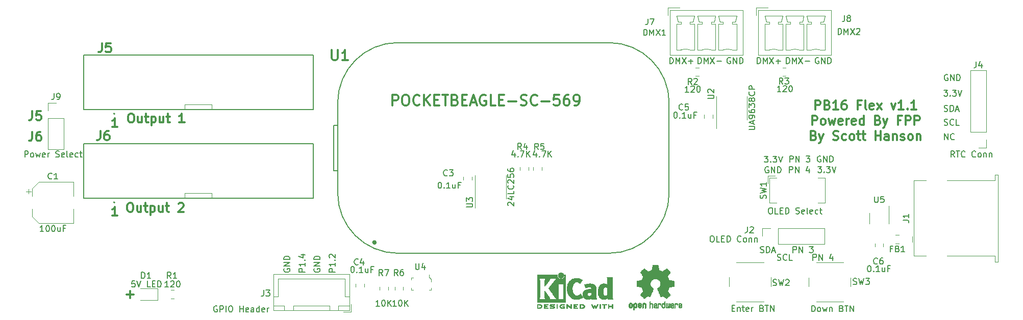
<source format=gbr>
G04 #@! TF.GenerationSoftware,KiCad,Pcbnew,(5.1.7)-1*
G04 #@! TF.CreationDate,2020-10-29T23:02:55-04:00*
G04 #@! TF.ProjectId,PB_16,50425f31-362e-46b6-9963-61645f706362,v1*
G04 #@! TF.SameCoordinates,Original*
G04 #@! TF.FileFunction,Legend,Top*
G04 #@! TF.FilePolarity,Positive*
%FSLAX46Y46*%
G04 Gerber Fmt 4.6, Leading zero omitted, Abs format (unit mm)*
G04 Created by KiCad (PCBNEW (5.1.7)-1) date 2020-10-29 23:02:55*
%MOMM*%
%LPD*%
G01*
G04 APERTURE LIST*
%ADD10C,0.300000*%
%ADD11C,0.150000*%
%ADD12C,0.120000*%
%ADD13C,0.304800*%
%ADD14C,0.127000*%
%ADD15C,0.100000*%
%ADD16C,0.010000*%
%ADD17C,0.200000*%
G04 APERTURE END LIST*
D10*
X103425571Y-90594571D02*
X102568428Y-90594571D01*
X102997000Y-90594571D02*
X102997000Y-89094571D01*
X102854142Y-89308857D01*
X102711285Y-89451714D01*
X102568428Y-89523142D01*
X103425571Y-105326571D02*
X102568428Y-105326571D01*
X102997000Y-105326571D02*
X102997000Y-103826571D01*
X102854142Y-104040857D01*
X102711285Y-104183714D01*
X102568428Y-104255142D01*
X89289000Y-91380571D02*
X89289000Y-92452000D01*
X89217571Y-92666285D01*
X89074714Y-92809142D01*
X88860428Y-92880571D01*
X88717571Y-92880571D01*
X90646142Y-91380571D02*
X90360428Y-91380571D01*
X90217571Y-91452000D01*
X90146142Y-91523428D01*
X90003285Y-91737714D01*
X89931857Y-92023428D01*
X89931857Y-92594857D01*
X90003285Y-92737714D01*
X90074714Y-92809142D01*
X90217571Y-92880571D01*
X90503285Y-92880571D01*
X90646142Y-92809142D01*
X90717571Y-92737714D01*
X90789000Y-92594857D01*
X90789000Y-92237714D01*
X90717571Y-92094857D01*
X90646142Y-92023428D01*
X90503285Y-91952000D01*
X90217571Y-91952000D01*
X90074714Y-92023428D01*
X90003285Y-92094857D01*
X89931857Y-92237714D01*
X89289000Y-87951571D02*
X89289000Y-89023000D01*
X89217571Y-89237285D01*
X89074714Y-89380142D01*
X88860428Y-89451571D01*
X88717571Y-89451571D01*
X90717571Y-87951571D02*
X90003285Y-87951571D01*
X89931857Y-88665857D01*
X90003285Y-88594428D01*
X90146142Y-88523000D01*
X90503285Y-88523000D01*
X90646142Y-88594428D01*
X90717571Y-88665857D01*
X90789000Y-88808714D01*
X90789000Y-89165857D01*
X90717571Y-89308714D01*
X90646142Y-89380142D01*
X90503285Y-89451571D01*
X90146142Y-89451571D01*
X90003285Y-89380142D01*
X89931857Y-89308714D01*
D11*
X199772828Y-80030580D02*
X199772828Y-79030580D01*
X200010923Y-79030580D01*
X200153780Y-79078200D01*
X200249019Y-79173438D01*
X200296638Y-79268676D01*
X200344257Y-79459152D01*
X200344257Y-79602009D01*
X200296638Y-79792485D01*
X200249019Y-79887723D01*
X200153780Y-79982961D01*
X200010923Y-80030580D01*
X199772828Y-80030580D01*
X200772828Y-80030580D02*
X200772828Y-79030580D01*
X201106161Y-79744866D01*
X201439495Y-79030580D01*
X201439495Y-80030580D01*
X201820447Y-79030580D02*
X202487114Y-80030580D01*
X202487114Y-79030580D02*
X201820447Y-80030580D01*
X202868066Y-79649628D02*
X203629971Y-79649628D01*
X214403228Y-80030580D02*
X214403228Y-79030580D01*
X214641323Y-79030580D01*
X214784180Y-79078200D01*
X214879419Y-79173438D01*
X214927038Y-79268676D01*
X214974657Y-79459152D01*
X214974657Y-79602009D01*
X214927038Y-79792485D01*
X214879419Y-79887723D01*
X214784180Y-79982961D01*
X214641323Y-80030580D01*
X214403228Y-80030580D01*
X215403228Y-80030580D02*
X215403228Y-79030580D01*
X215736561Y-79744866D01*
X216069895Y-79030580D01*
X216069895Y-80030580D01*
X216450847Y-79030580D02*
X217117514Y-80030580D01*
X217117514Y-79030580D02*
X216450847Y-80030580D01*
X217498466Y-79649628D02*
X218260371Y-79649628D01*
X209577228Y-80030580D02*
X209577228Y-79030580D01*
X209815323Y-79030580D01*
X209958180Y-79078200D01*
X210053419Y-79173438D01*
X210101038Y-79268676D01*
X210148657Y-79459152D01*
X210148657Y-79602009D01*
X210101038Y-79792485D01*
X210053419Y-79887723D01*
X209958180Y-79982961D01*
X209815323Y-80030580D01*
X209577228Y-80030580D01*
X210577228Y-80030580D02*
X210577228Y-79030580D01*
X210910561Y-79744866D01*
X211243895Y-79030580D01*
X211243895Y-80030580D01*
X211624847Y-79030580D02*
X212291514Y-80030580D01*
X212291514Y-79030580D02*
X211624847Y-80030580D01*
X212672466Y-79649628D02*
X213434371Y-79649628D01*
X213053419Y-80030580D02*
X213053419Y-79268676D01*
X195073828Y-80030580D02*
X195073828Y-79030580D01*
X195311923Y-79030580D01*
X195454780Y-79078200D01*
X195550019Y-79173438D01*
X195597638Y-79268676D01*
X195645257Y-79459152D01*
X195645257Y-79602009D01*
X195597638Y-79792485D01*
X195550019Y-79887723D01*
X195454780Y-79982961D01*
X195311923Y-80030580D01*
X195073828Y-80030580D01*
X196073828Y-80030580D02*
X196073828Y-79030580D01*
X196407161Y-79744866D01*
X196740495Y-79030580D01*
X196740495Y-80030580D01*
X197121447Y-79030580D02*
X197788114Y-80030580D01*
X197788114Y-79030580D02*
X197121447Y-80030580D01*
X198169066Y-79649628D02*
X198930971Y-79649628D01*
X198550019Y-80030580D02*
X198550019Y-79268676D01*
X205130495Y-79078200D02*
X205035257Y-79030580D01*
X204892400Y-79030580D01*
X204749542Y-79078200D01*
X204654304Y-79173438D01*
X204606685Y-79268676D01*
X204559066Y-79459152D01*
X204559066Y-79602009D01*
X204606685Y-79792485D01*
X204654304Y-79887723D01*
X204749542Y-79982961D01*
X204892400Y-80030580D01*
X204987638Y-80030580D01*
X205130495Y-79982961D01*
X205178114Y-79935342D01*
X205178114Y-79602009D01*
X204987638Y-79602009D01*
X205606685Y-80030580D02*
X205606685Y-79030580D01*
X206178114Y-80030580D01*
X206178114Y-79030580D01*
X206654304Y-80030580D02*
X206654304Y-79030580D01*
X206892400Y-79030580D01*
X207035257Y-79078200D01*
X207130495Y-79173438D01*
X207178114Y-79268676D01*
X207225733Y-79459152D01*
X207225733Y-79602009D01*
X207178114Y-79792485D01*
X207130495Y-79887723D01*
X207035257Y-79982961D01*
X206892400Y-80030580D01*
X206654304Y-80030580D01*
X219760895Y-79078200D02*
X219665657Y-79030580D01*
X219522800Y-79030580D01*
X219379942Y-79078200D01*
X219284704Y-79173438D01*
X219237085Y-79268676D01*
X219189466Y-79459152D01*
X219189466Y-79602009D01*
X219237085Y-79792485D01*
X219284704Y-79887723D01*
X219379942Y-79982961D01*
X219522800Y-80030580D01*
X219618038Y-80030580D01*
X219760895Y-79982961D01*
X219808514Y-79935342D01*
X219808514Y-79602009D01*
X219618038Y-79602009D01*
X220237085Y-80030580D02*
X220237085Y-79030580D01*
X220808514Y-80030580D01*
X220808514Y-79030580D01*
X221284704Y-80030580D02*
X221284704Y-79030580D01*
X221522800Y-79030580D01*
X221665657Y-79078200D01*
X221760895Y-79173438D01*
X221808514Y-79268676D01*
X221856133Y-79459152D01*
X221856133Y-79602009D01*
X221808514Y-79792485D01*
X221760895Y-79887723D01*
X221665657Y-79982961D01*
X221522800Y-80030580D01*
X221284704Y-80030580D01*
D10*
X104940171Y-118420342D02*
X106083028Y-118420342D01*
X105511600Y-118991771D02*
X105511600Y-117848914D01*
D11*
X210113714Y-111402761D02*
X210256571Y-111450380D01*
X210494666Y-111450380D01*
X210589904Y-111402761D01*
X210637523Y-111355142D01*
X210685142Y-111259904D01*
X210685142Y-111164666D01*
X210637523Y-111069428D01*
X210589904Y-111021809D01*
X210494666Y-110974190D01*
X210304190Y-110926571D01*
X210208952Y-110878952D01*
X210161333Y-110831333D01*
X210113714Y-110736095D01*
X210113714Y-110640857D01*
X210161333Y-110545619D01*
X210208952Y-110498000D01*
X210304190Y-110450380D01*
X210542285Y-110450380D01*
X210685142Y-110498000D01*
X211113714Y-111450380D02*
X211113714Y-110450380D01*
X211351809Y-110450380D01*
X211494666Y-110498000D01*
X211589904Y-110593238D01*
X211637523Y-110688476D01*
X211685142Y-110878952D01*
X211685142Y-111021809D01*
X211637523Y-111212285D01*
X211589904Y-111307523D01*
X211494666Y-111402761D01*
X211351809Y-111450380D01*
X211113714Y-111450380D01*
X212066095Y-111164666D02*
X212542285Y-111164666D01*
X211970857Y-111450380D02*
X212304190Y-110450380D01*
X212637523Y-111450380D01*
X215527142Y-111450380D02*
X215527142Y-110450380D01*
X215908095Y-110450380D01*
X216003333Y-110498000D01*
X216050952Y-110545619D01*
X216098571Y-110640857D01*
X216098571Y-110783714D01*
X216050952Y-110878952D01*
X216003333Y-110926571D01*
X215908095Y-110974190D01*
X215527142Y-110974190D01*
X216527142Y-111450380D02*
X216527142Y-110450380D01*
X217098571Y-111450380D01*
X217098571Y-110450380D01*
X218241428Y-110450380D02*
X218860476Y-110450380D01*
X218527142Y-110831333D01*
X218670000Y-110831333D01*
X218765238Y-110878952D01*
X218812857Y-110926571D01*
X218860476Y-111021809D01*
X218860476Y-111259904D01*
X218812857Y-111355142D01*
X218765238Y-111402761D01*
X218670000Y-111450380D01*
X218384285Y-111450380D01*
X218289047Y-111402761D01*
X218241428Y-111355142D01*
X212931523Y-112672761D02*
X213074380Y-112720380D01*
X213312476Y-112720380D01*
X213407714Y-112672761D01*
X213455333Y-112625142D01*
X213502952Y-112529904D01*
X213502952Y-112434666D01*
X213455333Y-112339428D01*
X213407714Y-112291809D01*
X213312476Y-112244190D01*
X213122000Y-112196571D01*
X213026761Y-112148952D01*
X212979142Y-112101333D01*
X212931523Y-112006095D01*
X212931523Y-111910857D01*
X212979142Y-111815619D01*
X213026761Y-111768000D01*
X213122000Y-111720380D01*
X213360095Y-111720380D01*
X213502952Y-111768000D01*
X214502952Y-112625142D02*
X214455333Y-112672761D01*
X214312476Y-112720380D01*
X214217238Y-112720380D01*
X214074380Y-112672761D01*
X213979142Y-112577523D01*
X213931523Y-112482285D01*
X213883904Y-112291809D01*
X213883904Y-112148952D01*
X213931523Y-111958476D01*
X213979142Y-111863238D01*
X214074380Y-111768000D01*
X214217238Y-111720380D01*
X214312476Y-111720380D01*
X214455333Y-111768000D01*
X214502952Y-111815619D01*
X215407714Y-112720380D02*
X214931523Y-112720380D01*
X214931523Y-111720380D01*
X218829142Y-112720380D02*
X218829142Y-111720380D01*
X219210095Y-111720380D01*
X219305333Y-111768000D01*
X219352952Y-111815619D01*
X219400571Y-111910857D01*
X219400571Y-112053714D01*
X219352952Y-112148952D01*
X219305333Y-112196571D01*
X219210095Y-112244190D01*
X218829142Y-112244190D01*
X219829142Y-112720380D02*
X219829142Y-111720380D01*
X220400571Y-112720380D01*
X220400571Y-111720380D01*
X222067238Y-112053714D02*
X222067238Y-112720380D01*
X221829142Y-111672761D02*
X221591047Y-112387047D01*
X222210095Y-112387047D01*
X220112795Y-95439240D02*
X220017557Y-95391620D01*
X219874700Y-95391620D01*
X219731842Y-95439240D01*
X219636604Y-95534478D01*
X219588985Y-95629716D01*
X219541366Y-95820192D01*
X219541366Y-95963049D01*
X219588985Y-96153525D01*
X219636604Y-96248763D01*
X219731842Y-96344001D01*
X219874700Y-96391620D01*
X219969938Y-96391620D01*
X220112795Y-96344001D01*
X220160414Y-96296382D01*
X220160414Y-95963049D01*
X219969938Y-95963049D01*
X220588985Y-96391620D02*
X220588985Y-95391620D01*
X221160414Y-96391620D01*
X221160414Y-95391620D01*
X221636604Y-96391620D02*
X221636604Y-95391620D01*
X221874700Y-95391620D01*
X222017557Y-95439240D01*
X222112795Y-95534478D01*
X222160414Y-95629716D01*
X222208033Y-95820192D01*
X222208033Y-95963049D01*
X222160414Y-96153525D01*
X222112795Y-96248763D01*
X222017557Y-96344001D01*
X221874700Y-96391620D01*
X221636604Y-96391620D01*
X214931842Y-98141620D02*
X214931842Y-97141620D01*
X215312795Y-97141620D01*
X215408033Y-97189240D01*
X215455652Y-97236859D01*
X215503271Y-97332097D01*
X215503271Y-97474954D01*
X215455652Y-97570192D01*
X215408033Y-97617811D01*
X215312795Y-97665430D01*
X214931842Y-97665430D01*
X215931842Y-98141620D02*
X215931842Y-97141620D01*
X216503271Y-98141620D01*
X216503271Y-97141620D01*
X218169938Y-97474954D02*
X218169938Y-98141620D01*
X217931842Y-97094001D02*
X217693747Y-97808287D01*
X218312795Y-97808287D01*
X210764969Y-95437340D02*
X211384017Y-95437340D01*
X211050683Y-95818293D01*
X211193540Y-95818293D01*
X211288779Y-95865912D01*
X211336398Y-95913531D01*
X211384017Y-96008769D01*
X211384017Y-96246864D01*
X211336398Y-96342102D01*
X211288779Y-96389721D01*
X211193540Y-96437340D01*
X210907826Y-96437340D01*
X210812588Y-96389721D01*
X210764969Y-96342102D01*
X211812588Y-96342102D02*
X211860207Y-96389721D01*
X211812588Y-96437340D01*
X211764969Y-96389721D01*
X211812588Y-96342102D01*
X211812588Y-96437340D01*
X212193540Y-95437340D02*
X212812588Y-95437340D01*
X212479255Y-95818293D01*
X212622112Y-95818293D01*
X212717350Y-95865912D01*
X212764969Y-95913531D01*
X212812588Y-96008769D01*
X212812588Y-96246864D01*
X212764969Y-96342102D01*
X212717350Y-96389721D01*
X212622112Y-96437340D01*
X212336398Y-96437340D01*
X212241160Y-96389721D01*
X212193540Y-96342102D01*
X213098302Y-95437340D02*
X213431636Y-96437340D01*
X213764969Y-95437340D01*
X214981842Y-96391620D02*
X214981842Y-95391620D01*
X215362795Y-95391620D01*
X215458033Y-95439240D01*
X215505652Y-95486859D01*
X215553271Y-95582097D01*
X215553271Y-95724954D01*
X215505652Y-95820192D01*
X215458033Y-95867811D01*
X215362795Y-95915430D01*
X214981842Y-95915430D01*
X215981842Y-96391620D02*
X215981842Y-95391620D01*
X216553271Y-96391620D01*
X216553271Y-95391620D01*
X217696128Y-95391620D02*
X218315176Y-95391620D01*
X217981842Y-95772573D01*
X218124700Y-95772573D01*
X218219938Y-95820192D01*
X218267557Y-95867811D01*
X218315176Y-95963049D01*
X218315176Y-96201144D01*
X218267557Y-96296382D01*
X218219938Y-96344001D01*
X218124700Y-96391620D01*
X217838985Y-96391620D01*
X217743747Y-96344001D01*
X217696128Y-96296382D01*
X219648509Y-97141620D02*
X220267557Y-97141620D01*
X219934223Y-97522573D01*
X220077080Y-97522573D01*
X220172319Y-97570192D01*
X220219938Y-97617811D01*
X220267557Y-97713049D01*
X220267557Y-97951144D01*
X220219938Y-98046382D01*
X220172319Y-98094001D01*
X220077080Y-98141620D01*
X219791366Y-98141620D01*
X219696128Y-98094001D01*
X219648509Y-98046382D01*
X220696128Y-98046382D02*
X220743747Y-98094001D01*
X220696128Y-98141620D01*
X220648509Y-98094001D01*
X220696128Y-98046382D01*
X220696128Y-98141620D01*
X221077080Y-97141620D02*
X221696128Y-97141620D01*
X221362795Y-97522573D01*
X221505652Y-97522573D01*
X221600890Y-97570192D01*
X221648509Y-97617811D01*
X221696128Y-97713049D01*
X221696128Y-97951144D01*
X221648509Y-98046382D01*
X221600890Y-98094001D01*
X221505652Y-98141620D01*
X221219938Y-98141620D01*
X221124700Y-98094001D01*
X221077080Y-98046382D01*
X221981842Y-97141620D02*
X222315176Y-98141620D01*
X222648509Y-97141620D01*
X211429255Y-97234960D02*
X211334017Y-97187340D01*
X211191160Y-97187340D01*
X211048302Y-97234960D01*
X210953064Y-97330198D01*
X210905445Y-97425436D01*
X210857826Y-97615912D01*
X210857826Y-97758769D01*
X210905445Y-97949245D01*
X210953064Y-98044483D01*
X211048302Y-98139721D01*
X211191160Y-98187340D01*
X211286398Y-98187340D01*
X211429255Y-98139721D01*
X211476874Y-98092102D01*
X211476874Y-97758769D01*
X211286398Y-97758769D01*
X211905445Y-98187340D02*
X211905445Y-97187340D01*
X212476874Y-98187340D01*
X212476874Y-97187340D01*
X212953064Y-98187340D02*
X212953064Y-97187340D01*
X213191160Y-97187340D01*
X213334017Y-97234960D01*
X213429255Y-97330198D01*
X213476874Y-97425436D01*
X213524493Y-97615912D01*
X213524493Y-97758769D01*
X213476874Y-97949245D01*
X213429255Y-98044483D01*
X213334017Y-98139721D01*
X213191160Y-98187340D01*
X212953064Y-98187340D01*
X240653825Y-92686680D02*
X240653825Y-91686680D01*
X241225254Y-92686680D01*
X241225254Y-91686680D01*
X242272873Y-92591442D02*
X242225254Y-92639061D01*
X242082397Y-92686680D01*
X241987159Y-92686680D01*
X241844301Y-92639061D01*
X241749063Y-92543823D01*
X241701444Y-92448585D01*
X241653825Y-92258109D01*
X241653825Y-92115252D01*
X241701444Y-91924776D01*
X241749063Y-91829538D01*
X241844301Y-91734300D01*
X241987159Y-91686680D01*
X242082397Y-91686680D01*
X242225254Y-91734300D01*
X242272873Y-91781919D01*
X241177635Y-81910860D02*
X241082397Y-81863240D01*
X240939540Y-81863240D01*
X240796682Y-81910860D01*
X240701444Y-82006098D01*
X240653825Y-82101336D01*
X240606206Y-82291812D01*
X240606206Y-82434669D01*
X240653825Y-82625145D01*
X240701444Y-82720383D01*
X240796682Y-82815621D01*
X240939540Y-82863240D01*
X241034778Y-82863240D01*
X241177635Y-82815621D01*
X241225254Y-82768002D01*
X241225254Y-82434669D01*
X241034778Y-82434669D01*
X241653825Y-82863240D02*
X241653825Y-81863240D01*
X242225254Y-82863240D01*
X242225254Y-81863240D01*
X242701444Y-82863240D02*
X242701444Y-81863240D01*
X242939540Y-81863240D01*
X243082397Y-81910860D01*
X243177635Y-82006098D01*
X243225254Y-82101336D01*
X243272873Y-82291812D01*
X243272873Y-82434669D01*
X243225254Y-82625145D01*
X243177635Y-82720383D01*
X243082397Y-82815621D01*
X242939540Y-82863240D01*
X242701444Y-82863240D01*
X240606207Y-87935621D02*
X240749064Y-87983240D01*
X240987159Y-87983240D01*
X241082397Y-87935621D01*
X241130016Y-87888002D01*
X241177635Y-87792764D01*
X241177635Y-87697526D01*
X241130016Y-87602288D01*
X241082397Y-87554669D01*
X240987159Y-87507050D01*
X240796683Y-87459431D01*
X240701445Y-87411812D01*
X240653826Y-87364193D01*
X240606207Y-87268955D01*
X240606207Y-87173717D01*
X240653826Y-87078479D01*
X240701445Y-87030860D01*
X240796683Y-86983240D01*
X241034778Y-86983240D01*
X241177635Y-87030860D01*
X241606207Y-87983240D02*
X241606207Y-86983240D01*
X241844302Y-86983240D01*
X241987159Y-87030860D01*
X242082397Y-87126098D01*
X242130016Y-87221336D01*
X242177635Y-87411812D01*
X242177635Y-87554669D01*
X242130016Y-87745145D01*
X242082397Y-87840383D01*
X241987159Y-87935621D01*
X241844302Y-87983240D01*
X241606207Y-87983240D01*
X242558588Y-87697526D02*
X243034778Y-87697526D01*
X242463350Y-87983240D02*
X242796683Y-86983240D01*
X243130016Y-87983240D01*
X240606206Y-90229061D02*
X240749063Y-90276680D01*
X240987159Y-90276680D01*
X241082397Y-90229061D01*
X241130016Y-90181442D01*
X241177635Y-90086204D01*
X241177635Y-89990966D01*
X241130016Y-89895728D01*
X241082397Y-89848109D01*
X240987159Y-89800490D01*
X240796683Y-89752871D01*
X240701444Y-89705252D01*
X240653825Y-89657633D01*
X240606206Y-89562395D01*
X240606206Y-89467157D01*
X240653825Y-89371919D01*
X240701444Y-89324300D01*
X240796683Y-89276680D01*
X241034778Y-89276680D01*
X241177635Y-89324300D01*
X242177635Y-90181442D02*
X242130016Y-90229061D01*
X241987159Y-90276680D01*
X241891921Y-90276680D01*
X241749063Y-90229061D01*
X241653825Y-90133823D01*
X241606206Y-90038585D01*
X241558587Y-89848109D01*
X241558587Y-89705252D01*
X241606206Y-89514776D01*
X241653825Y-89419538D01*
X241749063Y-89324300D01*
X241891921Y-89276680D01*
X241987159Y-89276680D01*
X242130016Y-89324300D01*
X242177635Y-89371919D01*
X243082397Y-90276680D02*
X242606206Y-90276680D01*
X242606206Y-89276680D01*
X240558587Y-84443240D02*
X241177635Y-84443240D01*
X240844301Y-84824193D01*
X240987158Y-84824193D01*
X241082397Y-84871812D01*
X241130016Y-84919431D01*
X241177635Y-85014669D01*
X241177635Y-85252764D01*
X241130016Y-85348002D01*
X241082397Y-85395621D01*
X240987158Y-85443240D01*
X240701444Y-85443240D01*
X240606206Y-85395621D01*
X240558587Y-85348002D01*
X241606206Y-85348002D02*
X241653825Y-85395621D01*
X241606206Y-85443240D01*
X241558587Y-85395621D01*
X241606206Y-85348002D01*
X241606206Y-85443240D01*
X241987158Y-84443240D02*
X242606206Y-84443240D01*
X242272873Y-84824193D01*
X242415730Y-84824193D01*
X242510968Y-84871812D01*
X242558587Y-84919431D01*
X242606206Y-85014669D01*
X242606206Y-85252764D01*
X242558587Y-85348002D01*
X242510968Y-85395621D01*
X242415730Y-85443240D01*
X242130016Y-85443240D01*
X242034778Y-85395621D01*
X241987158Y-85348002D01*
X242891920Y-84443240D02*
X243225254Y-85443240D01*
X243558587Y-84443240D01*
D10*
X219226857Y-87663571D02*
X219226857Y-86163571D01*
X219798285Y-86163571D01*
X219941142Y-86235000D01*
X220012571Y-86306428D01*
X220084000Y-86449285D01*
X220084000Y-86663571D01*
X220012571Y-86806428D01*
X219941142Y-86877857D01*
X219798285Y-86949285D01*
X219226857Y-86949285D01*
X221226857Y-86877857D02*
X221441142Y-86949285D01*
X221512571Y-87020714D01*
X221584000Y-87163571D01*
X221584000Y-87377857D01*
X221512571Y-87520714D01*
X221441142Y-87592142D01*
X221298285Y-87663571D01*
X220726857Y-87663571D01*
X220726857Y-86163571D01*
X221226857Y-86163571D01*
X221369714Y-86235000D01*
X221441142Y-86306428D01*
X221512571Y-86449285D01*
X221512571Y-86592142D01*
X221441142Y-86735000D01*
X221369714Y-86806428D01*
X221226857Y-86877857D01*
X220726857Y-86877857D01*
X223012571Y-87663571D02*
X222155428Y-87663571D01*
X222584000Y-87663571D02*
X222584000Y-86163571D01*
X222441142Y-86377857D01*
X222298285Y-86520714D01*
X222155428Y-86592142D01*
X224298285Y-86163571D02*
X224012571Y-86163571D01*
X223869714Y-86235000D01*
X223798285Y-86306428D01*
X223655428Y-86520714D01*
X223584000Y-86806428D01*
X223584000Y-87377857D01*
X223655428Y-87520714D01*
X223726857Y-87592142D01*
X223869714Y-87663571D01*
X224155428Y-87663571D01*
X224298285Y-87592142D01*
X224369714Y-87520714D01*
X224441142Y-87377857D01*
X224441142Y-87020714D01*
X224369714Y-86877857D01*
X224298285Y-86806428D01*
X224155428Y-86735000D01*
X223869714Y-86735000D01*
X223726857Y-86806428D01*
X223655428Y-86877857D01*
X223584000Y-87020714D01*
X226726857Y-86877857D02*
X226226857Y-86877857D01*
X226226857Y-87663571D02*
X226226857Y-86163571D01*
X226941142Y-86163571D01*
X227726857Y-87663571D02*
X227584000Y-87592142D01*
X227512571Y-87449285D01*
X227512571Y-86163571D01*
X228869714Y-87592142D02*
X228726857Y-87663571D01*
X228441142Y-87663571D01*
X228298285Y-87592142D01*
X228226857Y-87449285D01*
X228226857Y-86877857D01*
X228298285Y-86735000D01*
X228441142Y-86663571D01*
X228726857Y-86663571D01*
X228869714Y-86735000D01*
X228941142Y-86877857D01*
X228941142Y-87020714D01*
X228226857Y-87163571D01*
X229441142Y-87663571D02*
X230226857Y-86663571D01*
X229441142Y-86663571D02*
X230226857Y-87663571D01*
X231798285Y-86663571D02*
X232155428Y-87663571D01*
X232512571Y-86663571D01*
X233869714Y-87663571D02*
X233012571Y-87663571D01*
X233441142Y-87663571D02*
X233441142Y-86163571D01*
X233298285Y-86377857D01*
X233155428Y-86520714D01*
X233012571Y-86592142D01*
X234512571Y-87520714D02*
X234584000Y-87592142D01*
X234512571Y-87663571D01*
X234441142Y-87592142D01*
X234512571Y-87520714D01*
X234512571Y-87663571D01*
X236012571Y-87663571D02*
X235155428Y-87663571D01*
X235584000Y-87663571D02*
X235584000Y-86163571D01*
X235441142Y-86377857D01*
X235298285Y-86520714D01*
X235155428Y-86592142D01*
X218691142Y-90213571D02*
X218691142Y-88713571D01*
X219262571Y-88713571D01*
X219405428Y-88785000D01*
X219476857Y-88856428D01*
X219548285Y-88999285D01*
X219548285Y-89213571D01*
X219476857Y-89356428D01*
X219405428Y-89427857D01*
X219262571Y-89499285D01*
X218691142Y-89499285D01*
X220405428Y-90213571D02*
X220262571Y-90142142D01*
X220191142Y-90070714D01*
X220119714Y-89927857D01*
X220119714Y-89499285D01*
X220191142Y-89356428D01*
X220262571Y-89285000D01*
X220405428Y-89213571D01*
X220619714Y-89213571D01*
X220762571Y-89285000D01*
X220834000Y-89356428D01*
X220905428Y-89499285D01*
X220905428Y-89927857D01*
X220834000Y-90070714D01*
X220762571Y-90142142D01*
X220619714Y-90213571D01*
X220405428Y-90213571D01*
X221405428Y-89213571D02*
X221691142Y-90213571D01*
X221976857Y-89499285D01*
X222262571Y-90213571D01*
X222548285Y-89213571D01*
X223691142Y-90142142D02*
X223548285Y-90213571D01*
X223262571Y-90213571D01*
X223119714Y-90142142D01*
X223048285Y-89999285D01*
X223048285Y-89427857D01*
X223119714Y-89285000D01*
X223262571Y-89213571D01*
X223548285Y-89213571D01*
X223691142Y-89285000D01*
X223762571Y-89427857D01*
X223762571Y-89570714D01*
X223048285Y-89713571D01*
X224405428Y-90213571D02*
X224405428Y-89213571D01*
X224405428Y-89499285D02*
X224476857Y-89356428D01*
X224548285Y-89285000D01*
X224691142Y-89213571D01*
X224834000Y-89213571D01*
X225905428Y-90142142D02*
X225762571Y-90213571D01*
X225476857Y-90213571D01*
X225334000Y-90142142D01*
X225262571Y-89999285D01*
X225262571Y-89427857D01*
X225334000Y-89285000D01*
X225476857Y-89213571D01*
X225762571Y-89213571D01*
X225905428Y-89285000D01*
X225976857Y-89427857D01*
X225976857Y-89570714D01*
X225262571Y-89713571D01*
X227262571Y-90213571D02*
X227262571Y-88713571D01*
X227262571Y-90142142D02*
X227119714Y-90213571D01*
X226834000Y-90213571D01*
X226691142Y-90142142D01*
X226619714Y-90070714D01*
X226548285Y-89927857D01*
X226548285Y-89499285D01*
X226619714Y-89356428D01*
X226691142Y-89285000D01*
X226834000Y-89213571D01*
X227119714Y-89213571D01*
X227262571Y-89285000D01*
X229619714Y-89427857D02*
X229834000Y-89499285D01*
X229905428Y-89570714D01*
X229976857Y-89713571D01*
X229976857Y-89927857D01*
X229905428Y-90070714D01*
X229834000Y-90142142D01*
X229691142Y-90213571D01*
X229119714Y-90213571D01*
X229119714Y-88713571D01*
X229619714Y-88713571D01*
X229762571Y-88785000D01*
X229834000Y-88856428D01*
X229905428Y-88999285D01*
X229905428Y-89142142D01*
X229834000Y-89285000D01*
X229762571Y-89356428D01*
X229619714Y-89427857D01*
X229119714Y-89427857D01*
X230476857Y-89213571D02*
X230834000Y-90213571D01*
X231191142Y-89213571D02*
X230834000Y-90213571D01*
X230691142Y-90570714D01*
X230619714Y-90642142D01*
X230476857Y-90713571D01*
X233405428Y-89427857D02*
X232905428Y-89427857D01*
X232905428Y-90213571D02*
X232905428Y-88713571D01*
X233619714Y-88713571D01*
X234191142Y-90213571D02*
X234191142Y-88713571D01*
X234762571Y-88713571D01*
X234905428Y-88785000D01*
X234976857Y-88856428D01*
X235048285Y-88999285D01*
X235048285Y-89213571D01*
X234976857Y-89356428D01*
X234905428Y-89427857D01*
X234762571Y-89499285D01*
X234191142Y-89499285D01*
X235691142Y-90213571D02*
X235691142Y-88713571D01*
X236262571Y-88713571D01*
X236405428Y-88785000D01*
X236476857Y-88856428D01*
X236548285Y-88999285D01*
X236548285Y-89213571D01*
X236476857Y-89356428D01*
X236405428Y-89427857D01*
X236262571Y-89499285D01*
X235691142Y-89499285D01*
X218976857Y-91977857D02*
X219191142Y-92049285D01*
X219262571Y-92120714D01*
X219334000Y-92263571D01*
X219334000Y-92477857D01*
X219262571Y-92620714D01*
X219191142Y-92692142D01*
X219048285Y-92763571D01*
X218476857Y-92763571D01*
X218476857Y-91263571D01*
X218976857Y-91263571D01*
X219119714Y-91335000D01*
X219191142Y-91406428D01*
X219262571Y-91549285D01*
X219262571Y-91692142D01*
X219191142Y-91835000D01*
X219119714Y-91906428D01*
X218976857Y-91977857D01*
X218476857Y-91977857D01*
X219834000Y-91763571D02*
X220191142Y-92763571D01*
X220548285Y-91763571D02*
X220191142Y-92763571D01*
X220048285Y-93120714D01*
X219976857Y-93192142D01*
X219834000Y-93263571D01*
X222191142Y-92692142D02*
X222405428Y-92763571D01*
X222762571Y-92763571D01*
X222905428Y-92692142D01*
X222976857Y-92620714D01*
X223048285Y-92477857D01*
X223048285Y-92335000D01*
X222976857Y-92192142D01*
X222905428Y-92120714D01*
X222762571Y-92049285D01*
X222476857Y-91977857D01*
X222334000Y-91906428D01*
X222262571Y-91835000D01*
X222191142Y-91692142D01*
X222191142Y-91549285D01*
X222262571Y-91406428D01*
X222334000Y-91335000D01*
X222476857Y-91263571D01*
X222834000Y-91263571D01*
X223048285Y-91335000D01*
X224334000Y-92692142D02*
X224191142Y-92763571D01*
X223905428Y-92763571D01*
X223762571Y-92692142D01*
X223691142Y-92620714D01*
X223619714Y-92477857D01*
X223619714Y-92049285D01*
X223691142Y-91906428D01*
X223762571Y-91835000D01*
X223905428Y-91763571D01*
X224191142Y-91763571D01*
X224334000Y-91835000D01*
X225191142Y-92763571D02*
X225048285Y-92692142D01*
X224976857Y-92620714D01*
X224905428Y-92477857D01*
X224905428Y-92049285D01*
X224976857Y-91906428D01*
X225048285Y-91835000D01*
X225191142Y-91763571D01*
X225405428Y-91763571D01*
X225548285Y-91835000D01*
X225619714Y-91906428D01*
X225691142Y-92049285D01*
X225691142Y-92477857D01*
X225619714Y-92620714D01*
X225548285Y-92692142D01*
X225405428Y-92763571D01*
X225191142Y-92763571D01*
X226119714Y-91763571D02*
X226691142Y-91763571D01*
X226334000Y-91263571D02*
X226334000Y-92549285D01*
X226405428Y-92692142D01*
X226548285Y-92763571D01*
X226691142Y-92763571D01*
X226976857Y-91763571D02*
X227548285Y-91763571D01*
X227191142Y-91263571D02*
X227191142Y-92549285D01*
X227262571Y-92692142D01*
X227405428Y-92763571D01*
X227548285Y-92763571D01*
X229191142Y-92763571D02*
X229191142Y-91263571D01*
X229191142Y-91977857D02*
X230048285Y-91977857D01*
X230048285Y-92763571D02*
X230048285Y-91263571D01*
X231405428Y-92763571D02*
X231405428Y-91977857D01*
X231334000Y-91835000D01*
X231191142Y-91763571D01*
X230905428Y-91763571D01*
X230762571Y-91835000D01*
X231405428Y-92692142D02*
X231262571Y-92763571D01*
X230905428Y-92763571D01*
X230762571Y-92692142D01*
X230691142Y-92549285D01*
X230691142Y-92406428D01*
X230762571Y-92263571D01*
X230905428Y-92192142D01*
X231262571Y-92192142D01*
X231405428Y-92120714D01*
X232119714Y-91763571D02*
X232119714Y-92763571D01*
X232119714Y-91906428D02*
X232191142Y-91835000D01*
X232334000Y-91763571D01*
X232548285Y-91763571D01*
X232691142Y-91835000D01*
X232762571Y-91977857D01*
X232762571Y-92763571D01*
X233405428Y-92692142D02*
X233548285Y-92763571D01*
X233834000Y-92763571D01*
X233976857Y-92692142D01*
X234048285Y-92549285D01*
X234048285Y-92477857D01*
X233976857Y-92335000D01*
X233834000Y-92263571D01*
X233619714Y-92263571D01*
X233476857Y-92192142D01*
X233405428Y-92049285D01*
X233405428Y-91977857D01*
X233476857Y-91835000D01*
X233619714Y-91763571D01*
X233834000Y-91763571D01*
X233976857Y-91835000D01*
X234905428Y-92763571D02*
X234762571Y-92692142D01*
X234691142Y-92620714D01*
X234619714Y-92477857D01*
X234619714Y-92049285D01*
X234691142Y-91906428D01*
X234762571Y-91835000D01*
X234905428Y-91763571D01*
X235119714Y-91763571D01*
X235262571Y-91835000D01*
X235334000Y-91906428D01*
X235405428Y-92049285D01*
X235405428Y-92477857D01*
X235334000Y-92620714D01*
X235262571Y-92692142D01*
X235119714Y-92763571D01*
X234905428Y-92763571D01*
X236048285Y-91763571D02*
X236048285Y-92763571D01*
X236048285Y-91906428D02*
X236119714Y-91835000D01*
X236262571Y-91763571D01*
X236476857Y-91763571D01*
X236619714Y-91835000D01*
X236691142Y-91977857D01*
X236691142Y-92763571D01*
D11*
X136079000Y-114134571D02*
X136031380Y-114229809D01*
X136031380Y-114372667D01*
X136079000Y-114515524D01*
X136174238Y-114610762D01*
X136269476Y-114658381D01*
X136459952Y-114706000D01*
X136602809Y-114706000D01*
X136793285Y-114658381D01*
X136888523Y-114610762D01*
X136983761Y-114515524D01*
X137031380Y-114372667D01*
X137031380Y-114277428D01*
X136983761Y-114134571D01*
X136936142Y-114086952D01*
X136602809Y-114086952D01*
X136602809Y-114277428D01*
X137031380Y-113658381D02*
X136031380Y-113658381D01*
X137031380Y-113086952D01*
X136031380Y-113086952D01*
X137031380Y-112610762D02*
X136031380Y-112610762D01*
X136031380Y-112372667D01*
X136079000Y-112229809D01*
X136174238Y-112134571D01*
X136269476Y-112086952D01*
X136459952Y-112039333D01*
X136602809Y-112039333D01*
X136793285Y-112086952D01*
X136888523Y-112134571D01*
X136983761Y-112229809D01*
X137031380Y-112372667D01*
X137031380Y-112610762D01*
X131079000Y-114134571D02*
X131031380Y-114229809D01*
X131031380Y-114372667D01*
X131079000Y-114515524D01*
X131174238Y-114610762D01*
X131269476Y-114658381D01*
X131459952Y-114706000D01*
X131602809Y-114706000D01*
X131793285Y-114658381D01*
X131888523Y-114610762D01*
X131983761Y-114515524D01*
X132031380Y-114372667D01*
X132031380Y-114277428D01*
X131983761Y-114134571D01*
X131936142Y-114086952D01*
X131602809Y-114086952D01*
X131602809Y-114277428D01*
X132031380Y-113658381D02*
X131031380Y-113658381D01*
X132031380Y-113086952D01*
X131031380Y-113086952D01*
X132031380Y-112610762D02*
X131031380Y-112610762D01*
X131031380Y-112372667D01*
X131079000Y-112229809D01*
X131174238Y-112134571D01*
X131269476Y-112086952D01*
X131459952Y-112039333D01*
X131602809Y-112039333D01*
X131793285Y-112086952D01*
X131888523Y-112134571D01*
X131983761Y-112229809D01*
X132031380Y-112372667D01*
X132031380Y-112610762D01*
X134531380Y-114658380D02*
X133531380Y-114658380D01*
X133531380Y-114277428D01*
X133579000Y-114182190D01*
X133626619Y-114134571D01*
X133721857Y-114086952D01*
X133864714Y-114086952D01*
X133959952Y-114134571D01*
X134007571Y-114182190D01*
X134055190Y-114277428D01*
X134055190Y-114658380D01*
X134531380Y-113134571D02*
X134531380Y-113706000D01*
X134531380Y-113420285D02*
X133531380Y-113420285D01*
X133674238Y-113515523D01*
X133769476Y-113610761D01*
X133817095Y-113706000D01*
X134436142Y-112706000D02*
X134483761Y-112658380D01*
X134531380Y-112706000D01*
X134483761Y-112753619D01*
X134436142Y-112706000D01*
X134531380Y-112706000D01*
X133864714Y-111801238D02*
X134531380Y-111801238D01*
X133483761Y-112039333D02*
X134198047Y-112277428D01*
X134198047Y-111658380D01*
X139531380Y-114658380D02*
X138531380Y-114658380D01*
X138531380Y-114277428D01*
X138579000Y-114182190D01*
X138626619Y-114134571D01*
X138721857Y-114086952D01*
X138864714Y-114086952D01*
X138959952Y-114134571D01*
X139007571Y-114182190D01*
X139055190Y-114277428D01*
X139055190Y-114658380D01*
X139531380Y-113134571D02*
X139531380Y-113706000D01*
X139531380Y-113420285D02*
X138531380Y-113420285D01*
X138674238Y-113515523D01*
X138769476Y-113610761D01*
X138817095Y-113706000D01*
X139436142Y-112706000D02*
X139483761Y-112658380D01*
X139531380Y-112706000D01*
X139483761Y-112753619D01*
X139436142Y-112706000D01*
X139531380Y-112706000D01*
X138626619Y-112277428D02*
X138579000Y-112229809D01*
X138531380Y-112134571D01*
X138531380Y-111896476D01*
X138579000Y-111801238D01*
X138626619Y-111753619D01*
X138721857Y-111706000D01*
X138817095Y-111706000D01*
X138959952Y-111753619D01*
X139531380Y-112325047D01*
X139531380Y-111706000D01*
D12*
X96120000Y-106534000D02*
X96120000Y-104184000D01*
X96120000Y-99714000D02*
X96120000Y-102064000D01*
X90364437Y-99714000D02*
X96120000Y-99714000D01*
X90364437Y-106534000D02*
X96120000Y-106534000D01*
X89300000Y-105469563D02*
X89300000Y-104184000D01*
X89300000Y-100778437D02*
X89300000Y-102064000D01*
X89300000Y-100778437D02*
X90364437Y-99714000D01*
X89300000Y-105469563D02*
X90364437Y-106534000D01*
X88272500Y-101276500D02*
X89060000Y-101276500D01*
X88666250Y-100882750D02*
X88666250Y-101670250D01*
D13*
X146285800Y-109756200D02*
G75*
G03*
X146285800Y-109756200I-223600J0D01*
G01*
D14*
X139262200Y-90306200D02*
X139862200Y-90306200D01*
X139262200Y-97806200D02*
X139262200Y-90306200D01*
X139862200Y-97806200D02*
X139262200Y-97806200D01*
X184962200Y-111556200D02*
X149962200Y-111556200D01*
X194962200Y-86556200D02*
X194962200Y-101556200D01*
X149962200Y-76556200D02*
X184962200Y-76556200D01*
X139962200Y-101556200D02*
X139962200Y-86556200D01*
X149962200Y-111556200D02*
G75*
G02*
X139962200Y-101556200I0J10000000D01*
G01*
X194962200Y-101556200D02*
G75*
G02*
X184962200Y-111556200I-10000000J0D01*
G01*
X184962200Y-76556200D02*
G75*
G02*
X194962200Y-86556200I0J-10000000D01*
G01*
X139962200Y-86556200D02*
G75*
G02*
X149962200Y-76556200I10000000J0D01*
G01*
D15*
X155493200Y-115953000D02*
X155493200Y-116328000D01*
X155168200Y-115628000D02*
X155168200Y-115103000D01*
X155268200Y-115628000D02*
X155168200Y-115628000D01*
X155493200Y-115953000D02*
X155268200Y-115628000D01*
X152193200Y-117628000D02*
X152193200Y-117303000D01*
X152493200Y-117628000D02*
X152193200Y-117628000D01*
X152193200Y-115628000D02*
X152193200Y-115928000D01*
X152518200Y-115628000D02*
X152193200Y-115628000D01*
X155493200Y-117628000D02*
X155493200Y-117328000D01*
X155168200Y-117628000D02*
X155493200Y-117628000D01*
D12*
X231426000Y-106634000D02*
X231426000Y-103684000D01*
X228206000Y-104834000D02*
X228206000Y-106634000D01*
X202773600Y-87401400D02*
X202773600Y-90851400D01*
X202773600Y-87401400D02*
X202773600Y-85451400D01*
X207893600Y-87401400D02*
X207893600Y-89351400D01*
X207893600Y-87401400D02*
X207893600Y-85451400D01*
X148334800Y-117660052D02*
X148334800Y-117137548D01*
X146914800Y-117660052D02*
X146914800Y-117137548D01*
X150849400Y-117634652D02*
X150849400Y-117112148D01*
X149429400Y-117634652D02*
X149429400Y-117112148D01*
X249556000Y-112984000D02*
X249556000Y-98484000D01*
X249556000Y-98484000D02*
X249056000Y-98484000D01*
X249056000Y-98484000D02*
X249056000Y-99484000D01*
X249056000Y-99484000D02*
X241056000Y-99484000D01*
X237556000Y-99484000D02*
X235556000Y-99484000D01*
X235556000Y-99484000D02*
X235556000Y-111984000D01*
X235556000Y-111984000D02*
X237556000Y-111984000D01*
X241056000Y-111984000D02*
X249056000Y-111984000D01*
X249056000Y-111984000D02*
X249056000Y-112984000D01*
X249056000Y-112984000D02*
X249556000Y-112984000D01*
X235306000Y-109734000D02*
X235306000Y-108734000D01*
X233077252Y-108524000D02*
X232554748Y-108524000D01*
X233077252Y-109944000D02*
X232554748Y-109944000D01*
X229106000Y-109972748D02*
X229106000Y-110495252D01*
X230526000Y-109972748D02*
X230526000Y-110495252D01*
X162768600Y-100533200D02*
X162768600Y-103983200D01*
X162768600Y-100533200D02*
X162768600Y-98583200D01*
X167888600Y-100533200D02*
X167888600Y-102483200D01*
X167888600Y-100533200D02*
X167888600Y-98583200D01*
X172429100Y-97236648D02*
X172429100Y-97759152D01*
X173849100Y-97236648D02*
X173849100Y-97759152D01*
X170232000Y-97236648D02*
X170232000Y-97759152D01*
X171652000Y-97236648D02*
X171652000Y-97759152D01*
X213784548Y-82117000D02*
X214307052Y-82117000D01*
X213784548Y-80697000D02*
X214307052Y-80697000D01*
X199357348Y-82117000D02*
X199879852Y-82117000D01*
X199357348Y-80697000D02*
X199879852Y-80697000D01*
X112808652Y-117654000D02*
X112286148Y-117654000D01*
X112808652Y-119074000D02*
X112286148Y-119074000D01*
X110089400Y-117404000D02*
X107229400Y-117404000D01*
X110089400Y-119324000D02*
X110089400Y-117404000D01*
X107229400Y-119324000D02*
X110089400Y-119324000D01*
X202182800Y-89085052D02*
X202182800Y-88562548D01*
X200762800Y-89085052D02*
X200762800Y-88562548D01*
X144372400Y-117135652D02*
X144372400Y-116613148D01*
X142952400Y-117135652D02*
X142952400Y-116613148D01*
X162228600Y-99372052D02*
X162228600Y-98849548D01*
X160808600Y-99372052D02*
X160808600Y-98849548D01*
X91888000Y-86554000D02*
X93218000Y-86554000D01*
X91888000Y-87884000D02*
X91888000Y-86554000D01*
X91888000Y-89154000D02*
X94548000Y-89154000D01*
X94548000Y-89154000D02*
X94548000Y-94294000D01*
X91888000Y-89154000D02*
X91888000Y-94294000D01*
X91888000Y-94294000D02*
X94548000Y-94294000D01*
D16*
G36*
X185552823Y-120003533D02*
G01*
X185584202Y-120025776D01*
X185611911Y-120053485D01*
X185611911Y-120362920D01*
X185611838Y-120454799D01*
X185611495Y-120526840D01*
X185610692Y-120581780D01*
X185609241Y-120622360D01*
X185606952Y-120651317D01*
X185603636Y-120671391D01*
X185599105Y-120685321D01*
X185593169Y-120695845D01*
X185588514Y-120702100D01*
X185557783Y-120726673D01*
X185522496Y-120729341D01*
X185490245Y-120714271D01*
X185479588Y-120705374D01*
X185472464Y-120693557D01*
X185468167Y-120674526D01*
X185465991Y-120643992D01*
X185465228Y-120597662D01*
X185465155Y-120561871D01*
X185465155Y-120427045D01*
X184968444Y-120427045D01*
X184968444Y-120549700D01*
X184967931Y-120605787D01*
X184965876Y-120644333D01*
X184961508Y-120670361D01*
X184954056Y-120688897D01*
X184945047Y-120702100D01*
X184914144Y-120726604D01*
X184879196Y-120729506D01*
X184845738Y-120712089D01*
X184836604Y-120702959D01*
X184830152Y-120690855D01*
X184825897Y-120672001D01*
X184823352Y-120642620D01*
X184822029Y-120598937D01*
X184821443Y-120537175D01*
X184821375Y-120523000D01*
X184820891Y-120406631D01*
X184820641Y-120310727D01*
X184820723Y-120233177D01*
X184821231Y-120171869D01*
X184822262Y-120124690D01*
X184823913Y-120089530D01*
X184826279Y-120064276D01*
X184829457Y-120046817D01*
X184833544Y-120035041D01*
X184838634Y-120026835D01*
X184844266Y-120020645D01*
X184876128Y-120000844D01*
X184909357Y-120003533D01*
X184940735Y-120025776D01*
X184953433Y-120040126D01*
X184961526Y-120055978D01*
X184966042Y-120078554D01*
X184968006Y-120113078D01*
X184968444Y-120164776D01*
X184968444Y-120280289D01*
X185465155Y-120280289D01*
X185465155Y-120161756D01*
X185465662Y-120107148D01*
X185467698Y-120070275D01*
X185472035Y-120046307D01*
X185479447Y-120030415D01*
X185487733Y-120020645D01*
X185519594Y-120000844D01*
X185552823Y-120003533D01*
G37*
X185552823Y-120003533D02*
X185584202Y-120025776D01*
X185611911Y-120053485D01*
X185611911Y-120362920D01*
X185611838Y-120454799D01*
X185611495Y-120526840D01*
X185610692Y-120581780D01*
X185609241Y-120622360D01*
X185606952Y-120651317D01*
X185603636Y-120671391D01*
X185599105Y-120685321D01*
X185593169Y-120695845D01*
X185588514Y-120702100D01*
X185557783Y-120726673D01*
X185522496Y-120729341D01*
X185490245Y-120714271D01*
X185479588Y-120705374D01*
X185472464Y-120693557D01*
X185468167Y-120674526D01*
X185465991Y-120643992D01*
X185465228Y-120597662D01*
X185465155Y-120561871D01*
X185465155Y-120427045D01*
X184968444Y-120427045D01*
X184968444Y-120549700D01*
X184967931Y-120605787D01*
X184965876Y-120644333D01*
X184961508Y-120670361D01*
X184954056Y-120688897D01*
X184945047Y-120702100D01*
X184914144Y-120726604D01*
X184879196Y-120729506D01*
X184845738Y-120712089D01*
X184836604Y-120702959D01*
X184830152Y-120690855D01*
X184825897Y-120672001D01*
X184823352Y-120642620D01*
X184822029Y-120598937D01*
X184821443Y-120537175D01*
X184821375Y-120523000D01*
X184820891Y-120406631D01*
X184820641Y-120310727D01*
X184820723Y-120233177D01*
X184821231Y-120171869D01*
X184822262Y-120124690D01*
X184823913Y-120089530D01*
X184826279Y-120064276D01*
X184829457Y-120046817D01*
X184833544Y-120035041D01*
X184838634Y-120026835D01*
X184844266Y-120020645D01*
X184876128Y-120000844D01*
X184909357Y-120003533D01*
X184940735Y-120025776D01*
X184953433Y-120040126D01*
X184961526Y-120055978D01*
X184966042Y-120078554D01*
X184968006Y-120113078D01*
X184968444Y-120164776D01*
X184968444Y-120280289D01*
X185465155Y-120280289D01*
X185465155Y-120161756D01*
X185465662Y-120107148D01*
X185467698Y-120070275D01*
X185472035Y-120046307D01*
X185479447Y-120030415D01*
X185487733Y-120020645D01*
X185519594Y-120000844D01*
X185552823Y-120003533D01*
G36*
X184287065Y-119998163D02*
G01*
X184365772Y-119998542D01*
X184426863Y-119999333D01*
X184472817Y-120000670D01*
X184506114Y-120002683D01*
X184529236Y-120005506D01*
X184544662Y-120009269D01*
X184554871Y-120014105D01*
X184559813Y-120017822D01*
X184585457Y-120050358D01*
X184588559Y-120084138D01*
X184572711Y-120114826D01*
X184562348Y-120127089D01*
X184551196Y-120135450D01*
X184535035Y-120140657D01*
X184509642Y-120143457D01*
X184470798Y-120144596D01*
X184414280Y-120144821D01*
X184403180Y-120144822D01*
X184257244Y-120144822D01*
X184257244Y-120415756D01*
X184257148Y-120501154D01*
X184256711Y-120566864D01*
X184255712Y-120615774D01*
X184253928Y-120650773D01*
X184251137Y-120674749D01*
X184247117Y-120690593D01*
X184241645Y-120701191D01*
X184234666Y-120709267D01*
X184201734Y-120729112D01*
X184167354Y-120727548D01*
X184136176Y-120704906D01*
X184133886Y-120702100D01*
X184126429Y-120691492D01*
X184120747Y-120679081D01*
X184116601Y-120661850D01*
X184113750Y-120636784D01*
X184111954Y-120600867D01*
X184110972Y-120551083D01*
X184110564Y-120484417D01*
X184110489Y-120408589D01*
X184110489Y-120144822D01*
X183971127Y-120144822D01*
X183911322Y-120144418D01*
X183869918Y-120142840D01*
X183842748Y-120139547D01*
X183825646Y-120133992D01*
X183814443Y-120125631D01*
X183813083Y-120124178D01*
X183796725Y-120090939D01*
X183798172Y-120053362D01*
X183816978Y-120020645D01*
X183824250Y-120014298D01*
X183833627Y-120009266D01*
X183847609Y-120005396D01*
X183868696Y-120002537D01*
X183899389Y-120000535D01*
X183942189Y-119999239D01*
X183999595Y-119998498D01*
X184074110Y-119998158D01*
X184168233Y-119998068D01*
X184188260Y-119998067D01*
X184287065Y-119998163D01*
G37*
X184287065Y-119998163D02*
X184365772Y-119998542D01*
X184426863Y-119999333D01*
X184472817Y-120000670D01*
X184506114Y-120002683D01*
X184529236Y-120005506D01*
X184544662Y-120009269D01*
X184554871Y-120014105D01*
X184559813Y-120017822D01*
X184585457Y-120050358D01*
X184588559Y-120084138D01*
X184572711Y-120114826D01*
X184562348Y-120127089D01*
X184551196Y-120135450D01*
X184535035Y-120140657D01*
X184509642Y-120143457D01*
X184470798Y-120144596D01*
X184414280Y-120144821D01*
X184403180Y-120144822D01*
X184257244Y-120144822D01*
X184257244Y-120415756D01*
X184257148Y-120501154D01*
X184256711Y-120566864D01*
X184255712Y-120615774D01*
X184253928Y-120650773D01*
X184251137Y-120674749D01*
X184247117Y-120690593D01*
X184241645Y-120701191D01*
X184234666Y-120709267D01*
X184201734Y-120729112D01*
X184167354Y-120727548D01*
X184136176Y-120704906D01*
X184133886Y-120702100D01*
X184126429Y-120691492D01*
X184120747Y-120679081D01*
X184116601Y-120661850D01*
X184113750Y-120636784D01*
X184111954Y-120600867D01*
X184110972Y-120551083D01*
X184110564Y-120484417D01*
X184110489Y-120408589D01*
X184110489Y-120144822D01*
X183971127Y-120144822D01*
X183911322Y-120144418D01*
X183869918Y-120142840D01*
X183842748Y-120139547D01*
X183825646Y-120133992D01*
X183814443Y-120125631D01*
X183813083Y-120124178D01*
X183796725Y-120090939D01*
X183798172Y-120053362D01*
X183816978Y-120020645D01*
X183824250Y-120014298D01*
X183833627Y-120009266D01*
X183847609Y-120005396D01*
X183868696Y-120002537D01*
X183899389Y-120000535D01*
X183942189Y-119999239D01*
X183999595Y-119998498D01*
X184074110Y-119998158D01*
X184168233Y-119998068D01*
X184188260Y-119998067D01*
X184287065Y-119998163D01*
G36*
X183512614Y-120004877D02*
G01*
X183536327Y-120019647D01*
X183562978Y-120041227D01*
X183562978Y-120362773D01*
X183562893Y-120456830D01*
X183562529Y-120530932D01*
X183561724Y-120587704D01*
X183560313Y-120629768D01*
X183558133Y-120659748D01*
X183555021Y-120680267D01*
X183550814Y-120693949D01*
X183545348Y-120703416D01*
X183541472Y-120708082D01*
X183510034Y-120728575D01*
X183474233Y-120727739D01*
X183442873Y-120710264D01*
X183416222Y-120688684D01*
X183416222Y-120041227D01*
X183442873Y-120019647D01*
X183468594Y-120003949D01*
X183489600Y-119998067D01*
X183512614Y-120004877D01*
G37*
X183512614Y-120004877D02*
X183536327Y-120019647D01*
X183562978Y-120041227D01*
X183562978Y-120362773D01*
X183562893Y-120456830D01*
X183562529Y-120530932D01*
X183561724Y-120587704D01*
X183560313Y-120629768D01*
X183558133Y-120659748D01*
X183555021Y-120680267D01*
X183550814Y-120693949D01*
X183545348Y-120703416D01*
X183541472Y-120708082D01*
X183510034Y-120728575D01*
X183474233Y-120727739D01*
X183442873Y-120710264D01*
X183416222Y-120688684D01*
X183416222Y-120041227D01*
X183442873Y-120019647D01*
X183468594Y-120003949D01*
X183489600Y-119998067D01*
X183512614Y-120004877D01*
G36*
X183068665Y-120000034D02*
G01*
X183088255Y-120007035D01*
X183089010Y-120007377D01*
X183115613Y-120027678D01*
X183130270Y-120048561D01*
X183133138Y-120058352D01*
X183132996Y-120071361D01*
X183128961Y-120089895D01*
X183120146Y-120116257D01*
X183105669Y-120152752D01*
X183084645Y-120201687D01*
X183056188Y-120265365D01*
X183019415Y-120346093D01*
X182999175Y-120390216D01*
X182962625Y-120468985D01*
X182928315Y-120541423D01*
X182897552Y-120604880D01*
X182871648Y-120656708D01*
X182851910Y-120694259D01*
X182839650Y-120714884D01*
X182837224Y-120717733D01*
X182806183Y-120730302D01*
X182771121Y-120728619D01*
X182743000Y-120713332D01*
X182741854Y-120712089D01*
X182730668Y-120695154D01*
X182711904Y-120662170D01*
X182687875Y-120617380D01*
X182660897Y-120565032D01*
X182651201Y-120545742D01*
X182578014Y-120399150D01*
X182498240Y-120558393D01*
X182469767Y-120613415D01*
X182443350Y-120661132D01*
X182421148Y-120697893D01*
X182405319Y-120720044D01*
X182399954Y-120724741D01*
X182358257Y-120731102D01*
X182323849Y-120717733D01*
X182313728Y-120703446D01*
X182296214Y-120671692D01*
X182272735Y-120625597D01*
X182244720Y-120568285D01*
X182213599Y-120502880D01*
X182180799Y-120432507D01*
X182147750Y-120360291D01*
X182115881Y-120289355D01*
X182086619Y-120222825D01*
X182061395Y-120163826D01*
X182041636Y-120115481D01*
X182028772Y-120080915D01*
X182024231Y-120063253D01*
X182024277Y-120062613D01*
X182035326Y-120040388D01*
X182057410Y-120017753D01*
X182058710Y-120016768D01*
X182085853Y-120001425D01*
X182110958Y-120001574D01*
X182120368Y-120004466D01*
X182131834Y-120010718D01*
X182144010Y-120023014D01*
X182158357Y-120043908D01*
X182176336Y-120075949D01*
X182199407Y-120121688D01*
X182229030Y-120183677D01*
X182255745Y-120240898D01*
X182286480Y-120307226D01*
X182314021Y-120366874D01*
X182336938Y-120416725D01*
X182353798Y-120453664D01*
X182363173Y-120474573D01*
X182364540Y-120477845D01*
X182370689Y-120472497D01*
X182384822Y-120450109D01*
X182405057Y-120413946D01*
X182429515Y-120367277D01*
X182439248Y-120348022D01*
X182472217Y-120283004D01*
X182497643Y-120235654D01*
X182517612Y-120203219D01*
X182534210Y-120182946D01*
X182549524Y-120172082D01*
X182565640Y-120167875D01*
X182576143Y-120167400D01*
X182594670Y-120169042D01*
X182610904Y-120175831D01*
X182627035Y-120190566D01*
X182645251Y-120216044D01*
X182667739Y-120255061D01*
X182696689Y-120310414D01*
X182712662Y-120341903D01*
X182738570Y-120392087D01*
X182761167Y-120433704D01*
X182778458Y-120463242D01*
X182788450Y-120477189D01*
X182789809Y-120477770D01*
X182796261Y-120466793D01*
X182810708Y-120438290D01*
X182831703Y-120395244D01*
X182857797Y-120340638D01*
X182887546Y-120277454D01*
X182902180Y-120246071D01*
X182940250Y-120165078D01*
X182970905Y-120102756D01*
X182995737Y-120057071D01*
X183016337Y-120025989D01*
X183034298Y-120007478D01*
X183051210Y-119999504D01*
X183068665Y-120000034D01*
G37*
X183068665Y-120000034D02*
X183088255Y-120007035D01*
X183089010Y-120007377D01*
X183115613Y-120027678D01*
X183130270Y-120048561D01*
X183133138Y-120058352D01*
X183132996Y-120071361D01*
X183128961Y-120089895D01*
X183120146Y-120116257D01*
X183105669Y-120152752D01*
X183084645Y-120201687D01*
X183056188Y-120265365D01*
X183019415Y-120346093D01*
X182999175Y-120390216D01*
X182962625Y-120468985D01*
X182928315Y-120541423D01*
X182897552Y-120604880D01*
X182871648Y-120656708D01*
X182851910Y-120694259D01*
X182839650Y-120714884D01*
X182837224Y-120717733D01*
X182806183Y-120730302D01*
X182771121Y-120728619D01*
X182743000Y-120713332D01*
X182741854Y-120712089D01*
X182730668Y-120695154D01*
X182711904Y-120662170D01*
X182687875Y-120617380D01*
X182660897Y-120565032D01*
X182651201Y-120545742D01*
X182578014Y-120399150D01*
X182498240Y-120558393D01*
X182469767Y-120613415D01*
X182443350Y-120661132D01*
X182421148Y-120697893D01*
X182405319Y-120720044D01*
X182399954Y-120724741D01*
X182358257Y-120731102D01*
X182323849Y-120717733D01*
X182313728Y-120703446D01*
X182296214Y-120671692D01*
X182272735Y-120625597D01*
X182244720Y-120568285D01*
X182213599Y-120502880D01*
X182180799Y-120432507D01*
X182147750Y-120360291D01*
X182115881Y-120289355D01*
X182086619Y-120222825D01*
X182061395Y-120163826D01*
X182041636Y-120115481D01*
X182028772Y-120080915D01*
X182024231Y-120063253D01*
X182024277Y-120062613D01*
X182035326Y-120040388D01*
X182057410Y-120017753D01*
X182058710Y-120016768D01*
X182085853Y-120001425D01*
X182110958Y-120001574D01*
X182120368Y-120004466D01*
X182131834Y-120010718D01*
X182144010Y-120023014D01*
X182158357Y-120043908D01*
X182176336Y-120075949D01*
X182199407Y-120121688D01*
X182229030Y-120183677D01*
X182255745Y-120240898D01*
X182286480Y-120307226D01*
X182314021Y-120366874D01*
X182336938Y-120416725D01*
X182353798Y-120453664D01*
X182363173Y-120474573D01*
X182364540Y-120477845D01*
X182370689Y-120472497D01*
X182384822Y-120450109D01*
X182405057Y-120413946D01*
X182429515Y-120367277D01*
X182439248Y-120348022D01*
X182472217Y-120283004D01*
X182497643Y-120235654D01*
X182517612Y-120203219D01*
X182534210Y-120182946D01*
X182549524Y-120172082D01*
X182565640Y-120167875D01*
X182576143Y-120167400D01*
X182594670Y-120169042D01*
X182610904Y-120175831D01*
X182627035Y-120190566D01*
X182645251Y-120216044D01*
X182667739Y-120255061D01*
X182696689Y-120310414D01*
X182712662Y-120341903D01*
X182738570Y-120392087D01*
X182761167Y-120433704D01*
X182778458Y-120463242D01*
X182788450Y-120477189D01*
X182789809Y-120477770D01*
X182796261Y-120466793D01*
X182810708Y-120438290D01*
X182831703Y-120395244D01*
X182857797Y-120340638D01*
X182887546Y-120277454D01*
X182902180Y-120246071D01*
X182940250Y-120165078D01*
X182970905Y-120102756D01*
X182995737Y-120057071D01*
X183016337Y-120025989D01*
X183034298Y-120007478D01*
X183051210Y-119999504D01*
X183068665Y-120000034D01*
G36*
X180342309Y-119998275D02*
G01*
X180471288Y-120002636D01*
X180580991Y-120015861D01*
X180673226Y-120038741D01*
X180749802Y-120072070D01*
X180812527Y-120116638D01*
X180863212Y-120173236D01*
X180903663Y-120242658D01*
X180904459Y-120244351D01*
X180928601Y-120306483D01*
X180937203Y-120361509D01*
X180930231Y-120416887D01*
X180907654Y-120480073D01*
X180903372Y-120489689D01*
X180874172Y-120545966D01*
X180841356Y-120589451D01*
X180799002Y-120626417D01*
X180741190Y-120663135D01*
X180737831Y-120665052D01*
X180687504Y-120689227D01*
X180630621Y-120707282D01*
X180563527Y-120719839D01*
X180482565Y-120727522D01*
X180384082Y-120730953D01*
X180349286Y-120731251D01*
X180183594Y-120731845D01*
X180160197Y-120702100D01*
X180153257Y-120692319D01*
X180147842Y-120680897D01*
X180143765Y-120665095D01*
X180140837Y-120642175D01*
X180138867Y-120609396D01*
X180138225Y-120585089D01*
X180294844Y-120585089D01*
X180388726Y-120585089D01*
X180443664Y-120583483D01*
X180500060Y-120579255D01*
X180546345Y-120573292D01*
X180549139Y-120572790D01*
X180631348Y-120550736D01*
X180695114Y-120517600D01*
X180742452Y-120471847D01*
X180775382Y-120411939D01*
X180781108Y-120396061D01*
X180786721Y-120371333D01*
X180784291Y-120346902D01*
X180772467Y-120314400D01*
X180765340Y-120298434D01*
X180742000Y-120256006D01*
X180713880Y-120226240D01*
X180682940Y-120205511D01*
X180620966Y-120178537D01*
X180541651Y-120158998D01*
X180449253Y-120147746D01*
X180382333Y-120145270D01*
X180294844Y-120144822D01*
X180294844Y-120585089D01*
X180138225Y-120585089D01*
X180137668Y-120564021D01*
X180137050Y-120503311D01*
X180136825Y-120424526D01*
X180136800Y-120362920D01*
X180136800Y-120053485D01*
X180164509Y-120025776D01*
X180176806Y-120014544D01*
X180190103Y-120006853D01*
X180208672Y-120002040D01*
X180236786Y-119999446D01*
X180278717Y-119998410D01*
X180338737Y-119998270D01*
X180342309Y-119998275D01*
G37*
X180342309Y-119998275D02*
X180471288Y-120002636D01*
X180580991Y-120015861D01*
X180673226Y-120038741D01*
X180749802Y-120072070D01*
X180812527Y-120116638D01*
X180863212Y-120173236D01*
X180903663Y-120242658D01*
X180904459Y-120244351D01*
X180928601Y-120306483D01*
X180937203Y-120361509D01*
X180930231Y-120416887D01*
X180907654Y-120480073D01*
X180903372Y-120489689D01*
X180874172Y-120545966D01*
X180841356Y-120589451D01*
X180799002Y-120626417D01*
X180741190Y-120663135D01*
X180737831Y-120665052D01*
X180687504Y-120689227D01*
X180630621Y-120707282D01*
X180563527Y-120719839D01*
X180482565Y-120727522D01*
X180384082Y-120730953D01*
X180349286Y-120731251D01*
X180183594Y-120731845D01*
X180160197Y-120702100D01*
X180153257Y-120692319D01*
X180147842Y-120680897D01*
X180143765Y-120665095D01*
X180140837Y-120642175D01*
X180138867Y-120609396D01*
X180138225Y-120585089D01*
X180294844Y-120585089D01*
X180388726Y-120585089D01*
X180443664Y-120583483D01*
X180500060Y-120579255D01*
X180546345Y-120573292D01*
X180549139Y-120572790D01*
X180631348Y-120550736D01*
X180695114Y-120517600D01*
X180742452Y-120471847D01*
X180775382Y-120411939D01*
X180781108Y-120396061D01*
X180786721Y-120371333D01*
X180784291Y-120346902D01*
X180772467Y-120314400D01*
X180765340Y-120298434D01*
X180742000Y-120256006D01*
X180713880Y-120226240D01*
X180682940Y-120205511D01*
X180620966Y-120178537D01*
X180541651Y-120158998D01*
X180449253Y-120147746D01*
X180382333Y-120145270D01*
X180294844Y-120144822D01*
X180294844Y-120585089D01*
X180138225Y-120585089D01*
X180137668Y-120564021D01*
X180137050Y-120503311D01*
X180136825Y-120424526D01*
X180136800Y-120362920D01*
X180136800Y-120053485D01*
X180164509Y-120025776D01*
X180176806Y-120014544D01*
X180190103Y-120006853D01*
X180208672Y-120002040D01*
X180236786Y-119999446D01*
X180278717Y-119998410D01*
X180338737Y-119998270D01*
X180342309Y-119998275D01*
G36*
X179554343Y-119998260D02*
G01*
X179630701Y-119999174D01*
X179689217Y-120001311D01*
X179732255Y-120005175D01*
X179762183Y-120011267D01*
X179781368Y-120020090D01*
X179792176Y-120032146D01*
X179796973Y-120047939D01*
X179798127Y-120067970D01*
X179798133Y-120070335D01*
X179797131Y-120092992D01*
X179792396Y-120110503D01*
X179781333Y-120123574D01*
X179761348Y-120132913D01*
X179729846Y-120139227D01*
X179684232Y-120143222D01*
X179621913Y-120145606D01*
X179540293Y-120147086D01*
X179515277Y-120147414D01*
X179273200Y-120150467D01*
X179269814Y-120215378D01*
X179266429Y-120280289D01*
X179434576Y-120280289D01*
X179500266Y-120280531D01*
X179547172Y-120281556D01*
X179579083Y-120283811D01*
X179599791Y-120287742D01*
X179613084Y-120293798D01*
X179622755Y-120302424D01*
X179622817Y-120302493D01*
X179640356Y-120336112D01*
X179639722Y-120372448D01*
X179621314Y-120403423D01*
X179617671Y-120406607D01*
X179604741Y-120414812D01*
X179587024Y-120420521D01*
X179560570Y-120424162D01*
X179521432Y-120426167D01*
X179465662Y-120426964D01*
X179429994Y-120427045D01*
X179267555Y-120427045D01*
X179267555Y-120585089D01*
X179514161Y-120585089D01*
X179595580Y-120585231D01*
X179657410Y-120585814D01*
X179702637Y-120587068D01*
X179734248Y-120589227D01*
X179755231Y-120592523D01*
X179768573Y-120597189D01*
X179777261Y-120603457D01*
X179779450Y-120605733D01*
X179795614Y-120637280D01*
X179796797Y-120673168D01*
X179783536Y-120704285D01*
X179773043Y-120714271D01*
X179762129Y-120719769D01*
X179745217Y-120724022D01*
X179719633Y-120727180D01*
X179682701Y-120729392D01*
X179631746Y-120730806D01*
X179564094Y-120731572D01*
X179477069Y-120731838D01*
X179457394Y-120731845D01*
X179368911Y-120731787D01*
X179300227Y-120731467D01*
X179248564Y-120730667D01*
X179211145Y-120729167D01*
X179185190Y-120726749D01*
X179167922Y-120723194D01*
X179156562Y-120718282D01*
X179148332Y-120711795D01*
X179143817Y-120707138D01*
X179137021Y-120698889D01*
X179131712Y-120688669D01*
X179127706Y-120673800D01*
X179124821Y-120651602D01*
X179122874Y-120619393D01*
X179121681Y-120574496D01*
X179121061Y-120514228D01*
X179120829Y-120435911D01*
X179120800Y-120369994D01*
X179120871Y-120277628D01*
X179121208Y-120205117D01*
X179121998Y-120149737D01*
X179123426Y-120108765D01*
X179125679Y-120079478D01*
X179128943Y-120059153D01*
X179133404Y-120045066D01*
X179139248Y-120034495D01*
X179144197Y-120027811D01*
X179167594Y-119998067D01*
X179457774Y-119998067D01*
X179554343Y-119998260D01*
G37*
X179554343Y-119998260D02*
X179630701Y-119999174D01*
X179689217Y-120001311D01*
X179732255Y-120005175D01*
X179762183Y-120011267D01*
X179781368Y-120020090D01*
X179792176Y-120032146D01*
X179796973Y-120047939D01*
X179798127Y-120067970D01*
X179798133Y-120070335D01*
X179797131Y-120092992D01*
X179792396Y-120110503D01*
X179781333Y-120123574D01*
X179761348Y-120132913D01*
X179729846Y-120139227D01*
X179684232Y-120143222D01*
X179621913Y-120145606D01*
X179540293Y-120147086D01*
X179515277Y-120147414D01*
X179273200Y-120150467D01*
X179269814Y-120215378D01*
X179266429Y-120280289D01*
X179434576Y-120280289D01*
X179500266Y-120280531D01*
X179547172Y-120281556D01*
X179579083Y-120283811D01*
X179599791Y-120287742D01*
X179613084Y-120293798D01*
X179622755Y-120302424D01*
X179622817Y-120302493D01*
X179640356Y-120336112D01*
X179639722Y-120372448D01*
X179621314Y-120403423D01*
X179617671Y-120406607D01*
X179604741Y-120414812D01*
X179587024Y-120420521D01*
X179560570Y-120424162D01*
X179521432Y-120426167D01*
X179465662Y-120426964D01*
X179429994Y-120427045D01*
X179267555Y-120427045D01*
X179267555Y-120585089D01*
X179514161Y-120585089D01*
X179595580Y-120585231D01*
X179657410Y-120585814D01*
X179702637Y-120587068D01*
X179734248Y-120589227D01*
X179755231Y-120592523D01*
X179768573Y-120597189D01*
X179777261Y-120603457D01*
X179779450Y-120605733D01*
X179795614Y-120637280D01*
X179796797Y-120673168D01*
X179783536Y-120704285D01*
X179773043Y-120714271D01*
X179762129Y-120719769D01*
X179745217Y-120724022D01*
X179719633Y-120727180D01*
X179682701Y-120729392D01*
X179631746Y-120730806D01*
X179564094Y-120731572D01*
X179477069Y-120731838D01*
X179457394Y-120731845D01*
X179368911Y-120731787D01*
X179300227Y-120731467D01*
X179248564Y-120730667D01*
X179211145Y-120729167D01*
X179185190Y-120726749D01*
X179167922Y-120723194D01*
X179156562Y-120718282D01*
X179148332Y-120711795D01*
X179143817Y-120707138D01*
X179137021Y-120698889D01*
X179131712Y-120688669D01*
X179127706Y-120673800D01*
X179124821Y-120651602D01*
X179122874Y-120619393D01*
X179121681Y-120574496D01*
X179121061Y-120514228D01*
X179120829Y-120435911D01*
X179120800Y-120369994D01*
X179120871Y-120277628D01*
X179121208Y-120205117D01*
X179121998Y-120149737D01*
X179123426Y-120108765D01*
X179125679Y-120079478D01*
X179128943Y-120059153D01*
X179133404Y-120045066D01*
X179139248Y-120034495D01*
X179144197Y-120027811D01*
X179167594Y-119998067D01*
X179457774Y-119998067D01*
X179554343Y-119998260D01*
G36*
X178023886Y-120002448D02*
G01*
X178047452Y-120016273D01*
X178078265Y-120038881D01*
X178117922Y-120071338D01*
X178168020Y-120114708D01*
X178230157Y-120170058D01*
X178305928Y-120238451D01*
X178392666Y-120317084D01*
X178573289Y-120480878D01*
X178578933Y-120261029D01*
X178580971Y-120185351D01*
X178582937Y-120128994D01*
X178585266Y-120088706D01*
X178588394Y-120061235D01*
X178592755Y-120043329D01*
X178598784Y-120031737D01*
X178606916Y-120023208D01*
X178611228Y-120019623D01*
X178645759Y-120000670D01*
X178678617Y-120003441D01*
X178704682Y-120019633D01*
X178731333Y-120041199D01*
X178734648Y-120356151D01*
X178735565Y-120448779D01*
X178736032Y-120521544D01*
X178735887Y-120577161D01*
X178734968Y-120618342D01*
X178733113Y-120647803D01*
X178730161Y-120668255D01*
X178725950Y-120682413D01*
X178720318Y-120692991D01*
X178714073Y-120701474D01*
X178700561Y-120717207D01*
X178687117Y-120727636D01*
X178671876Y-120731639D01*
X178652974Y-120728094D01*
X178628545Y-120715879D01*
X178596727Y-120693871D01*
X178555652Y-120660949D01*
X178503458Y-120615991D01*
X178438278Y-120557875D01*
X178364444Y-120491099D01*
X178099155Y-120250458D01*
X178093511Y-120469589D01*
X178091469Y-120545128D01*
X178089498Y-120601354D01*
X178087161Y-120641524D01*
X178084019Y-120668896D01*
X178079636Y-120686728D01*
X178073576Y-120698279D01*
X178065400Y-120706807D01*
X178061216Y-120710282D01*
X178024235Y-120729372D01*
X177989292Y-120726493D01*
X177958864Y-120702100D01*
X177951903Y-120692286D01*
X177946477Y-120680826D01*
X177942397Y-120664968D01*
X177939471Y-120641963D01*
X177937508Y-120609062D01*
X177936317Y-120563516D01*
X177935708Y-120502573D01*
X177935489Y-120423486D01*
X177935466Y-120364956D01*
X177935540Y-120273407D01*
X177935887Y-120201687D01*
X177936699Y-120147045D01*
X177938167Y-120106732D01*
X177940481Y-120077998D01*
X177943833Y-120058093D01*
X177948412Y-120044268D01*
X177954411Y-120033772D01*
X177958864Y-120027811D01*
X177970150Y-120013691D01*
X177980699Y-120003029D01*
X177992107Y-119996892D01*
X178005970Y-119996343D01*
X178023886Y-120002448D01*
G37*
X178023886Y-120002448D02*
X178047452Y-120016273D01*
X178078265Y-120038881D01*
X178117922Y-120071338D01*
X178168020Y-120114708D01*
X178230157Y-120170058D01*
X178305928Y-120238451D01*
X178392666Y-120317084D01*
X178573289Y-120480878D01*
X178578933Y-120261029D01*
X178580971Y-120185351D01*
X178582937Y-120128994D01*
X178585266Y-120088706D01*
X178588394Y-120061235D01*
X178592755Y-120043329D01*
X178598784Y-120031737D01*
X178606916Y-120023208D01*
X178611228Y-120019623D01*
X178645759Y-120000670D01*
X178678617Y-120003441D01*
X178704682Y-120019633D01*
X178731333Y-120041199D01*
X178734648Y-120356151D01*
X178735565Y-120448779D01*
X178736032Y-120521544D01*
X178735887Y-120577161D01*
X178734968Y-120618342D01*
X178733113Y-120647803D01*
X178730161Y-120668255D01*
X178725950Y-120682413D01*
X178720318Y-120692991D01*
X178714073Y-120701474D01*
X178700561Y-120717207D01*
X178687117Y-120727636D01*
X178671876Y-120731639D01*
X178652974Y-120728094D01*
X178628545Y-120715879D01*
X178596727Y-120693871D01*
X178555652Y-120660949D01*
X178503458Y-120615991D01*
X178438278Y-120557875D01*
X178364444Y-120491099D01*
X178099155Y-120250458D01*
X178093511Y-120469589D01*
X178091469Y-120545128D01*
X178089498Y-120601354D01*
X178087161Y-120641524D01*
X178084019Y-120668896D01*
X178079636Y-120686728D01*
X178073576Y-120698279D01*
X178065400Y-120706807D01*
X178061216Y-120710282D01*
X178024235Y-120729372D01*
X177989292Y-120726493D01*
X177958864Y-120702100D01*
X177951903Y-120692286D01*
X177946477Y-120680826D01*
X177942397Y-120664968D01*
X177939471Y-120641963D01*
X177937508Y-120609062D01*
X177936317Y-120563516D01*
X177935708Y-120502573D01*
X177935489Y-120423486D01*
X177935466Y-120364956D01*
X177935540Y-120273407D01*
X177935887Y-120201687D01*
X177936699Y-120147045D01*
X177938167Y-120106732D01*
X177940481Y-120077998D01*
X177943833Y-120058093D01*
X177948412Y-120044268D01*
X177954411Y-120033772D01*
X177958864Y-120027811D01*
X177970150Y-120013691D01*
X177980699Y-120003029D01*
X177992107Y-119996892D01*
X178005970Y-119996343D01*
X178023886Y-120002448D01*
G36*
X177373919Y-120003599D02*
G01*
X177442435Y-120015095D01*
X177495057Y-120032967D01*
X177529292Y-120056499D01*
X177538621Y-120069924D01*
X177548107Y-120101148D01*
X177541723Y-120129395D01*
X177521570Y-120156182D01*
X177490255Y-120168713D01*
X177444817Y-120167696D01*
X177409674Y-120160906D01*
X177331581Y-120147971D01*
X177251774Y-120146742D01*
X177162445Y-120157241D01*
X177137771Y-120161690D01*
X177054709Y-120185108D01*
X176989727Y-120219945D01*
X176943539Y-120265604D01*
X176916855Y-120321494D01*
X176911337Y-120350388D01*
X176914949Y-120409012D01*
X176938271Y-120460879D01*
X176979176Y-120504978D01*
X177035541Y-120540299D01*
X177105240Y-120565829D01*
X177186148Y-120580559D01*
X177276140Y-120583478D01*
X177373090Y-120573575D01*
X177378564Y-120572641D01*
X177417125Y-120565459D01*
X177438506Y-120558521D01*
X177447773Y-120548227D01*
X177449994Y-120530976D01*
X177450044Y-120521841D01*
X177450044Y-120483489D01*
X177381569Y-120483489D01*
X177321100Y-120479347D01*
X177279835Y-120466147D01*
X177255825Y-120442730D01*
X177247123Y-120407936D01*
X177247017Y-120403394D01*
X177252108Y-120373654D01*
X177269567Y-120352419D01*
X177302061Y-120338366D01*
X177352257Y-120330173D01*
X177400877Y-120327161D01*
X177471544Y-120325433D01*
X177522802Y-120328070D01*
X177557761Y-120337800D01*
X177579530Y-120357353D01*
X177591220Y-120389456D01*
X177595940Y-120436838D01*
X177596800Y-120499071D01*
X177595391Y-120568535D01*
X177591152Y-120615786D01*
X177584064Y-120641012D01*
X177582689Y-120642988D01*
X177543772Y-120674508D01*
X177486714Y-120699470D01*
X177415131Y-120717340D01*
X177332642Y-120727586D01*
X177242861Y-120729673D01*
X177149408Y-120723068D01*
X177094444Y-120714956D01*
X177008234Y-120690554D01*
X176928108Y-120650662D01*
X176861023Y-120598887D01*
X176850827Y-120588539D01*
X176817698Y-120545035D01*
X176787806Y-120491118D01*
X176764643Y-120434592D01*
X176751702Y-120383259D01*
X176750142Y-120363544D01*
X176756782Y-120322419D01*
X176774432Y-120271252D01*
X176799703Y-120217394D01*
X176829211Y-120168195D01*
X176855281Y-120135334D01*
X176916235Y-120086452D01*
X176995031Y-120047545D01*
X177088843Y-120019494D01*
X177194850Y-120003179D01*
X177292000Y-119999192D01*
X177373919Y-120003599D01*
G37*
X177373919Y-120003599D02*
X177442435Y-120015095D01*
X177495057Y-120032967D01*
X177529292Y-120056499D01*
X177538621Y-120069924D01*
X177548107Y-120101148D01*
X177541723Y-120129395D01*
X177521570Y-120156182D01*
X177490255Y-120168713D01*
X177444817Y-120167696D01*
X177409674Y-120160906D01*
X177331581Y-120147971D01*
X177251774Y-120146742D01*
X177162445Y-120157241D01*
X177137771Y-120161690D01*
X177054709Y-120185108D01*
X176989727Y-120219945D01*
X176943539Y-120265604D01*
X176916855Y-120321494D01*
X176911337Y-120350388D01*
X176914949Y-120409012D01*
X176938271Y-120460879D01*
X176979176Y-120504978D01*
X177035541Y-120540299D01*
X177105240Y-120565829D01*
X177186148Y-120580559D01*
X177276140Y-120583478D01*
X177373090Y-120573575D01*
X177378564Y-120572641D01*
X177417125Y-120565459D01*
X177438506Y-120558521D01*
X177447773Y-120548227D01*
X177449994Y-120530976D01*
X177450044Y-120521841D01*
X177450044Y-120483489D01*
X177381569Y-120483489D01*
X177321100Y-120479347D01*
X177279835Y-120466147D01*
X177255825Y-120442730D01*
X177247123Y-120407936D01*
X177247017Y-120403394D01*
X177252108Y-120373654D01*
X177269567Y-120352419D01*
X177302061Y-120338366D01*
X177352257Y-120330173D01*
X177400877Y-120327161D01*
X177471544Y-120325433D01*
X177522802Y-120328070D01*
X177557761Y-120337800D01*
X177579530Y-120357353D01*
X177591220Y-120389456D01*
X177595940Y-120436838D01*
X177596800Y-120499071D01*
X177595391Y-120568535D01*
X177591152Y-120615786D01*
X177584064Y-120641012D01*
X177582689Y-120642988D01*
X177543772Y-120674508D01*
X177486714Y-120699470D01*
X177415131Y-120717340D01*
X177332642Y-120727586D01*
X177242861Y-120729673D01*
X177149408Y-120723068D01*
X177094444Y-120714956D01*
X177008234Y-120690554D01*
X176928108Y-120650662D01*
X176861023Y-120598887D01*
X176850827Y-120588539D01*
X176817698Y-120545035D01*
X176787806Y-120491118D01*
X176764643Y-120434592D01*
X176751702Y-120383259D01*
X176750142Y-120363544D01*
X176756782Y-120322419D01*
X176774432Y-120271252D01*
X176799703Y-120217394D01*
X176829211Y-120168195D01*
X176855281Y-120135334D01*
X176916235Y-120086452D01*
X176995031Y-120047545D01*
X177088843Y-120019494D01*
X177194850Y-120003179D01*
X177292000Y-119999192D01*
X177373919Y-120003599D01*
G36*
X176400178Y-120020645D02*
G01*
X176406758Y-120028218D01*
X176411921Y-120037987D01*
X176415836Y-120052571D01*
X176418676Y-120074585D01*
X176420613Y-120106648D01*
X176421817Y-120151375D01*
X176422461Y-120211385D01*
X176422716Y-120289294D01*
X176422755Y-120364956D01*
X176422686Y-120458802D01*
X176422362Y-120532689D01*
X176421614Y-120589232D01*
X176420268Y-120631049D01*
X176418154Y-120660757D01*
X176415100Y-120680973D01*
X176410934Y-120694314D01*
X176405484Y-120703398D01*
X176400178Y-120709267D01*
X176367174Y-120728947D01*
X176332009Y-120727181D01*
X176300545Y-120705717D01*
X176293316Y-120697337D01*
X176287666Y-120687614D01*
X176283401Y-120673861D01*
X176280327Y-120653389D01*
X176278248Y-120623512D01*
X176276970Y-120581541D01*
X176276299Y-120524789D01*
X176276041Y-120450567D01*
X176276000Y-120366537D01*
X176276000Y-120053485D01*
X176303709Y-120025776D01*
X176337863Y-120002463D01*
X176370994Y-120001623D01*
X176400178Y-120020645D01*
G37*
X176400178Y-120020645D02*
X176406758Y-120028218D01*
X176411921Y-120037987D01*
X176415836Y-120052571D01*
X176418676Y-120074585D01*
X176420613Y-120106648D01*
X176421817Y-120151375D01*
X176422461Y-120211385D01*
X176422716Y-120289294D01*
X176422755Y-120364956D01*
X176422686Y-120458802D01*
X176422362Y-120532689D01*
X176421614Y-120589232D01*
X176420268Y-120631049D01*
X176418154Y-120660757D01*
X176415100Y-120680973D01*
X176410934Y-120694314D01*
X176405484Y-120703398D01*
X176400178Y-120709267D01*
X176367174Y-120728947D01*
X176332009Y-120727181D01*
X176300545Y-120705717D01*
X176293316Y-120697337D01*
X176287666Y-120687614D01*
X176283401Y-120673861D01*
X176280327Y-120653389D01*
X176278248Y-120623512D01*
X176276970Y-120581541D01*
X176276299Y-120524789D01*
X176276041Y-120450567D01*
X176276000Y-120366537D01*
X176276000Y-120053485D01*
X176303709Y-120025776D01*
X176337863Y-120002463D01*
X176370994Y-120001623D01*
X176400178Y-120020645D01*
G36*
X175632297Y-119999351D02*
G01*
X175707112Y-120004581D01*
X175776694Y-120012750D01*
X175836998Y-120023550D01*
X175883980Y-120036673D01*
X175913594Y-120051813D01*
X175918140Y-120056269D01*
X175933946Y-120090850D01*
X175929153Y-120126351D01*
X175904636Y-120156725D01*
X175903466Y-120157596D01*
X175889046Y-120166954D01*
X175873992Y-120171876D01*
X175852995Y-120172473D01*
X175820743Y-120168861D01*
X175771927Y-120161154D01*
X175768000Y-120160505D01*
X175695261Y-120151569D01*
X175616783Y-120147161D01*
X175538073Y-120147119D01*
X175464639Y-120151279D01*
X175401989Y-120159479D01*
X175355630Y-120171557D01*
X175352584Y-120172771D01*
X175318952Y-120191615D01*
X175307136Y-120210685D01*
X175316386Y-120229439D01*
X175345953Y-120247337D01*
X175395089Y-120263837D01*
X175463043Y-120278396D01*
X175508355Y-120285406D01*
X175602544Y-120298889D01*
X175677456Y-120311214D01*
X175736283Y-120323449D01*
X175782215Y-120336661D01*
X175818445Y-120351917D01*
X175848162Y-120370285D01*
X175874558Y-120392831D01*
X175895770Y-120414971D01*
X175920935Y-120445819D01*
X175933319Y-120472345D01*
X175937192Y-120505026D01*
X175937333Y-120516995D01*
X175934424Y-120556712D01*
X175922798Y-120586259D01*
X175902677Y-120612486D01*
X175861784Y-120652576D01*
X175816183Y-120683149D01*
X175762487Y-120705203D01*
X175697308Y-120719735D01*
X175617256Y-120727741D01*
X175518943Y-120730218D01*
X175502711Y-120730177D01*
X175437151Y-120728818D01*
X175372134Y-120725730D01*
X175314748Y-120721356D01*
X175272078Y-120716140D01*
X175268628Y-120715541D01*
X175226204Y-120705491D01*
X175190220Y-120692796D01*
X175169850Y-120681190D01*
X175150893Y-120650572D01*
X175149573Y-120614918D01*
X175165915Y-120583144D01*
X175169571Y-120579551D01*
X175184685Y-120568876D01*
X175203585Y-120564276D01*
X175232838Y-120565059D01*
X175268349Y-120569127D01*
X175308030Y-120572762D01*
X175363655Y-120575828D01*
X175428594Y-120578053D01*
X175496215Y-120579164D01*
X175514000Y-120579237D01*
X175581872Y-120578964D01*
X175631546Y-120577646D01*
X175667390Y-120574827D01*
X175693776Y-120570050D01*
X175715074Y-120562857D01*
X175727874Y-120556867D01*
X175756000Y-120540233D01*
X175773932Y-120525168D01*
X175776553Y-120520897D01*
X175771024Y-120503263D01*
X175744740Y-120486192D01*
X175699522Y-120470458D01*
X175637192Y-120456838D01*
X175618829Y-120453804D01*
X175522910Y-120438738D01*
X175446359Y-120426146D01*
X175386220Y-120415111D01*
X175339540Y-120404720D01*
X175303363Y-120394056D01*
X175274735Y-120382205D01*
X175250702Y-120368251D01*
X175228308Y-120351281D01*
X175204598Y-120330378D01*
X175196620Y-120323049D01*
X175168647Y-120295699D01*
X175153840Y-120274029D01*
X175148048Y-120249232D01*
X175147111Y-120217983D01*
X175157425Y-120156705D01*
X175188248Y-120104640D01*
X175239405Y-120061958D01*
X175310717Y-120028825D01*
X175361600Y-120013964D01*
X175416900Y-120004366D01*
X175483147Y-119998936D01*
X175556294Y-119997367D01*
X175632297Y-119999351D01*
G37*
X175632297Y-119999351D02*
X175707112Y-120004581D01*
X175776694Y-120012750D01*
X175836998Y-120023550D01*
X175883980Y-120036673D01*
X175913594Y-120051813D01*
X175918140Y-120056269D01*
X175933946Y-120090850D01*
X175929153Y-120126351D01*
X175904636Y-120156725D01*
X175903466Y-120157596D01*
X175889046Y-120166954D01*
X175873992Y-120171876D01*
X175852995Y-120172473D01*
X175820743Y-120168861D01*
X175771927Y-120161154D01*
X175768000Y-120160505D01*
X175695261Y-120151569D01*
X175616783Y-120147161D01*
X175538073Y-120147119D01*
X175464639Y-120151279D01*
X175401989Y-120159479D01*
X175355630Y-120171557D01*
X175352584Y-120172771D01*
X175318952Y-120191615D01*
X175307136Y-120210685D01*
X175316386Y-120229439D01*
X175345953Y-120247337D01*
X175395089Y-120263837D01*
X175463043Y-120278396D01*
X175508355Y-120285406D01*
X175602544Y-120298889D01*
X175677456Y-120311214D01*
X175736283Y-120323449D01*
X175782215Y-120336661D01*
X175818445Y-120351917D01*
X175848162Y-120370285D01*
X175874558Y-120392831D01*
X175895770Y-120414971D01*
X175920935Y-120445819D01*
X175933319Y-120472345D01*
X175937192Y-120505026D01*
X175937333Y-120516995D01*
X175934424Y-120556712D01*
X175922798Y-120586259D01*
X175902677Y-120612486D01*
X175861784Y-120652576D01*
X175816183Y-120683149D01*
X175762487Y-120705203D01*
X175697308Y-120719735D01*
X175617256Y-120727741D01*
X175518943Y-120730218D01*
X175502711Y-120730177D01*
X175437151Y-120728818D01*
X175372134Y-120725730D01*
X175314748Y-120721356D01*
X175272078Y-120716140D01*
X175268628Y-120715541D01*
X175226204Y-120705491D01*
X175190220Y-120692796D01*
X175169850Y-120681190D01*
X175150893Y-120650572D01*
X175149573Y-120614918D01*
X175165915Y-120583144D01*
X175169571Y-120579551D01*
X175184685Y-120568876D01*
X175203585Y-120564276D01*
X175232838Y-120565059D01*
X175268349Y-120569127D01*
X175308030Y-120572762D01*
X175363655Y-120575828D01*
X175428594Y-120578053D01*
X175496215Y-120579164D01*
X175514000Y-120579237D01*
X175581872Y-120578964D01*
X175631546Y-120577646D01*
X175667390Y-120574827D01*
X175693776Y-120570050D01*
X175715074Y-120562857D01*
X175727874Y-120556867D01*
X175756000Y-120540233D01*
X175773932Y-120525168D01*
X175776553Y-120520897D01*
X175771024Y-120503263D01*
X175744740Y-120486192D01*
X175699522Y-120470458D01*
X175637192Y-120456838D01*
X175618829Y-120453804D01*
X175522910Y-120438738D01*
X175446359Y-120426146D01*
X175386220Y-120415111D01*
X175339540Y-120404720D01*
X175303363Y-120394056D01*
X175274735Y-120382205D01*
X175250702Y-120368251D01*
X175228308Y-120351281D01*
X175204598Y-120330378D01*
X175196620Y-120323049D01*
X175168647Y-120295699D01*
X175153840Y-120274029D01*
X175148048Y-120249232D01*
X175147111Y-120217983D01*
X175157425Y-120156705D01*
X175188248Y-120104640D01*
X175239405Y-120061958D01*
X175310717Y-120028825D01*
X175361600Y-120013964D01*
X175416900Y-120004366D01*
X175483147Y-119998936D01*
X175556294Y-119997367D01*
X175632297Y-119999351D01*
G36*
X174611206Y-119998146D02*
G01*
X174680614Y-119998518D01*
X174733003Y-119999385D01*
X174771153Y-120000946D01*
X174797841Y-120003403D01*
X174815847Y-120006957D01*
X174827951Y-120011810D01*
X174836931Y-120018161D01*
X174840182Y-120021084D01*
X174859957Y-120052142D01*
X174863518Y-120087828D01*
X174850509Y-120119510D01*
X174844494Y-120125913D01*
X174834765Y-120132121D01*
X174819099Y-120136910D01*
X174794592Y-120140514D01*
X174758339Y-120143164D01*
X174707435Y-120145095D01*
X174638974Y-120146539D01*
X174576383Y-120147418D01*
X174328666Y-120150467D01*
X174325281Y-120215378D01*
X174321895Y-120280289D01*
X174490042Y-120280289D01*
X174563041Y-120280919D01*
X174616483Y-120283553D01*
X174653372Y-120289309D01*
X174676712Y-120299304D01*
X174689506Y-120314656D01*
X174694758Y-120336482D01*
X174695555Y-120356738D01*
X174693077Y-120381592D01*
X174683723Y-120399906D01*
X174664617Y-120412637D01*
X174632882Y-120420741D01*
X174585641Y-120425176D01*
X174520017Y-120426899D01*
X174484199Y-120427045D01*
X174323022Y-120427045D01*
X174323022Y-120585089D01*
X174571378Y-120585089D01*
X174652787Y-120585202D01*
X174714658Y-120585712D01*
X174760032Y-120586870D01*
X174791946Y-120588930D01*
X174813441Y-120592146D01*
X174827557Y-120596772D01*
X174837332Y-120603059D01*
X174842311Y-120607667D01*
X174859390Y-120634560D01*
X174864889Y-120658467D01*
X174857037Y-120687667D01*
X174842311Y-120709267D01*
X174834454Y-120716066D01*
X174824312Y-120721346D01*
X174809156Y-120725298D01*
X174786259Y-120728113D01*
X174752891Y-120729982D01*
X174706325Y-120731098D01*
X174643833Y-120731651D01*
X174562686Y-120731833D01*
X174520578Y-120731845D01*
X174430402Y-120731765D01*
X174360076Y-120731398D01*
X174306871Y-120730552D01*
X174268060Y-120729036D01*
X174240913Y-120726659D01*
X174222702Y-120723229D01*
X174210700Y-120718554D01*
X174202178Y-120712444D01*
X174198844Y-120709267D01*
X174192245Y-120701670D01*
X174187073Y-120691870D01*
X174183154Y-120677239D01*
X174180316Y-120655152D01*
X174178385Y-120622982D01*
X174177188Y-120578103D01*
X174176552Y-120517889D01*
X174176303Y-120439713D01*
X174176266Y-120366923D01*
X174176300Y-120273707D01*
X174176535Y-120200431D01*
X174177170Y-120144458D01*
X174178406Y-120103151D01*
X174180444Y-120073872D01*
X174183483Y-120053984D01*
X174187723Y-120040850D01*
X174193365Y-120031832D01*
X174200609Y-120024293D01*
X174202394Y-120022612D01*
X174211055Y-120015172D01*
X174221118Y-120009409D01*
X174235375Y-120005112D01*
X174256617Y-120002064D01*
X174287636Y-120000051D01*
X174331223Y-119998860D01*
X174390169Y-119998275D01*
X174467266Y-119998083D01*
X174521999Y-119998067D01*
X174611206Y-119998146D01*
G37*
X174611206Y-119998146D02*
X174680614Y-119998518D01*
X174733003Y-119999385D01*
X174771153Y-120000946D01*
X174797841Y-120003403D01*
X174815847Y-120006957D01*
X174827951Y-120011810D01*
X174836931Y-120018161D01*
X174840182Y-120021084D01*
X174859957Y-120052142D01*
X174863518Y-120087828D01*
X174850509Y-120119510D01*
X174844494Y-120125913D01*
X174834765Y-120132121D01*
X174819099Y-120136910D01*
X174794592Y-120140514D01*
X174758339Y-120143164D01*
X174707435Y-120145095D01*
X174638974Y-120146539D01*
X174576383Y-120147418D01*
X174328666Y-120150467D01*
X174325281Y-120215378D01*
X174321895Y-120280289D01*
X174490042Y-120280289D01*
X174563041Y-120280919D01*
X174616483Y-120283553D01*
X174653372Y-120289309D01*
X174676712Y-120299304D01*
X174689506Y-120314656D01*
X174694758Y-120336482D01*
X174695555Y-120356738D01*
X174693077Y-120381592D01*
X174683723Y-120399906D01*
X174664617Y-120412637D01*
X174632882Y-120420741D01*
X174585641Y-120425176D01*
X174520017Y-120426899D01*
X174484199Y-120427045D01*
X174323022Y-120427045D01*
X174323022Y-120585089D01*
X174571378Y-120585089D01*
X174652787Y-120585202D01*
X174714658Y-120585712D01*
X174760032Y-120586870D01*
X174791946Y-120588930D01*
X174813441Y-120592146D01*
X174827557Y-120596772D01*
X174837332Y-120603059D01*
X174842311Y-120607667D01*
X174859390Y-120634560D01*
X174864889Y-120658467D01*
X174857037Y-120687667D01*
X174842311Y-120709267D01*
X174834454Y-120716066D01*
X174824312Y-120721346D01*
X174809156Y-120725298D01*
X174786259Y-120728113D01*
X174752891Y-120729982D01*
X174706325Y-120731098D01*
X174643833Y-120731651D01*
X174562686Y-120731833D01*
X174520578Y-120731845D01*
X174430402Y-120731765D01*
X174360076Y-120731398D01*
X174306871Y-120730552D01*
X174268060Y-120729036D01*
X174240913Y-120726659D01*
X174222702Y-120723229D01*
X174210700Y-120718554D01*
X174202178Y-120712444D01*
X174198844Y-120709267D01*
X174192245Y-120701670D01*
X174187073Y-120691870D01*
X174183154Y-120677239D01*
X174180316Y-120655152D01*
X174178385Y-120622982D01*
X174177188Y-120578103D01*
X174176552Y-120517889D01*
X174176303Y-120439713D01*
X174176266Y-120366923D01*
X174176300Y-120273707D01*
X174176535Y-120200431D01*
X174177170Y-120144458D01*
X174178406Y-120103151D01*
X174180444Y-120073872D01*
X174183483Y-120053984D01*
X174187723Y-120040850D01*
X174193365Y-120031832D01*
X174200609Y-120024293D01*
X174202394Y-120022612D01*
X174211055Y-120015172D01*
X174221118Y-120009409D01*
X174235375Y-120005112D01*
X174256617Y-120002064D01*
X174287636Y-120000051D01*
X174331223Y-119998860D01*
X174390169Y-119998275D01*
X174467266Y-119998083D01*
X174521999Y-119998067D01*
X174611206Y-119998146D01*
G36*
X173202629Y-119998066D02*
G01*
X173242111Y-119998467D01*
X173357800Y-120001259D01*
X173454689Y-120009550D01*
X173536081Y-120024232D01*
X173605277Y-120046193D01*
X173665580Y-120076322D01*
X173720292Y-120115510D01*
X173739833Y-120132532D01*
X173772250Y-120172363D01*
X173801480Y-120226413D01*
X173824009Y-120286323D01*
X173836321Y-120343739D01*
X173837600Y-120364956D01*
X173829583Y-120423769D01*
X173808101Y-120488013D01*
X173777001Y-120548821D01*
X173740134Y-120597330D01*
X173734146Y-120603182D01*
X173683421Y-120644321D01*
X173627875Y-120676435D01*
X173564304Y-120700365D01*
X173489506Y-120716953D01*
X173400278Y-120727041D01*
X173293418Y-120731469D01*
X173244472Y-120731845D01*
X173182238Y-120731545D01*
X173138472Y-120730292D01*
X173109069Y-120727554D01*
X173089921Y-120722801D01*
X173076923Y-120715501D01*
X173069955Y-120709267D01*
X173063374Y-120701694D01*
X173058212Y-120691924D01*
X173054297Y-120677340D01*
X173051457Y-120655326D01*
X173049520Y-120623264D01*
X173048316Y-120578536D01*
X173047672Y-120518526D01*
X173047417Y-120440617D01*
X173047378Y-120364956D01*
X173047130Y-120264041D01*
X173047183Y-120183427D01*
X173048143Y-120144822D01*
X173194133Y-120144822D01*
X173194133Y-120585089D01*
X173287266Y-120585004D01*
X173343307Y-120583396D01*
X173402001Y-120579256D01*
X173450972Y-120573464D01*
X173452462Y-120573226D01*
X173531608Y-120554090D01*
X173592998Y-120524287D01*
X173639695Y-120481878D01*
X173669365Y-120435961D01*
X173687647Y-120385026D01*
X173686229Y-120337200D01*
X173665012Y-120285933D01*
X173623511Y-120232899D01*
X173566002Y-120193600D01*
X173491250Y-120167331D01*
X173441292Y-120158035D01*
X173384584Y-120151507D01*
X173324481Y-120146782D01*
X173273361Y-120144817D01*
X173270333Y-120144808D01*
X173194133Y-120144822D01*
X173048143Y-120144822D01*
X173048740Y-120120851D01*
X173053002Y-120074055D01*
X173061170Y-120040778D01*
X173074444Y-120018759D01*
X173094026Y-120005739D01*
X173121117Y-119999457D01*
X173156918Y-119997653D01*
X173202629Y-119998066D01*
G37*
X173202629Y-119998066D02*
X173242111Y-119998467D01*
X173357800Y-120001259D01*
X173454689Y-120009550D01*
X173536081Y-120024232D01*
X173605277Y-120046193D01*
X173665580Y-120076322D01*
X173720292Y-120115510D01*
X173739833Y-120132532D01*
X173772250Y-120172363D01*
X173801480Y-120226413D01*
X173824009Y-120286323D01*
X173836321Y-120343739D01*
X173837600Y-120364956D01*
X173829583Y-120423769D01*
X173808101Y-120488013D01*
X173777001Y-120548821D01*
X173740134Y-120597330D01*
X173734146Y-120603182D01*
X173683421Y-120644321D01*
X173627875Y-120676435D01*
X173564304Y-120700365D01*
X173489506Y-120716953D01*
X173400278Y-120727041D01*
X173293418Y-120731469D01*
X173244472Y-120731845D01*
X173182238Y-120731545D01*
X173138472Y-120730292D01*
X173109069Y-120727554D01*
X173089921Y-120722801D01*
X173076923Y-120715501D01*
X173069955Y-120709267D01*
X173063374Y-120701694D01*
X173058212Y-120691924D01*
X173054297Y-120677340D01*
X173051457Y-120655326D01*
X173049520Y-120623264D01*
X173048316Y-120578536D01*
X173047672Y-120518526D01*
X173047417Y-120440617D01*
X173047378Y-120364956D01*
X173047130Y-120264041D01*
X173047183Y-120183427D01*
X173048143Y-120144822D01*
X173194133Y-120144822D01*
X173194133Y-120585089D01*
X173287266Y-120585004D01*
X173343307Y-120583396D01*
X173402001Y-120579256D01*
X173450972Y-120573464D01*
X173452462Y-120573226D01*
X173531608Y-120554090D01*
X173592998Y-120524287D01*
X173639695Y-120481878D01*
X173669365Y-120435961D01*
X173687647Y-120385026D01*
X173686229Y-120337200D01*
X173665012Y-120285933D01*
X173623511Y-120232899D01*
X173566002Y-120193600D01*
X173491250Y-120167331D01*
X173441292Y-120158035D01*
X173384584Y-120151507D01*
X173324481Y-120146782D01*
X173273361Y-120144817D01*
X173270333Y-120144808D01*
X173194133Y-120144822D01*
X173048143Y-120144822D01*
X173048740Y-120120851D01*
X173053002Y-120074055D01*
X173061170Y-120040778D01*
X173074444Y-120018759D01*
X173094026Y-120005739D01*
X173121117Y-119999457D01*
X173156918Y-119997653D01*
X173202629Y-119998066D01*
G36*
X177050957Y-114755571D02*
G01*
X177147232Y-114779809D01*
X177233816Y-114822641D01*
X177308627Y-114882419D01*
X177369582Y-114957494D01*
X177414601Y-115046220D01*
X177440864Y-115142530D01*
X177446714Y-115239795D01*
X177431860Y-115333654D01*
X177398160Y-115421511D01*
X177347472Y-115500770D01*
X177281655Y-115568836D01*
X177202566Y-115623112D01*
X177112066Y-115661002D01*
X177060800Y-115673426D01*
X177016302Y-115680947D01*
X176982001Y-115683919D01*
X176949040Y-115682094D01*
X176908566Y-115675225D01*
X176875469Y-115668250D01*
X176782053Y-115636741D01*
X176698381Y-115585617D01*
X176626335Y-115516429D01*
X176567800Y-115430728D01*
X176553852Y-115403489D01*
X176537414Y-115367122D01*
X176527106Y-115336582D01*
X176521540Y-115304450D01*
X176519331Y-115263307D01*
X176519052Y-115217222D01*
X176523139Y-115132865D01*
X176536554Y-115063586D01*
X176561744Y-115002961D01*
X176601154Y-114944567D01*
X176639702Y-114900302D01*
X176711594Y-114834484D01*
X176786687Y-114789053D01*
X176869438Y-114761850D01*
X176947072Y-114751576D01*
X177050957Y-114755571D01*
G37*
X177050957Y-114755571D02*
X177147232Y-114779809D01*
X177233816Y-114822641D01*
X177308627Y-114882419D01*
X177369582Y-114957494D01*
X177414601Y-115046220D01*
X177440864Y-115142530D01*
X177446714Y-115239795D01*
X177431860Y-115333654D01*
X177398160Y-115421511D01*
X177347472Y-115500770D01*
X177281655Y-115568836D01*
X177202566Y-115623112D01*
X177112066Y-115661002D01*
X177060800Y-115673426D01*
X177016302Y-115680947D01*
X176982001Y-115683919D01*
X176949040Y-115682094D01*
X176908566Y-115675225D01*
X176875469Y-115668250D01*
X176782053Y-115636741D01*
X176698381Y-115585617D01*
X176626335Y-115516429D01*
X176567800Y-115430728D01*
X176553852Y-115403489D01*
X176537414Y-115367122D01*
X176527106Y-115336582D01*
X176521540Y-115304450D01*
X176519331Y-115263307D01*
X176519052Y-115217222D01*
X176523139Y-115132865D01*
X176536554Y-115063586D01*
X176561744Y-115002961D01*
X176601154Y-114944567D01*
X176639702Y-114900302D01*
X176711594Y-114834484D01*
X176786687Y-114789053D01*
X176869438Y-114761850D01*
X176947072Y-114751576D01*
X177050957Y-114755571D01*
G36*
X185510507Y-117201245D02*
G01*
X185510526Y-117435662D01*
X185510552Y-117648603D01*
X185510625Y-117841168D01*
X185510782Y-118014459D01*
X185511064Y-118169576D01*
X185511509Y-118307620D01*
X185512156Y-118429692D01*
X185513045Y-118536894D01*
X185514213Y-118630326D01*
X185515701Y-118711090D01*
X185517546Y-118780286D01*
X185519789Y-118839015D01*
X185522469Y-118888379D01*
X185525623Y-118929478D01*
X185529292Y-118963413D01*
X185533513Y-118991286D01*
X185538327Y-119014198D01*
X185543773Y-119033249D01*
X185549888Y-119049540D01*
X185556712Y-119064173D01*
X185564285Y-119078249D01*
X185572645Y-119092868D01*
X185577839Y-119101974D01*
X185612104Y-119162689D01*
X184753955Y-119162689D01*
X184753955Y-119066733D01*
X184753224Y-119023370D01*
X184751272Y-118990205D01*
X184748463Y-118972424D01*
X184747221Y-118970778D01*
X184735799Y-118977662D01*
X184713084Y-118995505D01*
X184690385Y-119014879D01*
X184635800Y-119055614D01*
X184566321Y-119096617D01*
X184489270Y-119134123D01*
X184411965Y-119164364D01*
X184381113Y-119174012D01*
X184312616Y-119188578D01*
X184229764Y-119198539D01*
X184140371Y-119203583D01*
X184052248Y-119203396D01*
X183973207Y-119197666D01*
X183935511Y-119191858D01*
X183797414Y-119153797D01*
X183670113Y-119096073D01*
X183554292Y-119019211D01*
X183450637Y-118923739D01*
X183359833Y-118810179D01*
X183293031Y-118699381D01*
X183238164Y-118582625D01*
X183196163Y-118463276D01*
X183166167Y-118337283D01*
X183147311Y-118200594D01*
X183138732Y-118049158D01*
X183138006Y-117971711D01*
X183140100Y-117914934D01*
X183969217Y-117914934D01*
X183969424Y-118008002D01*
X183972337Y-118095692D01*
X183978000Y-118172772D01*
X183986455Y-118234009D01*
X183989038Y-118246350D01*
X184020840Y-118353633D01*
X184062498Y-118440658D01*
X184114363Y-118507642D01*
X184176781Y-118554805D01*
X184250100Y-118582365D01*
X184334669Y-118590541D01*
X184430835Y-118579551D01*
X184494311Y-118563829D01*
X184543454Y-118545639D01*
X184597583Y-118519791D01*
X184638244Y-118496089D01*
X184708800Y-118449721D01*
X184708800Y-117299530D01*
X184641392Y-117255962D01*
X184562867Y-117215040D01*
X184478681Y-117188389D01*
X184393557Y-117176465D01*
X184312216Y-117179722D01*
X184239380Y-117198615D01*
X184207426Y-117214184D01*
X184149501Y-117257181D01*
X184100544Y-117313953D01*
X184059390Y-117386575D01*
X184024874Y-117477121D01*
X183995833Y-117587666D01*
X183994552Y-117593533D01*
X183984381Y-117655788D01*
X183976739Y-117733594D01*
X183971670Y-117821720D01*
X183969217Y-117914934D01*
X183140100Y-117914934D01*
X183145857Y-117758895D01*
X183167802Y-117563059D01*
X183203786Y-117384332D01*
X183253759Y-117222845D01*
X183317668Y-117078726D01*
X183395462Y-116952106D01*
X183487089Y-116843115D01*
X183592497Y-116751883D01*
X183637662Y-116720932D01*
X183738611Y-116664785D01*
X183841901Y-116625174D01*
X183951989Y-116601014D01*
X184073330Y-116591219D01*
X184165836Y-116592265D01*
X184295490Y-116603231D01*
X184408084Y-116625046D01*
X184506875Y-116658714D01*
X184595121Y-116705236D01*
X184643986Y-116739448D01*
X184673353Y-116761362D01*
X184695043Y-116776333D01*
X184703253Y-116780733D01*
X184704868Y-116769904D01*
X184706159Y-116739251D01*
X184707138Y-116691526D01*
X184707817Y-116629479D01*
X184708210Y-116555862D01*
X184708330Y-116473427D01*
X184708188Y-116384925D01*
X184707797Y-116293107D01*
X184707171Y-116200724D01*
X184706320Y-116110528D01*
X184705260Y-116025271D01*
X184704001Y-115947703D01*
X184702556Y-115880576D01*
X184700938Y-115826641D01*
X184699161Y-115788650D01*
X184698669Y-115781667D01*
X184691092Y-115711251D01*
X184679531Y-115656102D01*
X184661792Y-115608981D01*
X184635682Y-115562647D01*
X184629415Y-115553067D01*
X184604983Y-115516378D01*
X185510311Y-115516378D01*
X185510507Y-117201245D01*
G37*
X185510507Y-117201245D02*
X185510526Y-117435662D01*
X185510552Y-117648603D01*
X185510625Y-117841168D01*
X185510782Y-118014459D01*
X185511064Y-118169576D01*
X185511509Y-118307620D01*
X185512156Y-118429692D01*
X185513045Y-118536894D01*
X185514213Y-118630326D01*
X185515701Y-118711090D01*
X185517546Y-118780286D01*
X185519789Y-118839015D01*
X185522469Y-118888379D01*
X185525623Y-118929478D01*
X185529292Y-118963413D01*
X185533513Y-118991286D01*
X185538327Y-119014198D01*
X185543773Y-119033249D01*
X185549888Y-119049540D01*
X185556712Y-119064173D01*
X185564285Y-119078249D01*
X185572645Y-119092868D01*
X185577839Y-119101974D01*
X185612104Y-119162689D01*
X184753955Y-119162689D01*
X184753955Y-119066733D01*
X184753224Y-119023370D01*
X184751272Y-118990205D01*
X184748463Y-118972424D01*
X184747221Y-118970778D01*
X184735799Y-118977662D01*
X184713084Y-118995505D01*
X184690385Y-119014879D01*
X184635800Y-119055614D01*
X184566321Y-119096617D01*
X184489270Y-119134123D01*
X184411965Y-119164364D01*
X184381113Y-119174012D01*
X184312616Y-119188578D01*
X184229764Y-119198539D01*
X184140371Y-119203583D01*
X184052248Y-119203396D01*
X183973207Y-119197666D01*
X183935511Y-119191858D01*
X183797414Y-119153797D01*
X183670113Y-119096073D01*
X183554292Y-119019211D01*
X183450637Y-118923739D01*
X183359833Y-118810179D01*
X183293031Y-118699381D01*
X183238164Y-118582625D01*
X183196163Y-118463276D01*
X183166167Y-118337283D01*
X183147311Y-118200594D01*
X183138732Y-118049158D01*
X183138006Y-117971711D01*
X183140100Y-117914934D01*
X183969217Y-117914934D01*
X183969424Y-118008002D01*
X183972337Y-118095692D01*
X183978000Y-118172772D01*
X183986455Y-118234009D01*
X183989038Y-118246350D01*
X184020840Y-118353633D01*
X184062498Y-118440658D01*
X184114363Y-118507642D01*
X184176781Y-118554805D01*
X184250100Y-118582365D01*
X184334669Y-118590541D01*
X184430835Y-118579551D01*
X184494311Y-118563829D01*
X184543454Y-118545639D01*
X184597583Y-118519791D01*
X184638244Y-118496089D01*
X184708800Y-118449721D01*
X184708800Y-117299530D01*
X184641392Y-117255962D01*
X184562867Y-117215040D01*
X184478681Y-117188389D01*
X184393557Y-117176465D01*
X184312216Y-117179722D01*
X184239380Y-117198615D01*
X184207426Y-117214184D01*
X184149501Y-117257181D01*
X184100544Y-117313953D01*
X184059390Y-117386575D01*
X184024874Y-117477121D01*
X183995833Y-117587666D01*
X183994552Y-117593533D01*
X183984381Y-117655788D01*
X183976739Y-117733594D01*
X183971670Y-117821720D01*
X183969217Y-117914934D01*
X183140100Y-117914934D01*
X183145857Y-117758895D01*
X183167802Y-117563059D01*
X183203786Y-117384332D01*
X183253759Y-117222845D01*
X183317668Y-117078726D01*
X183395462Y-116952106D01*
X183487089Y-116843115D01*
X183592497Y-116751883D01*
X183637662Y-116720932D01*
X183738611Y-116664785D01*
X183841901Y-116625174D01*
X183951989Y-116601014D01*
X184073330Y-116591219D01*
X184165836Y-116592265D01*
X184295490Y-116603231D01*
X184408084Y-116625046D01*
X184506875Y-116658714D01*
X184595121Y-116705236D01*
X184643986Y-116739448D01*
X184673353Y-116761362D01*
X184695043Y-116776333D01*
X184703253Y-116780733D01*
X184704868Y-116769904D01*
X184706159Y-116739251D01*
X184707138Y-116691526D01*
X184707817Y-116629479D01*
X184708210Y-116555862D01*
X184708330Y-116473427D01*
X184708188Y-116384925D01*
X184707797Y-116293107D01*
X184707171Y-116200724D01*
X184706320Y-116110528D01*
X184705260Y-116025271D01*
X184704001Y-115947703D01*
X184702556Y-115880576D01*
X184700938Y-115826641D01*
X184699161Y-115788650D01*
X184698669Y-115781667D01*
X184691092Y-115711251D01*
X184679531Y-115656102D01*
X184661792Y-115608981D01*
X184635682Y-115562647D01*
X184629415Y-115553067D01*
X184604983Y-115516378D01*
X185510311Y-115516378D01*
X185510507Y-117201245D01*
G36*
X181997574Y-116595552D02*
G01*
X182149492Y-116615567D01*
X182284756Y-116649202D01*
X182404239Y-116696725D01*
X182508815Y-116758405D01*
X182586424Y-116821965D01*
X182655265Y-116896099D01*
X182709006Y-116975871D01*
X182751910Y-117068091D01*
X182767384Y-117111161D01*
X182780244Y-117150142D01*
X182791446Y-117186289D01*
X182801120Y-117221434D01*
X182809396Y-117257410D01*
X182816403Y-117296050D01*
X182822272Y-117339185D01*
X182827131Y-117388649D01*
X182831110Y-117446273D01*
X182834340Y-117513891D01*
X182836949Y-117593334D01*
X182839067Y-117686436D01*
X182840824Y-117795027D01*
X182842349Y-117920942D01*
X182843772Y-118066012D01*
X182845025Y-118208778D01*
X182846351Y-118364968D01*
X182847556Y-118500239D01*
X182848766Y-118616246D01*
X182850106Y-118714645D01*
X182851700Y-118797093D01*
X182853675Y-118865246D01*
X182856156Y-118920760D01*
X182859269Y-118965292D01*
X182863138Y-119000498D01*
X182867889Y-119028034D01*
X182873648Y-119049556D01*
X182880539Y-119066722D01*
X182888689Y-119081186D01*
X182898223Y-119094606D01*
X182909266Y-119108638D01*
X182913566Y-119114071D01*
X182929386Y-119136910D01*
X182936422Y-119152463D01*
X182936444Y-119152922D01*
X182925567Y-119155121D01*
X182894582Y-119157147D01*
X182845957Y-119158942D01*
X182782163Y-119160451D01*
X182705669Y-119161616D01*
X182618944Y-119162380D01*
X182524457Y-119162686D01*
X182513550Y-119162689D01*
X182090657Y-119162689D01*
X182087395Y-119066622D01*
X182084133Y-118970556D01*
X182022044Y-119021543D01*
X181924714Y-119089057D01*
X181814813Y-119143749D01*
X181728349Y-119173978D01*
X181659278Y-119188666D01*
X181575925Y-119198659D01*
X181486159Y-119203646D01*
X181397845Y-119203313D01*
X181318851Y-119197351D01*
X181282622Y-119191638D01*
X181142603Y-119153776D01*
X181016178Y-119098932D01*
X180904260Y-119027924D01*
X180807762Y-118941568D01*
X180727600Y-118840679D01*
X180664687Y-118726076D01*
X180620312Y-118599984D01*
X180607978Y-118543401D01*
X180600368Y-118481202D01*
X180596739Y-118406363D01*
X180596245Y-118372467D01*
X180596310Y-118369282D01*
X181356248Y-118369282D01*
X181365541Y-118444333D01*
X181393728Y-118508160D01*
X181442197Y-118563798D01*
X181447254Y-118568211D01*
X181495548Y-118603037D01*
X181547257Y-118625620D01*
X181607989Y-118637540D01*
X181683352Y-118640383D01*
X181701459Y-118639978D01*
X181755278Y-118637325D01*
X181795308Y-118631909D01*
X181830324Y-118621745D01*
X181869103Y-118604850D01*
X181879745Y-118599672D01*
X181940396Y-118563844D01*
X181987215Y-118521212D01*
X181999952Y-118505973D01*
X182044622Y-118449462D01*
X182044622Y-118253586D01*
X182044086Y-118174939D01*
X182042396Y-118116988D01*
X182039428Y-118077875D01*
X182035057Y-118055741D01*
X182030972Y-118049274D01*
X182015047Y-118046111D01*
X181981264Y-118043488D01*
X181934340Y-118041655D01*
X181878993Y-118040857D01*
X181870106Y-118040842D01*
X181749330Y-118046096D01*
X181646660Y-118062263D01*
X181560106Y-118089961D01*
X181487681Y-118129808D01*
X181432751Y-118176758D01*
X181388204Y-118234645D01*
X181363480Y-118297693D01*
X181356248Y-118369282D01*
X180596310Y-118369282D01*
X180598178Y-118278712D01*
X180606522Y-118199812D01*
X180622768Y-118128590D01*
X180648405Y-118057864D01*
X180672401Y-118005493D01*
X180731020Y-117910196D01*
X180809117Y-117822170D01*
X180904315Y-117743017D01*
X181014238Y-117674340D01*
X181136510Y-117617741D01*
X181268755Y-117574821D01*
X181333422Y-117559882D01*
X181469604Y-117537777D01*
X181618049Y-117523194D01*
X181769505Y-117516813D01*
X181896064Y-117518445D01*
X182057950Y-117525224D01*
X182050530Y-117466245D01*
X182031238Y-117367092D01*
X182000104Y-117286372D01*
X181956269Y-117223466D01*
X181898871Y-117177756D01*
X181827048Y-117148622D01*
X181739941Y-117135447D01*
X181636686Y-117137611D01*
X181598711Y-117141612D01*
X181457520Y-117166780D01*
X181320707Y-117207814D01*
X181226178Y-117245815D01*
X181181018Y-117265190D01*
X181142585Y-117280760D01*
X181116234Y-117290405D01*
X181108546Y-117292452D01*
X181098802Y-117283374D01*
X181082083Y-117254405D01*
X181058232Y-117205217D01*
X181027093Y-117135484D01*
X180988507Y-117044879D01*
X180981910Y-117029089D01*
X180951853Y-116956772D01*
X180924874Y-116891425D01*
X180902136Y-116835906D01*
X180884806Y-116793072D01*
X180874048Y-116765781D01*
X180870941Y-116756942D01*
X180880940Y-116752187D01*
X180907217Y-116746910D01*
X180935489Y-116743231D01*
X180965646Y-116738474D01*
X181013433Y-116729028D01*
X181074612Y-116715820D01*
X181144946Y-116699776D01*
X181220194Y-116681820D01*
X181248755Y-116674797D01*
X181353816Y-116649209D01*
X181441480Y-116629147D01*
X181516068Y-116613969D01*
X181581903Y-116603035D01*
X181643307Y-116595704D01*
X181704602Y-116591335D01*
X181770110Y-116589287D01*
X181828128Y-116588889D01*
X181997574Y-116595552D01*
G37*
X181997574Y-116595552D02*
X182149492Y-116615567D01*
X182284756Y-116649202D01*
X182404239Y-116696725D01*
X182508815Y-116758405D01*
X182586424Y-116821965D01*
X182655265Y-116896099D01*
X182709006Y-116975871D01*
X182751910Y-117068091D01*
X182767384Y-117111161D01*
X182780244Y-117150142D01*
X182791446Y-117186289D01*
X182801120Y-117221434D01*
X182809396Y-117257410D01*
X182816403Y-117296050D01*
X182822272Y-117339185D01*
X182827131Y-117388649D01*
X182831110Y-117446273D01*
X182834340Y-117513891D01*
X182836949Y-117593334D01*
X182839067Y-117686436D01*
X182840824Y-117795027D01*
X182842349Y-117920942D01*
X182843772Y-118066012D01*
X182845025Y-118208778D01*
X182846351Y-118364968D01*
X182847556Y-118500239D01*
X182848766Y-118616246D01*
X182850106Y-118714645D01*
X182851700Y-118797093D01*
X182853675Y-118865246D01*
X182856156Y-118920760D01*
X182859269Y-118965292D01*
X182863138Y-119000498D01*
X182867889Y-119028034D01*
X182873648Y-119049556D01*
X182880539Y-119066722D01*
X182888689Y-119081186D01*
X182898223Y-119094606D01*
X182909266Y-119108638D01*
X182913566Y-119114071D01*
X182929386Y-119136910D01*
X182936422Y-119152463D01*
X182936444Y-119152922D01*
X182925567Y-119155121D01*
X182894582Y-119157147D01*
X182845957Y-119158942D01*
X182782163Y-119160451D01*
X182705669Y-119161616D01*
X182618944Y-119162380D01*
X182524457Y-119162686D01*
X182513550Y-119162689D01*
X182090657Y-119162689D01*
X182087395Y-119066622D01*
X182084133Y-118970556D01*
X182022044Y-119021543D01*
X181924714Y-119089057D01*
X181814813Y-119143749D01*
X181728349Y-119173978D01*
X181659278Y-119188666D01*
X181575925Y-119198659D01*
X181486159Y-119203646D01*
X181397845Y-119203313D01*
X181318851Y-119197351D01*
X181282622Y-119191638D01*
X181142603Y-119153776D01*
X181016178Y-119098932D01*
X180904260Y-119027924D01*
X180807762Y-118941568D01*
X180727600Y-118840679D01*
X180664687Y-118726076D01*
X180620312Y-118599984D01*
X180607978Y-118543401D01*
X180600368Y-118481202D01*
X180596739Y-118406363D01*
X180596245Y-118372467D01*
X180596310Y-118369282D01*
X181356248Y-118369282D01*
X181365541Y-118444333D01*
X181393728Y-118508160D01*
X181442197Y-118563798D01*
X181447254Y-118568211D01*
X181495548Y-118603037D01*
X181547257Y-118625620D01*
X181607989Y-118637540D01*
X181683352Y-118640383D01*
X181701459Y-118639978D01*
X181755278Y-118637325D01*
X181795308Y-118631909D01*
X181830324Y-118621745D01*
X181869103Y-118604850D01*
X181879745Y-118599672D01*
X181940396Y-118563844D01*
X181987215Y-118521212D01*
X181999952Y-118505973D01*
X182044622Y-118449462D01*
X182044622Y-118253586D01*
X182044086Y-118174939D01*
X182042396Y-118116988D01*
X182039428Y-118077875D01*
X182035057Y-118055741D01*
X182030972Y-118049274D01*
X182015047Y-118046111D01*
X181981264Y-118043488D01*
X181934340Y-118041655D01*
X181878993Y-118040857D01*
X181870106Y-118040842D01*
X181749330Y-118046096D01*
X181646660Y-118062263D01*
X181560106Y-118089961D01*
X181487681Y-118129808D01*
X181432751Y-118176758D01*
X181388204Y-118234645D01*
X181363480Y-118297693D01*
X181356248Y-118369282D01*
X180596310Y-118369282D01*
X180598178Y-118278712D01*
X180606522Y-118199812D01*
X180622768Y-118128590D01*
X180648405Y-118057864D01*
X180672401Y-118005493D01*
X180731020Y-117910196D01*
X180809117Y-117822170D01*
X180904315Y-117743017D01*
X181014238Y-117674340D01*
X181136510Y-117617741D01*
X181268755Y-117574821D01*
X181333422Y-117559882D01*
X181469604Y-117537777D01*
X181618049Y-117523194D01*
X181769505Y-117516813D01*
X181896064Y-117518445D01*
X182057950Y-117525224D01*
X182050530Y-117466245D01*
X182031238Y-117367092D01*
X182000104Y-117286372D01*
X181956269Y-117223466D01*
X181898871Y-117177756D01*
X181827048Y-117148622D01*
X181739941Y-117135447D01*
X181636686Y-117137611D01*
X181598711Y-117141612D01*
X181457520Y-117166780D01*
X181320707Y-117207814D01*
X181226178Y-117245815D01*
X181181018Y-117265190D01*
X181142585Y-117280760D01*
X181116234Y-117290405D01*
X181108546Y-117292452D01*
X181098802Y-117283374D01*
X181082083Y-117254405D01*
X181058232Y-117205217D01*
X181027093Y-117135484D01*
X180988507Y-117044879D01*
X180981910Y-117029089D01*
X180951853Y-116956772D01*
X180924874Y-116891425D01*
X180902136Y-116835906D01*
X180884806Y-116793072D01*
X180874048Y-116765781D01*
X180870941Y-116756942D01*
X180880940Y-116752187D01*
X180907217Y-116746910D01*
X180935489Y-116743231D01*
X180965646Y-116738474D01*
X181013433Y-116729028D01*
X181074612Y-116715820D01*
X181144946Y-116699776D01*
X181220194Y-116681820D01*
X181248755Y-116674797D01*
X181353816Y-116649209D01*
X181441480Y-116629147D01*
X181516068Y-116613969D01*
X181581903Y-116603035D01*
X181643307Y-116595704D01*
X181704602Y-116591335D01*
X181770110Y-116589287D01*
X181828128Y-116588889D01*
X181997574Y-116595552D01*
G36*
X179652429Y-115678071D02*
G01*
X179812570Y-115699245D01*
X179976510Y-115739385D01*
X180146313Y-115798889D01*
X180324043Y-115878154D01*
X180335310Y-115883699D01*
X180393005Y-115911725D01*
X180444552Y-115935802D01*
X180486191Y-115954249D01*
X180514162Y-115965386D01*
X180523733Y-115967933D01*
X180542950Y-115972941D01*
X180547561Y-115977147D01*
X180542458Y-115987580D01*
X180526418Y-116013868D01*
X180501288Y-116053257D01*
X180468914Y-116102991D01*
X180431143Y-116160315D01*
X180389822Y-116222476D01*
X180346798Y-116286718D01*
X180303917Y-116350285D01*
X180263026Y-116410425D01*
X180225971Y-116464380D01*
X180194600Y-116509397D01*
X180170759Y-116542721D01*
X180156294Y-116561597D01*
X180154309Y-116563787D01*
X180144191Y-116559138D01*
X180121850Y-116541962D01*
X180091280Y-116515440D01*
X180075536Y-116500964D01*
X179979047Y-116425682D01*
X179872336Y-116370241D01*
X179756832Y-116335141D01*
X179633962Y-116320880D01*
X179564561Y-116322051D01*
X179443423Y-116339212D01*
X179334205Y-116375094D01*
X179236582Y-116429959D01*
X179150228Y-116504070D01*
X179074815Y-116597688D01*
X179010018Y-116711076D01*
X178972601Y-116797667D01*
X178928748Y-116933366D01*
X178896428Y-117080850D01*
X178875557Y-117236314D01*
X178866051Y-117395956D01*
X178867827Y-117555973D01*
X178880803Y-117712561D01*
X178904894Y-117861918D01*
X178940018Y-118000240D01*
X178986092Y-118123724D01*
X179002373Y-118157978D01*
X179070620Y-118272064D01*
X179151079Y-118368557D01*
X179242570Y-118446670D01*
X179343911Y-118505617D01*
X179453920Y-118544612D01*
X179571415Y-118562868D01*
X179612883Y-118564211D01*
X179734441Y-118553290D01*
X179854878Y-118520474D01*
X179972666Y-118466439D01*
X180086277Y-118391865D01*
X180177685Y-118313539D01*
X180224215Y-118269008D01*
X180405483Y-118566271D01*
X180450580Y-118640433D01*
X180491819Y-118708646D01*
X180527735Y-118768459D01*
X180556866Y-118817420D01*
X180577750Y-118853079D01*
X180588924Y-118872984D01*
X180590375Y-118876079D01*
X180582146Y-118885718D01*
X180556567Y-118902999D01*
X180516873Y-118926283D01*
X180466297Y-118953934D01*
X180408074Y-118984315D01*
X180345437Y-119015790D01*
X180281621Y-119046722D01*
X180219860Y-119075473D01*
X180163388Y-119100408D01*
X180115438Y-119119889D01*
X180091986Y-119128318D01*
X179958221Y-119166133D01*
X179820327Y-119191136D01*
X179672622Y-119204140D01*
X179545833Y-119206468D01*
X179477878Y-119205373D01*
X179412277Y-119203275D01*
X179354847Y-119200434D01*
X179311403Y-119197106D01*
X179297298Y-119195422D01*
X179158284Y-119166587D01*
X179016757Y-119121468D01*
X178879275Y-119062750D01*
X178752394Y-118993120D01*
X178674889Y-118940441D01*
X178547481Y-118832239D01*
X178429178Y-118705671D01*
X178322172Y-118563866D01*
X178228652Y-118409951D01*
X178150810Y-118247053D01*
X178106956Y-118129756D01*
X178056708Y-117946128D01*
X178023209Y-117751581D01*
X178006449Y-117550325D01*
X178006416Y-117346568D01*
X178023101Y-117144521D01*
X178056493Y-116948392D01*
X178106580Y-116762391D01*
X178110397Y-116750803D01*
X178173281Y-116588750D01*
X178250028Y-116440832D01*
X178343242Y-116302865D01*
X178455527Y-116170661D01*
X178499392Y-116125399D01*
X178635534Y-116001457D01*
X178775491Y-115898915D01*
X178921411Y-115816656D01*
X179075442Y-115753564D01*
X179239732Y-115708523D01*
X179335289Y-115691033D01*
X179494023Y-115675466D01*
X179652429Y-115678071D01*
G37*
X179652429Y-115678071D02*
X179812570Y-115699245D01*
X179976510Y-115739385D01*
X180146313Y-115798889D01*
X180324043Y-115878154D01*
X180335310Y-115883699D01*
X180393005Y-115911725D01*
X180444552Y-115935802D01*
X180486191Y-115954249D01*
X180514162Y-115965386D01*
X180523733Y-115967933D01*
X180542950Y-115972941D01*
X180547561Y-115977147D01*
X180542458Y-115987580D01*
X180526418Y-116013868D01*
X180501288Y-116053257D01*
X180468914Y-116102991D01*
X180431143Y-116160315D01*
X180389822Y-116222476D01*
X180346798Y-116286718D01*
X180303917Y-116350285D01*
X180263026Y-116410425D01*
X180225971Y-116464380D01*
X180194600Y-116509397D01*
X180170759Y-116542721D01*
X180156294Y-116561597D01*
X180154309Y-116563787D01*
X180144191Y-116559138D01*
X180121850Y-116541962D01*
X180091280Y-116515440D01*
X180075536Y-116500964D01*
X179979047Y-116425682D01*
X179872336Y-116370241D01*
X179756832Y-116335141D01*
X179633962Y-116320880D01*
X179564561Y-116322051D01*
X179443423Y-116339212D01*
X179334205Y-116375094D01*
X179236582Y-116429959D01*
X179150228Y-116504070D01*
X179074815Y-116597688D01*
X179010018Y-116711076D01*
X178972601Y-116797667D01*
X178928748Y-116933366D01*
X178896428Y-117080850D01*
X178875557Y-117236314D01*
X178866051Y-117395956D01*
X178867827Y-117555973D01*
X178880803Y-117712561D01*
X178904894Y-117861918D01*
X178940018Y-118000240D01*
X178986092Y-118123724D01*
X179002373Y-118157978D01*
X179070620Y-118272064D01*
X179151079Y-118368557D01*
X179242570Y-118446670D01*
X179343911Y-118505617D01*
X179453920Y-118544612D01*
X179571415Y-118562868D01*
X179612883Y-118564211D01*
X179734441Y-118553290D01*
X179854878Y-118520474D01*
X179972666Y-118466439D01*
X180086277Y-118391865D01*
X180177685Y-118313539D01*
X180224215Y-118269008D01*
X180405483Y-118566271D01*
X180450580Y-118640433D01*
X180491819Y-118708646D01*
X180527735Y-118768459D01*
X180556866Y-118817420D01*
X180577750Y-118853079D01*
X180588924Y-118872984D01*
X180590375Y-118876079D01*
X180582146Y-118885718D01*
X180556567Y-118902999D01*
X180516873Y-118926283D01*
X180466297Y-118953934D01*
X180408074Y-118984315D01*
X180345437Y-119015790D01*
X180281621Y-119046722D01*
X180219860Y-119075473D01*
X180163388Y-119100408D01*
X180115438Y-119119889D01*
X180091986Y-119128318D01*
X179958221Y-119166133D01*
X179820327Y-119191136D01*
X179672622Y-119204140D01*
X179545833Y-119206468D01*
X179477878Y-119205373D01*
X179412277Y-119203275D01*
X179354847Y-119200434D01*
X179311403Y-119197106D01*
X179297298Y-119195422D01*
X179158284Y-119166587D01*
X179016757Y-119121468D01*
X178879275Y-119062750D01*
X178752394Y-118993120D01*
X178674889Y-118940441D01*
X178547481Y-118832239D01*
X178429178Y-118705671D01*
X178322172Y-118563866D01*
X178228652Y-118409951D01*
X178150810Y-118247053D01*
X178106956Y-118129756D01*
X178056708Y-117946128D01*
X178023209Y-117751581D01*
X178006449Y-117550325D01*
X178006416Y-117346568D01*
X178023101Y-117144521D01*
X178056493Y-116948392D01*
X178106580Y-116762391D01*
X178110397Y-116750803D01*
X178173281Y-116588750D01*
X178250028Y-116440832D01*
X178343242Y-116302865D01*
X178455527Y-116170661D01*
X178499392Y-116125399D01*
X178635534Y-116001457D01*
X178775491Y-115898915D01*
X178921411Y-115816656D01*
X179075442Y-115753564D01*
X179239732Y-115708523D01*
X179335289Y-115691033D01*
X179494023Y-115675466D01*
X179652429Y-115678071D01*
G36*
X176377600Y-115218054D02*
G01*
X176388465Y-115331993D01*
X176420082Y-115439616D01*
X176470985Y-115538615D01*
X176539707Y-115626684D01*
X176624781Y-115701516D01*
X176721768Y-115759384D01*
X176828036Y-115799005D01*
X176935050Y-115817573D01*
X177040700Y-115816434D01*
X177142875Y-115796930D01*
X177239466Y-115760406D01*
X177328362Y-115708205D01*
X177407454Y-115641673D01*
X177474631Y-115562152D01*
X177527783Y-115470987D01*
X177564801Y-115369523D01*
X177583573Y-115259102D01*
X177585511Y-115209206D01*
X177585511Y-115121267D01*
X177637440Y-115121267D01*
X177673747Y-115124111D01*
X177700645Y-115135911D01*
X177727751Y-115159649D01*
X177766133Y-115198031D01*
X177766133Y-117389602D01*
X177766124Y-117651739D01*
X177766092Y-117892241D01*
X177766028Y-118112048D01*
X177765924Y-118312101D01*
X177765773Y-118493344D01*
X177765566Y-118656716D01*
X177765294Y-118803160D01*
X177764950Y-118933617D01*
X177764526Y-119049029D01*
X177764013Y-119150338D01*
X177763403Y-119238484D01*
X177762688Y-119314410D01*
X177761860Y-119379057D01*
X177760911Y-119433367D01*
X177759833Y-119478280D01*
X177758617Y-119514740D01*
X177757255Y-119543687D01*
X177755739Y-119566063D01*
X177754062Y-119582809D01*
X177752214Y-119594868D01*
X177750187Y-119603180D01*
X177747975Y-119608687D01*
X177746892Y-119610537D01*
X177742729Y-119617549D01*
X177739195Y-119623996D01*
X177735365Y-119629900D01*
X177730318Y-119635286D01*
X177723129Y-119640178D01*
X177712877Y-119644598D01*
X177698636Y-119648572D01*
X177679486Y-119652121D01*
X177654501Y-119655270D01*
X177622760Y-119658042D01*
X177583338Y-119660461D01*
X177535314Y-119662551D01*
X177477763Y-119664335D01*
X177409763Y-119665837D01*
X177330390Y-119667080D01*
X177238721Y-119668089D01*
X177133834Y-119668885D01*
X177014804Y-119669494D01*
X176880710Y-119669939D01*
X176730627Y-119670243D01*
X176563633Y-119670430D01*
X176378804Y-119670524D01*
X176175217Y-119670548D01*
X175951950Y-119670525D01*
X175708078Y-119670480D01*
X175442679Y-119670437D01*
X175404296Y-119670432D01*
X175137318Y-119670389D01*
X174891998Y-119670318D01*
X174667417Y-119670213D01*
X174462655Y-119670066D01*
X174276794Y-119669869D01*
X174108912Y-119669616D01*
X173958092Y-119669300D01*
X173823413Y-119668913D01*
X173703956Y-119668447D01*
X173598801Y-119667897D01*
X173507029Y-119667253D01*
X173427721Y-119666511D01*
X173359957Y-119665661D01*
X173302818Y-119664697D01*
X173255383Y-119663611D01*
X173216734Y-119662397D01*
X173185951Y-119661047D01*
X173162115Y-119659555D01*
X173144306Y-119657911D01*
X173131605Y-119656111D01*
X173123092Y-119654145D01*
X173118734Y-119652477D01*
X173110272Y-119648906D01*
X173102503Y-119646270D01*
X173095398Y-119643634D01*
X173088927Y-119640062D01*
X173083061Y-119634621D01*
X173077771Y-119626375D01*
X173073026Y-119614390D01*
X173068798Y-119597731D01*
X173065057Y-119575463D01*
X173061773Y-119546652D01*
X173058917Y-119510363D01*
X173056460Y-119465661D01*
X173054371Y-119411611D01*
X173052622Y-119347279D01*
X173051183Y-119271730D01*
X173050024Y-119184030D01*
X173049117Y-119083243D01*
X173048431Y-118968434D01*
X173047937Y-118838670D01*
X173047605Y-118693015D01*
X173047407Y-118530535D01*
X173047313Y-118350295D01*
X173047292Y-118151360D01*
X173047315Y-117932796D01*
X173047354Y-117693668D01*
X173047378Y-117433040D01*
X173047378Y-117390889D01*
X173047364Y-117127992D01*
X173047339Y-116886732D01*
X173047329Y-116666165D01*
X173047358Y-116465352D01*
X173047452Y-116283349D01*
X173047638Y-116119216D01*
X173047941Y-115972011D01*
X173048386Y-115840792D01*
X173048966Y-115730867D01*
X173351803Y-115730867D01*
X173391593Y-115788711D01*
X173402764Y-115804479D01*
X173412834Y-115818441D01*
X173421862Y-115831784D01*
X173429903Y-115845693D01*
X173437014Y-115861356D01*
X173443253Y-115879958D01*
X173448675Y-115902686D01*
X173453338Y-115930727D01*
X173457299Y-115965267D01*
X173460615Y-116007492D01*
X173463341Y-116058589D01*
X173465536Y-116119744D01*
X173467255Y-116192144D01*
X173468556Y-116276975D01*
X173469495Y-116375422D01*
X173470130Y-116488674D01*
X173470516Y-116617916D01*
X173470712Y-116764334D01*
X173470773Y-116929116D01*
X173470757Y-117113447D01*
X173470720Y-117318513D01*
X173470711Y-117441133D01*
X173470735Y-117658082D01*
X173470769Y-117853642D01*
X173470757Y-118028999D01*
X173470642Y-118185341D01*
X173470370Y-118323857D01*
X173469882Y-118445734D01*
X173469124Y-118552160D01*
X173468038Y-118644322D01*
X173466569Y-118723409D01*
X173464660Y-118790608D01*
X173462256Y-118847107D01*
X173459299Y-118894093D01*
X173455734Y-118932755D01*
X173451505Y-118964280D01*
X173446554Y-118989855D01*
X173440827Y-119010670D01*
X173434267Y-119027911D01*
X173426817Y-119042765D01*
X173418421Y-119056422D01*
X173409024Y-119070069D01*
X173398568Y-119084893D01*
X173392477Y-119093783D01*
X173353704Y-119151400D01*
X173885268Y-119151400D01*
X174008517Y-119151365D01*
X174111013Y-119151215D01*
X174194580Y-119150878D01*
X174261044Y-119150286D01*
X174312229Y-119149367D01*
X174349959Y-119148051D01*
X174376060Y-119146269D01*
X174392356Y-119143951D01*
X174400672Y-119141026D01*
X174402832Y-119137424D01*
X174400661Y-119133075D01*
X174399465Y-119131645D01*
X174374315Y-119094573D01*
X174348417Y-119041772D01*
X174324808Y-118979770D01*
X174316539Y-118953357D01*
X174311922Y-118935416D01*
X174308021Y-118914355D01*
X174304752Y-118888089D01*
X174302034Y-118854532D01*
X174299785Y-118811599D01*
X174297923Y-118757204D01*
X174296364Y-118689262D01*
X174295028Y-118605688D01*
X174293831Y-118504395D01*
X174292692Y-118383300D01*
X174292315Y-118338600D01*
X174291298Y-118213449D01*
X174290540Y-118109082D01*
X174290097Y-118023707D01*
X174290030Y-117955533D01*
X174290395Y-117902765D01*
X174291252Y-117863614D01*
X174292659Y-117836285D01*
X174294675Y-117818986D01*
X174297357Y-117809926D01*
X174300764Y-117807312D01*
X174304956Y-117809351D01*
X174309429Y-117813667D01*
X174319784Y-117826602D01*
X174341842Y-117855676D01*
X174374043Y-117898759D01*
X174414826Y-117953718D01*
X174462630Y-118018423D01*
X174515895Y-118090742D01*
X174573060Y-118168544D01*
X174632563Y-118249698D01*
X174692845Y-118332072D01*
X174752345Y-118413536D01*
X174809502Y-118491957D01*
X174862755Y-118565204D01*
X174910543Y-118631147D01*
X174951307Y-118687654D01*
X174983484Y-118732593D01*
X175005515Y-118763834D01*
X175010083Y-118770466D01*
X175033004Y-118807369D01*
X175059812Y-118855359D01*
X175085211Y-118904897D01*
X175088432Y-118911577D01*
X175110110Y-118959772D01*
X175122696Y-118997334D01*
X175128426Y-119033160D01*
X175129544Y-119075200D01*
X175128910Y-119151400D01*
X176283349Y-119151400D01*
X176192185Y-119057669D01*
X176145388Y-119007775D01*
X176095101Y-118951295D01*
X176049056Y-118897026D01*
X176028631Y-118871673D01*
X175998193Y-118832128D01*
X175958138Y-118778916D01*
X175909639Y-118713667D01*
X175853865Y-118638011D01*
X175791989Y-118553577D01*
X175725181Y-118461994D01*
X175654613Y-118364892D01*
X175581455Y-118263901D01*
X175506879Y-118160650D01*
X175432056Y-118056768D01*
X175358157Y-117953885D01*
X175286354Y-117853631D01*
X175217816Y-117757636D01*
X175153716Y-117667527D01*
X175095225Y-117584936D01*
X175043514Y-117511492D01*
X174999753Y-117448824D01*
X174965115Y-117398561D01*
X174940770Y-117362334D01*
X174927889Y-117341771D01*
X174926131Y-117337668D01*
X174934090Y-117326342D01*
X174954885Y-117299162D01*
X174987153Y-117257829D01*
X175029530Y-117204044D01*
X175080653Y-117139506D01*
X175139159Y-117065918D01*
X175203686Y-116984978D01*
X175272869Y-116898388D01*
X175345347Y-116807848D01*
X175419754Y-116715060D01*
X175479483Y-116640702D01*
X176490489Y-116640702D01*
X176496398Y-116653659D01*
X176510728Y-116675908D01*
X176511775Y-116677391D01*
X176530562Y-116707544D01*
X176550209Y-116744375D01*
X176554108Y-116752511D01*
X176557644Y-116760940D01*
X176560770Y-116771059D01*
X176563514Y-116784260D01*
X176565908Y-116801938D01*
X176567981Y-116825484D01*
X176569765Y-116856293D01*
X176571288Y-116895757D01*
X176572581Y-116945269D01*
X176573674Y-117006223D01*
X176574597Y-117080011D01*
X176575381Y-117168028D01*
X176576055Y-117271665D01*
X176576650Y-117392316D01*
X176577195Y-117531374D01*
X176577721Y-117690232D01*
X176578255Y-117869089D01*
X176578794Y-118054207D01*
X176579228Y-118218145D01*
X176579491Y-118362303D01*
X176579516Y-118488079D01*
X176579235Y-118596871D01*
X176578581Y-118690077D01*
X176577486Y-118769097D01*
X176575882Y-118835328D01*
X176573703Y-118890170D01*
X176570881Y-118935021D01*
X176567349Y-118971278D01*
X176563039Y-119000341D01*
X176557883Y-119023609D01*
X176551815Y-119042479D01*
X176544767Y-119058351D01*
X176536671Y-119072622D01*
X176527460Y-119086691D01*
X176518960Y-119099158D01*
X176501824Y-119125452D01*
X176491678Y-119143037D01*
X176490489Y-119146257D01*
X176501396Y-119147334D01*
X176532589Y-119148335D01*
X176581777Y-119149235D01*
X176646667Y-119150010D01*
X176724970Y-119150637D01*
X176814393Y-119151091D01*
X176912644Y-119151349D01*
X176981555Y-119151400D01*
X177086548Y-119151180D01*
X177183390Y-119150548D01*
X177269893Y-119149549D01*
X177343868Y-119148227D01*
X177403126Y-119146626D01*
X177445480Y-119144791D01*
X177468740Y-119142765D01*
X177472622Y-119141493D01*
X177464924Y-119126591D01*
X177456926Y-119118560D01*
X177443754Y-119101434D01*
X177426515Y-119071183D01*
X177414593Y-119046622D01*
X177387955Y-118987711D01*
X177384880Y-117810845D01*
X177381805Y-116633978D01*
X176936147Y-116633978D01*
X176838330Y-116634142D01*
X176747936Y-116634611D01*
X176667370Y-116635347D01*
X176599038Y-116636316D01*
X176545344Y-116637480D01*
X176508695Y-116638803D01*
X176491496Y-116640249D01*
X176490489Y-116640702D01*
X175479483Y-116640702D01*
X175494730Y-116621722D01*
X175568910Y-116529537D01*
X175640931Y-116440204D01*
X175709431Y-116355424D01*
X175773045Y-116276898D01*
X175830412Y-116206326D01*
X175880167Y-116145409D01*
X175920948Y-116095847D01*
X175938112Y-116075178D01*
X176024404Y-115974516D01*
X176101003Y-115891259D01*
X176169817Y-115823438D01*
X176232752Y-115769089D01*
X176242133Y-115761722D01*
X176281644Y-115731117D01*
X175149884Y-115730867D01*
X175155173Y-115778844D01*
X175151870Y-115836188D01*
X175130339Y-115904463D01*
X175090365Y-115984212D01*
X175045057Y-116056495D01*
X175028839Y-116079140D01*
X175000786Y-116116696D01*
X174962570Y-116167021D01*
X174915863Y-116227973D01*
X174862339Y-116297411D01*
X174803669Y-116373194D01*
X174741525Y-116453180D01*
X174677579Y-116535228D01*
X174613505Y-116617196D01*
X174550973Y-116696943D01*
X174491657Y-116772327D01*
X174437229Y-116841207D01*
X174389361Y-116901442D01*
X174349725Y-116950889D01*
X174319994Y-116987408D01*
X174301839Y-117008858D01*
X174298780Y-117012156D01*
X174295921Y-117004149D01*
X174293707Y-116973855D01*
X174292143Y-116921556D01*
X174291233Y-116847531D01*
X174290980Y-116752063D01*
X174291387Y-116635434D01*
X174292296Y-116515445D01*
X174293618Y-116383333D01*
X174295143Y-116271594D01*
X174297119Y-116178025D01*
X174299794Y-116100419D01*
X174303418Y-116036574D01*
X174308239Y-115984283D01*
X174314506Y-115941344D01*
X174322468Y-115905551D01*
X174332373Y-115874700D01*
X174344469Y-115846586D01*
X174359007Y-115819005D01*
X174373689Y-115793966D01*
X174411686Y-115730867D01*
X173351803Y-115730867D01*
X173048966Y-115730867D01*
X173048999Y-115724617D01*
X173049805Y-115622544D01*
X173050830Y-115533633D01*
X173052100Y-115456941D01*
X173053640Y-115391527D01*
X173055476Y-115336449D01*
X173057633Y-115290765D01*
X173060137Y-115253534D01*
X173063013Y-115223813D01*
X173066287Y-115200662D01*
X173069985Y-115183139D01*
X173074131Y-115170301D01*
X173078753Y-115161208D01*
X173083874Y-115154918D01*
X173089522Y-115150488D01*
X173095721Y-115146978D01*
X173102496Y-115143445D01*
X173108492Y-115139876D01*
X173113725Y-115137300D01*
X173121901Y-115134972D01*
X173134114Y-115132878D01*
X173151459Y-115131007D01*
X173175031Y-115129347D01*
X173205923Y-115127884D01*
X173245232Y-115126608D01*
X173294050Y-115125504D01*
X173353473Y-115124561D01*
X173424596Y-115123767D01*
X173508512Y-115123109D01*
X173606317Y-115122575D01*
X173719106Y-115122153D01*
X173847971Y-115121829D01*
X173994009Y-115121592D01*
X174158314Y-115121430D01*
X174341980Y-115121330D01*
X174546103Y-115121280D01*
X174757247Y-115121267D01*
X176377600Y-115121267D01*
X176377600Y-115218054D01*
G37*
X176377600Y-115218054D02*
X176388465Y-115331993D01*
X176420082Y-115439616D01*
X176470985Y-115538615D01*
X176539707Y-115626684D01*
X176624781Y-115701516D01*
X176721768Y-115759384D01*
X176828036Y-115799005D01*
X176935050Y-115817573D01*
X177040700Y-115816434D01*
X177142875Y-115796930D01*
X177239466Y-115760406D01*
X177328362Y-115708205D01*
X177407454Y-115641673D01*
X177474631Y-115562152D01*
X177527783Y-115470987D01*
X177564801Y-115369523D01*
X177583573Y-115259102D01*
X177585511Y-115209206D01*
X177585511Y-115121267D01*
X177637440Y-115121267D01*
X177673747Y-115124111D01*
X177700645Y-115135911D01*
X177727751Y-115159649D01*
X177766133Y-115198031D01*
X177766133Y-117389602D01*
X177766124Y-117651739D01*
X177766092Y-117892241D01*
X177766028Y-118112048D01*
X177765924Y-118312101D01*
X177765773Y-118493344D01*
X177765566Y-118656716D01*
X177765294Y-118803160D01*
X177764950Y-118933617D01*
X177764526Y-119049029D01*
X177764013Y-119150338D01*
X177763403Y-119238484D01*
X177762688Y-119314410D01*
X177761860Y-119379057D01*
X177760911Y-119433367D01*
X177759833Y-119478280D01*
X177758617Y-119514740D01*
X177757255Y-119543687D01*
X177755739Y-119566063D01*
X177754062Y-119582809D01*
X177752214Y-119594868D01*
X177750187Y-119603180D01*
X177747975Y-119608687D01*
X177746892Y-119610537D01*
X177742729Y-119617549D01*
X177739195Y-119623996D01*
X177735365Y-119629900D01*
X177730318Y-119635286D01*
X177723129Y-119640178D01*
X177712877Y-119644598D01*
X177698636Y-119648572D01*
X177679486Y-119652121D01*
X177654501Y-119655270D01*
X177622760Y-119658042D01*
X177583338Y-119660461D01*
X177535314Y-119662551D01*
X177477763Y-119664335D01*
X177409763Y-119665837D01*
X177330390Y-119667080D01*
X177238721Y-119668089D01*
X177133834Y-119668885D01*
X177014804Y-119669494D01*
X176880710Y-119669939D01*
X176730627Y-119670243D01*
X176563633Y-119670430D01*
X176378804Y-119670524D01*
X176175217Y-119670548D01*
X175951950Y-119670525D01*
X175708078Y-119670480D01*
X175442679Y-119670437D01*
X175404296Y-119670432D01*
X175137318Y-119670389D01*
X174891998Y-119670318D01*
X174667417Y-119670213D01*
X174462655Y-119670066D01*
X174276794Y-119669869D01*
X174108912Y-119669616D01*
X173958092Y-119669300D01*
X173823413Y-119668913D01*
X173703956Y-119668447D01*
X173598801Y-119667897D01*
X173507029Y-119667253D01*
X173427721Y-119666511D01*
X173359957Y-119665661D01*
X173302818Y-119664697D01*
X173255383Y-119663611D01*
X173216734Y-119662397D01*
X173185951Y-119661047D01*
X173162115Y-119659555D01*
X173144306Y-119657911D01*
X173131605Y-119656111D01*
X173123092Y-119654145D01*
X173118734Y-119652477D01*
X173110272Y-119648906D01*
X173102503Y-119646270D01*
X173095398Y-119643634D01*
X173088927Y-119640062D01*
X173083061Y-119634621D01*
X173077771Y-119626375D01*
X173073026Y-119614390D01*
X173068798Y-119597731D01*
X173065057Y-119575463D01*
X173061773Y-119546652D01*
X173058917Y-119510363D01*
X173056460Y-119465661D01*
X173054371Y-119411611D01*
X173052622Y-119347279D01*
X173051183Y-119271730D01*
X173050024Y-119184030D01*
X173049117Y-119083243D01*
X173048431Y-118968434D01*
X173047937Y-118838670D01*
X173047605Y-118693015D01*
X173047407Y-118530535D01*
X173047313Y-118350295D01*
X173047292Y-118151360D01*
X173047315Y-117932796D01*
X173047354Y-117693668D01*
X173047378Y-117433040D01*
X173047378Y-117390889D01*
X173047364Y-117127992D01*
X173047339Y-116886732D01*
X173047329Y-116666165D01*
X173047358Y-116465352D01*
X173047452Y-116283349D01*
X173047638Y-116119216D01*
X173047941Y-115972011D01*
X173048386Y-115840792D01*
X173048966Y-115730867D01*
X173351803Y-115730867D01*
X173391593Y-115788711D01*
X173402764Y-115804479D01*
X173412834Y-115818441D01*
X173421862Y-115831784D01*
X173429903Y-115845693D01*
X173437014Y-115861356D01*
X173443253Y-115879958D01*
X173448675Y-115902686D01*
X173453338Y-115930727D01*
X173457299Y-115965267D01*
X173460615Y-116007492D01*
X173463341Y-116058589D01*
X173465536Y-116119744D01*
X173467255Y-116192144D01*
X173468556Y-116276975D01*
X173469495Y-116375422D01*
X173470130Y-116488674D01*
X173470516Y-116617916D01*
X173470712Y-116764334D01*
X173470773Y-116929116D01*
X173470757Y-117113447D01*
X173470720Y-117318513D01*
X173470711Y-117441133D01*
X173470735Y-117658082D01*
X173470769Y-117853642D01*
X173470757Y-118028999D01*
X173470642Y-118185341D01*
X173470370Y-118323857D01*
X173469882Y-118445734D01*
X173469124Y-118552160D01*
X173468038Y-118644322D01*
X173466569Y-118723409D01*
X173464660Y-118790608D01*
X173462256Y-118847107D01*
X173459299Y-118894093D01*
X173455734Y-118932755D01*
X173451505Y-118964280D01*
X173446554Y-118989855D01*
X173440827Y-119010670D01*
X173434267Y-119027911D01*
X173426817Y-119042765D01*
X173418421Y-119056422D01*
X173409024Y-119070069D01*
X173398568Y-119084893D01*
X173392477Y-119093783D01*
X173353704Y-119151400D01*
X173885268Y-119151400D01*
X174008517Y-119151365D01*
X174111013Y-119151215D01*
X174194580Y-119150878D01*
X174261044Y-119150286D01*
X174312229Y-119149367D01*
X174349959Y-119148051D01*
X174376060Y-119146269D01*
X174392356Y-119143951D01*
X174400672Y-119141026D01*
X174402832Y-119137424D01*
X174400661Y-119133075D01*
X174399465Y-119131645D01*
X174374315Y-119094573D01*
X174348417Y-119041772D01*
X174324808Y-118979770D01*
X174316539Y-118953357D01*
X174311922Y-118935416D01*
X174308021Y-118914355D01*
X174304752Y-118888089D01*
X174302034Y-118854532D01*
X174299785Y-118811599D01*
X174297923Y-118757204D01*
X174296364Y-118689262D01*
X174295028Y-118605688D01*
X174293831Y-118504395D01*
X174292692Y-118383300D01*
X174292315Y-118338600D01*
X174291298Y-118213449D01*
X174290540Y-118109082D01*
X174290097Y-118023707D01*
X174290030Y-117955533D01*
X174290395Y-117902765D01*
X174291252Y-117863614D01*
X174292659Y-117836285D01*
X174294675Y-117818986D01*
X174297357Y-117809926D01*
X174300764Y-117807312D01*
X174304956Y-117809351D01*
X174309429Y-117813667D01*
X174319784Y-117826602D01*
X174341842Y-117855676D01*
X174374043Y-117898759D01*
X174414826Y-117953718D01*
X174462630Y-118018423D01*
X174515895Y-118090742D01*
X174573060Y-118168544D01*
X174632563Y-118249698D01*
X174692845Y-118332072D01*
X174752345Y-118413536D01*
X174809502Y-118491957D01*
X174862755Y-118565204D01*
X174910543Y-118631147D01*
X174951307Y-118687654D01*
X174983484Y-118732593D01*
X175005515Y-118763834D01*
X175010083Y-118770466D01*
X175033004Y-118807369D01*
X175059812Y-118855359D01*
X175085211Y-118904897D01*
X175088432Y-118911577D01*
X175110110Y-118959772D01*
X175122696Y-118997334D01*
X175128426Y-119033160D01*
X175129544Y-119075200D01*
X175128910Y-119151400D01*
X176283349Y-119151400D01*
X176192185Y-119057669D01*
X176145388Y-119007775D01*
X176095101Y-118951295D01*
X176049056Y-118897026D01*
X176028631Y-118871673D01*
X175998193Y-118832128D01*
X175958138Y-118778916D01*
X175909639Y-118713667D01*
X175853865Y-118638011D01*
X175791989Y-118553577D01*
X175725181Y-118461994D01*
X175654613Y-118364892D01*
X175581455Y-118263901D01*
X175506879Y-118160650D01*
X175432056Y-118056768D01*
X175358157Y-117953885D01*
X175286354Y-117853631D01*
X175217816Y-117757636D01*
X175153716Y-117667527D01*
X175095225Y-117584936D01*
X175043514Y-117511492D01*
X174999753Y-117448824D01*
X174965115Y-117398561D01*
X174940770Y-117362334D01*
X174927889Y-117341771D01*
X174926131Y-117337668D01*
X174934090Y-117326342D01*
X174954885Y-117299162D01*
X174987153Y-117257829D01*
X175029530Y-117204044D01*
X175080653Y-117139506D01*
X175139159Y-117065918D01*
X175203686Y-116984978D01*
X175272869Y-116898388D01*
X175345347Y-116807848D01*
X175419754Y-116715060D01*
X175479483Y-116640702D01*
X176490489Y-116640702D01*
X176496398Y-116653659D01*
X176510728Y-116675908D01*
X176511775Y-116677391D01*
X176530562Y-116707544D01*
X176550209Y-116744375D01*
X176554108Y-116752511D01*
X176557644Y-116760940D01*
X176560770Y-116771059D01*
X176563514Y-116784260D01*
X176565908Y-116801938D01*
X176567981Y-116825484D01*
X176569765Y-116856293D01*
X176571288Y-116895757D01*
X176572581Y-116945269D01*
X176573674Y-117006223D01*
X176574597Y-117080011D01*
X176575381Y-117168028D01*
X176576055Y-117271665D01*
X176576650Y-117392316D01*
X176577195Y-117531374D01*
X176577721Y-117690232D01*
X176578255Y-117869089D01*
X176578794Y-118054207D01*
X176579228Y-118218145D01*
X176579491Y-118362303D01*
X176579516Y-118488079D01*
X176579235Y-118596871D01*
X176578581Y-118690077D01*
X176577486Y-118769097D01*
X176575882Y-118835328D01*
X176573703Y-118890170D01*
X176570881Y-118935021D01*
X176567349Y-118971278D01*
X176563039Y-119000341D01*
X176557883Y-119023609D01*
X176551815Y-119042479D01*
X176544767Y-119058351D01*
X176536671Y-119072622D01*
X176527460Y-119086691D01*
X176518960Y-119099158D01*
X176501824Y-119125452D01*
X176491678Y-119143037D01*
X176490489Y-119146257D01*
X176501396Y-119147334D01*
X176532589Y-119148335D01*
X176581777Y-119149235D01*
X176646667Y-119150010D01*
X176724970Y-119150637D01*
X176814393Y-119151091D01*
X176912644Y-119151349D01*
X176981555Y-119151400D01*
X177086548Y-119151180D01*
X177183390Y-119150548D01*
X177269893Y-119149549D01*
X177343868Y-119148227D01*
X177403126Y-119146626D01*
X177445480Y-119144791D01*
X177468740Y-119142765D01*
X177472622Y-119141493D01*
X177464924Y-119126591D01*
X177456926Y-119118560D01*
X177443754Y-119101434D01*
X177426515Y-119071183D01*
X177414593Y-119046622D01*
X177387955Y-118987711D01*
X177384880Y-117810845D01*
X177381805Y-116633978D01*
X176936147Y-116633978D01*
X176838330Y-116634142D01*
X176747936Y-116634611D01*
X176667370Y-116635347D01*
X176599038Y-116636316D01*
X176545344Y-116637480D01*
X176508695Y-116638803D01*
X176491496Y-116640249D01*
X176490489Y-116640702D01*
X175479483Y-116640702D01*
X175494730Y-116621722D01*
X175568910Y-116529537D01*
X175640931Y-116440204D01*
X175709431Y-116355424D01*
X175773045Y-116276898D01*
X175830412Y-116206326D01*
X175880167Y-116145409D01*
X175920948Y-116095847D01*
X175938112Y-116075178D01*
X176024404Y-115974516D01*
X176101003Y-115891259D01*
X176169817Y-115823438D01*
X176232752Y-115769089D01*
X176242133Y-115761722D01*
X176281644Y-115731117D01*
X175149884Y-115730867D01*
X175155173Y-115778844D01*
X175151870Y-115836188D01*
X175130339Y-115904463D01*
X175090365Y-115984212D01*
X175045057Y-116056495D01*
X175028839Y-116079140D01*
X175000786Y-116116696D01*
X174962570Y-116167021D01*
X174915863Y-116227973D01*
X174862339Y-116297411D01*
X174803669Y-116373194D01*
X174741525Y-116453180D01*
X174677579Y-116535228D01*
X174613505Y-116617196D01*
X174550973Y-116696943D01*
X174491657Y-116772327D01*
X174437229Y-116841207D01*
X174389361Y-116901442D01*
X174349725Y-116950889D01*
X174319994Y-116987408D01*
X174301839Y-117008858D01*
X174298780Y-117012156D01*
X174295921Y-117004149D01*
X174293707Y-116973855D01*
X174292143Y-116921556D01*
X174291233Y-116847531D01*
X174290980Y-116752063D01*
X174291387Y-116635434D01*
X174292296Y-116515445D01*
X174293618Y-116383333D01*
X174295143Y-116271594D01*
X174297119Y-116178025D01*
X174299794Y-116100419D01*
X174303418Y-116036574D01*
X174308239Y-115984283D01*
X174314506Y-115941344D01*
X174322468Y-115905551D01*
X174332373Y-115874700D01*
X174344469Y-115846586D01*
X174359007Y-115819005D01*
X174373689Y-115793966D01*
X174411686Y-115730867D01*
X173351803Y-115730867D01*
X173048966Y-115730867D01*
X173048999Y-115724617D01*
X173049805Y-115622544D01*
X173050830Y-115533633D01*
X173052100Y-115456941D01*
X173053640Y-115391527D01*
X173055476Y-115336449D01*
X173057633Y-115290765D01*
X173060137Y-115253534D01*
X173063013Y-115223813D01*
X173066287Y-115200662D01*
X173069985Y-115183139D01*
X173074131Y-115170301D01*
X173078753Y-115161208D01*
X173083874Y-115154918D01*
X173089522Y-115150488D01*
X173095721Y-115146978D01*
X173102496Y-115143445D01*
X173108492Y-115139876D01*
X173113725Y-115137300D01*
X173121901Y-115134972D01*
X173134114Y-115132878D01*
X173151459Y-115131007D01*
X173175031Y-115129347D01*
X173205923Y-115127884D01*
X173245232Y-115126608D01*
X173294050Y-115125504D01*
X173353473Y-115124561D01*
X173424596Y-115123767D01*
X173508512Y-115123109D01*
X173606317Y-115122575D01*
X173719106Y-115122153D01*
X173847971Y-115121829D01*
X173994009Y-115121592D01*
X174158314Y-115121430D01*
X174341980Y-115121330D01*
X174546103Y-115121280D01*
X174757247Y-115121267D01*
X176377600Y-115121267D01*
X176377600Y-115218054D01*
G36*
X192798878Y-113508776D02*
G01*
X192904612Y-113509355D01*
X192981132Y-113510922D01*
X193033372Y-113513972D01*
X193066263Y-113518996D01*
X193084737Y-113526489D01*
X193093727Y-113536944D01*
X193098163Y-113550853D01*
X193098594Y-113552654D01*
X193105333Y-113585145D01*
X193117808Y-113649252D01*
X193134719Y-113738151D01*
X193154771Y-113845019D01*
X193176664Y-113963033D01*
X193177429Y-113967178D01*
X193199359Y-114082831D01*
X193219877Y-114185014D01*
X193237659Y-114267598D01*
X193251381Y-114324456D01*
X193259718Y-114349458D01*
X193260116Y-114349901D01*
X193284677Y-114362110D01*
X193335315Y-114382456D01*
X193401095Y-114406545D01*
X193401461Y-114406674D01*
X193484317Y-114437818D01*
X193582000Y-114477491D01*
X193674077Y-114517381D01*
X193678434Y-114519353D01*
X193828407Y-114587420D01*
X194160498Y-114360639D01*
X194262374Y-114291504D01*
X194354657Y-114229697D01*
X194432003Y-114178733D01*
X194489064Y-114142127D01*
X194520495Y-114123394D01*
X194523479Y-114122004D01*
X194546321Y-114128190D01*
X194588982Y-114158035D01*
X194653128Y-114212947D01*
X194740421Y-114294334D01*
X194829535Y-114380922D01*
X194915441Y-114466247D01*
X194992327Y-114544108D01*
X195055564Y-114609697D01*
X195100523Y-114658205D01*
X195122576Y-114684825D01*
X195123396Y-114686195D01*
X195125834Y-114704463D01*
X195116650Y-114734295D01*
X195093574Y-114779721D01*
X195054337Y-114844770D01*
X194996670Y-114933470D01*
X194919795Y-115047657D01*
X194851570Y-115148162D01*
X194790582Y-115238303D01*
X194740356Y-115312849D01*
X194704416Y-115366565D01*
X194686287Y-115394218D01*
X194685146Y-115396095D01*
X194687359Y-115422590D01*
X194704138Y-115474086D01*
X194732142Y-115540851D01*
X194742122Y-115562172D01*
X194785672Y-115657159D01*
X194832134Y-115764937D01*
X194869877Y-115858192D01*
X194897073Y-115927406D01*
X194918675Y-115980006D01*
X194931158Y-116007497D01*
X194932709Y-116009616D01*
X194955668Y-116013124D01*
X195009786Y-116022738D01*
X195087868Y-116037089D01*
X195182719Y-116054807D01*
X195287143Y-116074525D01*
X195393944Y-116094874D01*
X195495926Y-116114486D01*
X195585894Y-116131991D01*
X195656653Y-116146022D01*
X195701006Y-116155209D01*
X195711885Y-116157807D01*
X195723122Y-116164218D01*
X195731605Y-116178697D01*
X195737714Y-116206133D01*
X195741832Y-116251411D01*
X195744341Y-116319420D01*
X195745621Y-116415047D01*
X195746054Y-116543180D01*
X195746077Y-116595701D01*
X195746077Y-117022845D01*
X195643500Y-117043091D01*
X195586431Y-117054070D01*
X195501269Y-117070095D01*
X195398372Y-117089233D01*
X195288096Y-117109551D01*
X195257615Y-117115132D01*
X195155855Y-117134917D01*
X195067205Y-117154373D01*
X194999108Y-117171697D01*
X194959004Y-117185088D01*
X194952323Y-117189079D01*
X194935919Y-117217342D01*
X194912399Y-117272109D01*
X194886316Y-117342588D01*
X194881142Y-117357769D01*
X194846956Y-117451896D01*
X194804523Y-117558101D01*
X194762997Y-117653473D01*
X194762792Y-117653916D01*
X194693640Y-117803525D01*
X195148512Y-118472617D01*
X194856500Y-118765116D01*
X194768180Y-118852170D01*
X194687625Y-118928909D01*
X194619360Y-118991237D01*
X194567908Y-119035056D01*
X194537794Y-119056270D01*
X194533474Y-119057616D01*
X194508111Y-119047016D01*
X194456358Y-119017547D01*
X194383868Y-118972705D01*
X194296294Y-118915984D01*
X194201612Y-118852462D01*
X194105516Y-118787668D01*
X194019837Y-118731287D01*
X193950016Y-118686788D01*
X193901494Y-118657639D01*
X193879782Y-118647308D01*
X193853293Y-118656050D01*
X193803062Y-118679087D01*
X193739451Y-118711631D01*
X193732708Y-118715249D01*
X193647046Y-118758210D01*
X193588306Y-118779279D01*
X193551772Y-118779503D01*
X193532731Y-118759928D01*
X193532620Y-118759654D01*
X193523102Y-118736472D01*
X193500403Y-118681441D01*
X193466282Y-118598822D01*
X193422500Y-118492872D01*
X193370816Y-118367852D01*
X193312992Y-118228020D01*
X193256991Y-118092637D01*
X193195447Y-117943234D01*
X193138939Y-117804832D01*
X193089161Y-117681673D01*
X193047806Y-117578002D01*
X193016568Y-117498059D01*
X192997141Y-117446088D01*
X192991154Y-117426692D01*
X193006168Y-117404443D01*
X193045439Y-117368982D01*
X193097807Y-117329887D01*
X193246941Y-117206245D01*
X193363511Y-117064522D01*
X193446118Y-116907704D01*
X193493366Y-116738775D01*
X193503857Y-116560722D01*
X193496231Y-116478539D01*
X193454682Y-116308031D01*
X193383123Y-116157459D01*
X193285995Y-116028309D01*
X193167734Y-115922064D01*
X193032780Y-115840210D01*
X192885571Y-115784232D01*
X192730544Y-115755615D01*
X192572139Y-115755844D01*
X192414794Y-115786405D01*
X192262946Y-115848782D01*
X192121035Y-115944460D01*
X192061803Y-115998572D01*
X191948203Y-116137520D01*
X191869106Y-116289361D01*
X191823986Y-116449667D01*
X191812316Y-116614012D01*
X191833569Y-116777971D01*
X191887220Y-116937118D01*
X191972740Y-117087025D01*
X192089605Y-117223267D01*
X192220193Y-117329887D01*
X192274588Y-117370642D01*
X192313014Y-117405718D01*
X192326846Y-117426726D01*
X192319603Y-117449635D01*
X192299005Y-117504365D01*
X192266746Y-117586672D01*
X192224521Y-117692315D01*
X192174023Y-117817050D01*
X192116948Y-117956636D01*
X192060854Y-118092670D01*
X191998967Y-118242201D01*
X191941644Y-118380767D01*
X191890644Y-118504107D01*
X191847727Y-118607964D01*
X191814653Y-118688080D01*
X191793181Y-118740195D01*
X191785225Y-118759654D01*
X191766429Y-118779423D01*
X191730074Y-118779365D01*
X191671479Y-118758441D01*
X191585968Y-118715613D01*
X191585292Y-118715249D01*
X191520907Y-118682012D01*
X191468861Y-118657802D01*
X191439512Y-118647404D01*
X191438217Y-118647308D01*
X191416124Y-118657855D01*
X191367348Y-118687184D01*
X191297331Y-118731827D01*
X191211514Y-118788314D01*
X191116388Y-118852462D01*
X191019540Y-118917411D01*
X190932253Y-118973896D01*
X190860181Y-119018421D01*
X190808977Y-119047490D01*
X190784526Y-119057616D01*
X190762010Y-119044307D01*
X190716742Y-119007112D01*
X190653244Y-118950128D01*
X190576039Y-118877449D01*
X190489651Y-118793171D01*
X190461399Y-118765016D01*
X190169287Y-118472416D01*
X190391631Y-118146104D01*
X190459202Y-118045897D01*
X190518507Y-117955963D01*
X190566217Y-117881510D01*
X190599007Y-117827751D01*
X190613548Y-117799894D01*
X190613974Y-117797912D01*
X190606308Y-117771655D01*
X190585689Y-117718837D01*
X190555685Y-117648310D01*
X190534625Y-117601093D01*
X190495248Y-117510694D01*
X190458165Y-117419366D01*
X190429415Y-117342200D01*
X190421605Y-117318692D01*
X190399417Y-117255916D01*
X190377727Y-117207411D01*
X190365813Y-117189079D01*
X190339523Y-117177859D01*
X190282142Y-117161954D01*
X190201118Y-117143167D01*
X190103895Y-117123299D01*
X190060385Y-117115132D01*
X189949896Y-117094829D01*
X189843916Y-117075170D01*
X189752801Y-117058088D01*
X189686908Y-117045518D01*
X189674500Y-117043091D01*
X189571923Y-117022845D01*
X189571923Y-116595701D01*
X189572153Y-116455246D01*
X189573099Y-116348979D01*
X189575141Y-116272013D01*
X189578662Y-116219460D01*
X189584043Y-116186433D01*
X189591666Y-116168045D01*
X189601912Y-116159408D01*
X189606115Y-116157807D01*
X189631470Y-116152127D01*
X189687484Y-116140795D01*
X189766964Y-116125179D01*
X189862712Y-116106647D01*
X189967533Y-116086569D01*
X190074232Y-116066312D01*
X190175613Y-116047246D01*
X190264479Y-116030739D01*
X190333637Y-116018159D01*
X190375889Y-116010875D01*
X190385290Y-116009616D01*
X190393807Y-115992763D01*
X190412660Y-115947870D01*
X190438324Y-115883430D01*
X190448123Y-115858192D01*
X190487648Y-115760686D01*
X190534192Y-115652959D01*
X190575877Y-115562172D01*
X190606550Y-115492753D01*
X190626956Y-115435710D01*
X190633768Y-115400777D01*
X190632682Y-115396095D01*
X190618285Y-115373991D01*
X190585412Y-115324831D01*
X190537590Y-115253848D01*
X190478348Y-115166278D01*
X190411215Y-115067357D01*
X190397941Y-115047830D01*
X190320046Y-114932140D01*
X190262787Y-114844044D01*
X190223881Y-114779486D01*
X190201044Y-114734411D01*
X190191994Y-114704763D01*
X190194448Y-114686485D01*
X190194511Y-114686369D01*
X190213827Y-114662361D01*
X190256551Y-114615947D01*
X190318051Y-114551937D01*
X190393698Y-114475145D01*
X190478861Y-114390382D01*
X190488465Y-114380922D01*
X190595790Y-114276989D01*
X190678615Y-114200675D01*
X190738605Y-114150571D01*
X190777423Y-114125270D01*
X190794520Y-114122004D01*
X190819473Y-114136250D01*
X190871255Y-114169156D01*
X190944520Y-114217208D01*
X191033920Y-114276890D01*
X191134111Y-114344688D01*
X191157501Y-114360639D01*
X191489593Y-114587420D01*
X191639565Y-114519353D01*
X191730770Y-114479685D01*
X191828669Y-114439791D01*
X191912831Y-114407983D01*
X191916538Y-114406674D01*
X191982369Y-114382576D01*
X192033116Y-114362200D01*
X192057842Y-114349936D01*
X192057884Y-114349901D01*
X192065729Y-114327734D01*
X192079066Y-114273217D01*
X192096570Y-114192480D01*
X192116917Y-114091650D01*
X192138782Y-113976856D01*
X192140571Y-113967178D01*
X192162504Y-113848904D01*
X192182640Y-113741542D01*
X192199680Y-113651917D01*
X192212328Y-113586851D01*
X192219284Y-113553168D01*
X192219406Y-113552654D01*
X192223639Y-113538325D01*
X192231871Y-113527507D01*
X192249033Y-113519706D01*
X192280058Y-113514429D01*
X192329878Y-113511182D01*
X192403424Y-113509472D01*
X192505629Y-113508807D01*
X192641425Y-113508693D01*
X192659000Y-113508692D01*
X192798878Y-113508776D01*
G37*
X192798878Y-113508776D02*
X192904612Y-113509355D01*
X192981132Y-113510922D01*
X193033372Y-113513972D01*
X193066263Y-113518996D01*
X193084737Y-113526489D01*
X193093727Y-113536944D01*
X193098163Y-113550853D01*
X193098594Y-113552654D01*
X193105333Y-113585145D01*
X193117808Y-113649252D01*
X193134719Y-113738151D01*
X193154771Y-113845019D01*
X193176664Y-113963033D01*
X193177429Y-113967178D01*
X193199359Y-114082831D01*
X193219877Y-114185014D01*
X193237659Y-114267598D01*
X193251381Y-114324456D01*
X193259718Y-114349458D01*
X193260116Y-114349901D01*
X193284677Y-114362110D01*
X193335315Y-114382456D01*
X193401095Y-114406545D01*
X193401461Y-114406674D01*
X193484317Y-114437818D01*
X193582000Y-114477491D01*
X193674077Y-114517381D01*
X193678434Y-114519353D01*
X193828407Y-114587420D01*
X194160498Y-114360639D01*
X194262374Y-114291504D01*
X194354657Y-114229697D01*
X194432003Y-114178733D01*
X194489064Y-114142127D01*
X194520495Y-114123394D01*
X194523479Y-114122004D01*
X194546321Y-114128190D01*
X194588982Y-114158035D01*
X194653128Y-114212947D01*
X194740421Y-114294334D01*
X194829535Y-114380922D01*
X194915441Y-114466247D01*
X194992327Y-114544108D01*
X195055564Y-114609697D01*
X195100523Y-114658205D01*
X195122576Y-114684825D01*
X195123396Y-114686195D01*
X195125834Y-114704463D01*
X195116650Y-114734295D01*
X195093574Y-114779721D01*
X195054337Y-114844770D01*
X194996670Y-114933470D01*
X194919795Y-115047657D01*
X194851570Y-115148162D01*
X194790582Y-115238303D01*
X194740356Y-115312849D01*
X194704416Y-115366565D01*
X194686287Y-115394218D01*
X194685146Y-115396095D01*
X194687359Y-115422590D01*
X194704138Y-115474086D01*
X194732142Y-115540851D01*
X194742122Y-115562172D01*
X194785672Y-115657159D01*
X194832134Y-115764937D01*
X194869877Y-115858192D01*
X194897073Y-115927406D01*
X194918675Y-115980006D01*
X194931158Y-116007497D01*
X194932709Y-116009616D01*
X194955668Y-116013124D01*
X195009786Y-116022738D01*
X195087868Y-116037089D01*
X195182719Y-116054807D01*
X195287143Y-116074525D01*
X195393944Y-116094874D01*
X195495926Y-116114486D01*
X195585894Y-116131991D01*
X195656653Y-116146022D01*
X195701006Y-116155209D01*
X195711885Y-116157807D01*
X195723122Y-116164218D01*
X195731605Y-116178697D01*
X195737714Y-116206133D01*
X195741832Y-116251411D01*
X195744341Y-116319420D01*
X195745621Y-116415047D01*
X195746054Y-116543180D01*
X195746077Y-116595701D01*
X195746077Y-117022845D01*
X195643500Y-117043091D01*
X195586431Y-117054070D01*
X195501269Y-117070095D01*
X195398372Y-117089233D01*
X195288096Y-117109551D01*
X195257615Y-117115132D01*
X195155855Y-117134917D01*
X195067205Y-117154373D01*
X194999108Y-117171697D01*
X194959004Y-117185088D01*
X194952323Y-117189079D01*
X194935919Y-117217342D01*
X194912399Y-117272109D01*
X194886316Y-117342588D01*
X194881142Y-117357769D01*
X194846956Y-117451896D01*
X194804523Y-117558101D01*
X194762997Y-117653473D01*
X194762792Y-117653916D01*
X194693640Y-117803525D01*
X195148512Y-118472617D01*
X194856500Y-118765116D01*
X194768180Y-118852170D01*
X194687625Y-118928909D01*
X194619360Y-118991237D01*
X194567908Y-119035056D01*
X194537794Y-119056270D01*
X194533474Y-119057616D01*
X194508111Y-119047016D01*
X194456358Y-119017547D01*
X194383868Y-118972705D01*
X194296294Y-118915984D01*
X194201612Y-118852462D01*
X194105516Y-118787668D01*
X194019837Y-118731287D01*
X193950016Y-118686788D01*
X193901494Y-118657639D01*
X193879782Y-118647308D01*
X193853293Y-118656050D01*
X193803062Y-118679087D01*
X193739451Y-118711631D01*
X193732708Y-118715249D01*
X193647046Y-118758210D01*
X193588306Y-118779279D01*
X193551772Y-118779503D01*
X193532731Y-118759928D01*
X193532620Y-118759654D01*
X193523102Y-118736472D01*
X193500403Y-118681441D01*
X193466282Y-118598822D01*
X193422500Y-118492872D01*
X193370816Y-118367852D01*
X193312992Y-118228020D01*
X193256991Y-118092637D01*
X193195447Y-117943234D01*
X193138939Y-117804832D01*
X193089161Y-117681673D01*
X193047806Y-117578002D01*
X193016568Y-117498059D01*
X192997141Y-117446088D01*
X192991154Y-117426692D01*
X193006168Y-117404443D01*
X193045439Y-117368982D01*
X193097807Y-117329887D01*
X193246941Y-117206245D01*
X193363511Y-117064522D01*
X193446118Y-116907704D01*
X193493366Y-116738775D01*
X193503857Y-116560722D01*
X193496231Y-116478539D01*
X193454682Y-116308031D01*
X193383123Y-116157459D01*
X193285995Y-116028309D01*
X193167734Y-115922064D01*
X193032780Y-115840210D01*
X192885571Y-115784232D01*
X192730544Y-115755615D01*
X192572139Y-115755844D01*
X192414794Y-115786405D01*
X192262946Y-115848782D01*
X192121035Y-115944460D01*
X192061803Y-115998572D01*
X191948203Y-116137520D01*
X191869106Y-116289361D01*
X191823986Y-116449667D01*
X191812316Y-116614012D01*
X191833569Y-116777971D01*
X191887220Y-116937118D01*
X191972740Y-117087025D01*
X192089605Y-117223267D01*
X192220193Y-117329887D01*
X192274588Y-117370642D01*
X192313014Y-117405718D01*
X192326846Y-117426726D01*
X192319603Y-117449635D01*
X192299005Y-117504365D01*
X192266746Y-117586672D01*
X192224521Y-117692315D01*
X192174023Y-117817050D01*
X192116948Y-117956636D01*
X192060854Y-118092670D01*
X191998967Y-118242201D01*
X191941644Y-118380767D01*
X191890644Y-118504107D01*
X191847727Y-118607964D01*
X191814653Y-118688080D01*
X191793181Y-118740195D01*
X191785225Y-118759654D01*
X191766429Y-118779423D01*
X191730074Y-118779365D01*
X191671479Y-118758441D01*
X191585968Y-118715613D01*
X191585292Y-118715249D01*
X191520907Y-118682012D01*
X191468861Y-118657802D01*
X191439512Y-118647404D01*
X191438217Y-118647308D01*
X191416124Y-118657855D01*
X191367348Y-118687184D01*
X191297331Y-118731827D01*
X191211514Y-118788314D01*
X191116388Y-118852462D01*
X191019540Y-118917411D01*
X190932253Y-118973896D01*
X190860181Y-119018421D01*
X190808977Y-119047490D01*
X190784526Y-119057616D01*
X190762010Y-119044307D01*
X190716742Y-119007112D01*
X190653244Y-118950128D01*
X190576039Y-118877449D01*
X190489651Y-118793171D01*
X190461399Y-118765016D01*
X190169287Y-118472416D01*
X190391631Y-118146104D01*
X190459202Y-118045897D01*
X190518507Y-117955963D01*
X190566217Y-117881510D01*
X190599007Y-117827751D01*
X190613548Y-117799894D01*
X190613974Y-117797912D01*
X190606308Y-117771655D01*
X190585689Y-117718837D01*
X190555685Y-117648310D01*
X190534625Y-117601093D01*
X190495248Y-117510694D01*
X190458165Y-117419366D01*
X190429415Y-117342200D01*
X190421605Y-117318692D01*
X190399417Y-117255916D01*
X190377727Y-117207411D01*
X190365813Y-117189079D01*
X190339523Y-117177859D01*
X190282142Y-117161954D01*
X190201118Y-117143167D01*
X190103895Y-117123299D01*
X190060385Y-117115132D01*
X189949896Y-117094829D01*
X189843916Y-117075170D01*
X189752801Y-117058088D01*
X189686908Y-117045518D01*
X189674500Y-117043091D01*
X189571923Y-117022845D01*
X189571923Y-116595701D01*
X189572153Y-116455246D01*
X189573099Y-116348979D01*
X189575141Y-116272013D01*
X189578662Y-116219460D01*
X189584043Y-116186433D01*
X189591666Y-116168045D01*
X189601912Y-116159408D01*
X189606115Y-116157807D01*
X189631470Y-116152127D01*
X189687484Y-116140795D01*
X189766964Y-116125179D01*
X189862712Y-116106647D01*
X189967533Y-116086569D01*
X190074232Y-116066312D01*
X190175613Y-116047246D01*
X190264479Y-116030739D01*
X190333637Y-116018159D01*
X190375889Y-116010875D01*
X190385290Y-116009616D01*
X190393807Y-115992763D01*
X190412660Y-115947870D01*
X190438324Y-115883430D01*
X190448123Y-115858192D01*
X190487648Y-115760686D01*
X190534192Y-115652959D01*
X190575877Y-115562172D01*
X190606550Y-115492753D01*
X190626956Y-115435710D01*
X190633768Y-115400777D01*
X190632682Y-115396095D01*
X190618285Y-115373991D01*
X190585412Y-115324831D01*
X190537590Y-115253848D01*
X190478348Y-115166278D01*
X190411215Y-115067357D01*
X190397941Y-115047830D01*
X190320046Y-114932140D01*
X190262787Y-114844044D01*
X190223881Y-114779486D01*
X190201044Y-114734411D01*
X190191994Y-114704763D01*
X190194448Y-114686485D01*
X190194511Y-114686369D01*
X190213827Y-114662361D01*
X190256551Y-114615947D01*
X190318051Y-114551937D01*
X190393698Y-114475145D01*
X190478861Y-114390382D01*
X190488465Y-114380922D01*
X190595790Y-114276989D01*
X190678615Y-114200675D01*
X190738605Y-114150571D01*
X190777423Y-114125270D01*
X190794520Y-114122004D01*
X190819473Y-114136250D01*
X190871255Y-114169156D01*
X190944520Y-114217208D01*
X191033920Y-114276890D01*
X191134111Y-114344688D01*
X191157501Y-114360639D01*
X191489593Y-114587420D01*
X191639565Y-114519353D01*
X191730770Y-114479685D01*
X191828669Y-114439791D01*
X191912831Y-114407983D01*
X191916538Y-114406674D01*
X191982369Y-114382576D01*
X192033116Y-114362200D01*
X192057842Y-114349936D01*
X192057884Y-114349901D01*
X192065729Y-114327734D01*
X192079066Y-114273217D01*
X192096570Y-114192480D01*
X192116917Y-114091650D01*
X192138782Y-113976856D01*
X192140571Y-113967178D01*
X192162504Y-113848904D01*
X192182640Y-113741542D01*
X192199680Y-113651917D01*
X192212328Y-113586851D01*
X192219284Y-113553168D01*
X192219406Y-113552654D01*
X192223639Y-113538325D01*
X192231871Y-113527507D01*
X192249033Y-113519706D01*
X192280058Y-113514429D01*
X192329878Y-113511182D01*
X192403424Y-113509472D01*
X192505629Y-113508807D01*
X192641425Y-113508693D01*
X192659000Y-113508692D01*
X192798878Y-113508776D01*
G36*
X196904224Y-119868838D02*
G01*
X196981528Y-119919361D01*
X197018814Y-119964590D01*
X197048353Y-120046663D01*
X197050699Y-120111607D01*
X197045385Y-120198445D01*
X196845115Y-120286103D01*
X196747739Y-120330887D01*
X196684113Y-120366913D01*
X196651029Y-120398117D01*
X196645280Y-120428436D01*
X196663658Y-120461805D01*
X196683923Y-120483923D01*
X196742889Y-120519393D01*
X196807024Y-120521879D01*
X196865926Y-120494235D01*
X196909197Y-120439320D01*
X196916936Y-120419928D01*
X196954006Y-120359364D01*
X196996654Y-120333552D01*
X197055154Y-120311471D01*
X197055154Y-120395184D01*
X197049982Y-120452150D01*
X197029723Y-120500189D01*
X196987262Y-120555346D01*
X196980951Y-120562514D01*
X196933720Y-120611585D01*
X196893121Y-120637920D01*
X196842328Y-120650035D01*
X196800220Y-120654003D01*
X196724902Y-120654991D01*
X196671286Y-120642466D01*
X196637838Y-120623869D01*
X196585268Y-120582975D01*
X196548879Y-120538748D01*
X196525850Y-120483126D01*
X196513359Y-120408047D01*
X196508587Y-120305449D01*
X196508206Y-120253376D01*
X196509501Y-120190948D01*
X196627471Y-120190948D01*
X196628839Y-120224438D01*
X196632249Y-120229923D01*
X196654753Y-120222472D01*
X196703182Y-120202753D01*
X196767908Y-120174718D01*
X196781443Y-120168692D01*
X196863244Y-120127096D01*
X196908312Y-120090538D01*
X196918217Y-120056296D01*
X196894526Y-120021648D01*
X196874960Y-120006339D01*
X196804360Y-119975721D01*
X196738280Y-119980780D01*
X196682959Y-120018151D01*
X196644636Y-120084473D01*
X196632349Y-120137116D01*
X196627471Y-120190948D01*
X196509501Y-120190948D01*
X196510730Y-120131720D01*
X196520032Y-120041710D01*
X196538460Y-119976167D01*
X196568360Y-119927912D01*
X196612080Y-119889767D01*
X196631141Y-119877440D01*
X196717726Y-119845336D01*
X196812522Y-119843316D01*
X196904224Y-119868838D01*
G37*
X196904224Y-119868838D02*
X196981528Y-119919361D01*
X197018814Y-119964590D01*
X197048353Y-120046663D01*
X197050699Y-120111607D01*
X197045385Y-120198445D01*
X196845115Y-120286103D01*
X196747739Y-120330887D01*
X196684113Y-120366913D01*
X196651029Y-120398117D01*
X196645280Y-120428436D01*
X196663658Y-120461805D01*
X196683923Y-120483923D01*
X196742889Y-120519393D01*
X196807024Y-120521879D01*
X196865926Y-120494235D01*
X196909197Y-120439320D01*
X196916936Y-120419928D01*
X196954006Y-120359364D01*
X196996654Y-120333552D01*
X197055154Y-120311471D01*
X197055154Y-120395184D01*
X197049982Y-120452150D01*
X197029723Y-120500189D01*
X196987262Y-120555346D01*
X196980951Y-120562514D01*
X196933720Y-120611585D01*
X196893121Y-120637920D01*
X196842328Y-120650035D01*
X196800220Y-120654003D01*
X196724902Y-120654991D01*
X196671286Y-120642466D01*
X196637838Y-120623869D01*
X196585268Y-120582975D01*
X196548879Y-120538748D01*
X196525850Y-120483126D01*
X196513359Y-120408047D01*
X196508587Y-120305449D01*
X196508206Y-120253376D01*
X196509501Y-120190948D01*
X196627471Y-120190948D01*
X196628839Y-120224438D01*
X196632249Y-120229923D01*
X196654753Y-120222472D01*
X196703182Y-120202753D01*
X196767908Y-120174718D01*
X196781443Y-120168692D01*
X196863244Y-120127096D01*
X196908312Y-120090538D01*
X196918217Y-120056296D01*
X196894526Y-120021648D01*
X196874960Y-120006339D01*
X196804360Y-119975721D01*
X196738280Y-119980780D01*
X196682959Y-120018151D01*
X196644636Y-120084473D01*
X196632349Y-120137116D01*
X196627471Y-120190948D01*
X196509501Y-120190948D01*
X196510730Y-120131720D01*
X196520032Y-120041710D01*
X196538460Y-119976167D01*
X196568360Y-119927912D01*
X196612080Y-119889767D01*
X196631141Y-119877440D01*
X196717726Y-119845336D01*
X196812522Y-119843316D01*
X196904224Y-119868838D01*
G36*
X196229807Y-119857782D02*
G01*
X196253161Y-119867988D01*
X196308902Y-119912134D01*
X196356569Y-119975967D01*
X196386048Y-120044087D01*
X196390846Y-120077670D01*
X196374760Y-120124556D01*
X196339475Y-120149365D01*
X196301644Y-120164387D01*
X196284321Y-120167155D01*
X196275886Y-120147066D01*
X196259230Y-120103351D01*
X196251923Y-120083598D01*
X196210948Y-120015271D01*
X196151622Y-119981191D01*
X196075552Y-119982239D01*
X196069918Y-119983581D01*
X196029305Y-120002836D01*
X195999448Y-120040375D01*
X195979055Y-120100809D01*
X195966836Y-120188751D01*
X195961500Y-120308813D01*
X195961000Y-120372698D01*
X195960752Y-120473403D01*
X195959126Y-120542054D01*
X195954801Y-120585673D01*
X195946454Y-120611282D01*
X195932765Y-120625903D01*
X195912411Y-120636558D01*
X195911234Y-120637095D01*
X195872038Y-120653667D01*
X195852619Y-120659769D01*
X195849635Y-120641319D01*
X195847081Y-120590323D01*
X195845140Y-120513308D01*
X195843997Y-120416805D01*
X195843769Y-120346184D01*
X195844932Y-120209525D01*
X195849479Y-120105851D01*
X195858999Y-120029108D01*
X195875081Y-119973246D01*
X195899313Y-119932212D01*
X195933286Y-119899954D01*
X195966833Y-119877440D01*
X196047499Y-119847476D01*
X196141381Y-119840718D01*
X196229807Y-119857782D01*
G37*
X196229807Y-119857782D02*
X196253161Y-119867988D01*
X196308902Y-119912134D01*
X196356569Y-119975967D01*
X196386048Y-120044087D01*
X196390846Y-120077670D01*
X196374760Y-120124556D01*
X196339475Y-120149365D01*
X196301644Y-120164387D01*
X196284321Y-120167155D01*
X196275886Y-120147066D01*
X196259230Y-120103351D01*
X196251923Y-120083598D01*
X196210948Y-120015271D01*
X196151622Y-119981191D01*
X196075552Y-119982239D01*
X196069918Y-119983581D01*
X196029305Y-120002836D01*
X195999448Y-120040375D01*
X195979055Y-120100809D01*
X195966836Y-120188751D01*
X195961500Y-120308813D01*
X195961000Y-120372698D01*
X195960752Y-120473403D01*
X195959126Y-120542054D01*
X195954801Y-120585673D01*
X195946454Y-120611282D01*
X195932765Y-120625903D01*
X195912411Y-120636558D01*
X195911234Y-120637095D01*
X195872038Y-120653667D01*
X195852619Y-120659769D01*
X195849635Y-120641319D01*
X195847081Y-120590323D01*
X195845140Y-120513308D01*
X195843997Y-120416805D01*
X195843769Y-120346184D01*
X195844932Y-120209525D01*
X195849479Y-120105851D01*
X195858999Y-120029108D01*
X195875081Y-119973246D01*
X195899313Y-119932212D01*
X195933286Y-119899954D01*
X195966833Y-119877440D01*
X196047499Y-119847476D01*
X196141381Y-119840718D01*
X196229807Y-119857782D01*
G36*
X195546333Y-119854528D02*
G01*
X195602590Y-119880117D01*
X195646747Y-119911124D01*
X195679101Y-119945795D01*
X195701438Y-119990520D01*
X195715546Y-120051692D01*
X195723211Y-120135701D01*
X195726220Y-120248940D01*
X195726538Y-120323509D01*
X195726538Y-120614420D01*
X195676773Y-120637095D01*
X195637576Y-120653667D01*
X195618157Y-120659769D01*
X195614442Y-120641610D01*
X195611495Y-120592648D01*
X195609691Y-120521153D01*
X195609308Y-120464385D01*
X195607661Y-120382371D01*
X195603222Y-120317309D01*
X195596740Y-120277467D01*
X195591590Y-120269000D01*
X195556977Y-120277646D01*
X195502640Y-120299823D01*
X195439722Y-120329886D01*
X195379368Y-120362192D01*
X195332721Y-120391098D01*
X195310926Y-120410961D01*
X195310839Y-120411175D01*
X195312714Y-120447935D01*
X195329525Y-120483026D01*
X195359039Y-120511528D01*
X195402116Y-120521061D01*
X195438932Y-120519950D01*
X195491074Y-120519133D01*
X195518444Y-120531349D01*
X195534882Y-120563624D01*
X195536955Y-120569710D01*
X195544081Y-120615739D01*
X195525024Y-120643687D01*
X195475353Y-120657007D01*
X195421697Y-120659470D01*
X195325142Y-120641210D01*
X195275159Y-120615131D01*
X195213429Y-120553868D01*
X195180690Y-120478670D01*
X195177753Y-120399211D01*
X195205424Y-120325167D01*
X195247047Y-120278769D01*
X195288604Y-120252793D01*
X195353922Y-120219907D01*
X195430038Y-120186557D01*
X195442726Y-120181461D01*
X195526333Y-120144565D01*
X195574530Y-120112046D01*
X195590030Y-120079718D01*
X195575550Y-120043394D01*
X195550692Y-120015000D01*
X195491939Y-119980039D01*
X195427293Y-119977417D01*
X195368008Y-120004358D01*
X195325339Y-120058088D01*
X195319739Y-120071950D01*
X195287133Y-120122936D01*
X195239530Y-120160787D01*
X195179461Y-120191850D01*
X195179461Y-120103768D01*
X195182997Y-120049951D01*
X195198156Y-120007534D01*
X195231768Y-119962279D01*
X195264035Y-119927420D01*
X195314209Y-119878062D01*
X195353193Y-119851547D01*
X195395064Y-119840911D01*
X195442460Y-119839154D01*
X195546333Y-119854528D01*
G37*
X195546333Y-119854528D02*
X195602590Y-119880117D01*
X195646747Y-119911124D01*
X195679101Y-119945795D01*
X195701438Y-119990520D01*
X195715546Y-120051692D01*
X195723211Y-120135701D01*
X195726220Y-120248940D01*
X195726538Y-120323509D01*
X195726538Y-120614420D01*
X195676773Y-120637095D01*
X195637576Y-120653667D01*
X195618157Y-120659769D01*
X195614442Y-120641610D01*
X195611495Y-120592648D01*
X195609691Y-120521153D01*
X195609308Y-120464385D01*
X195607661Y-120382371D01*
X195603222Y-120317309D01*
X195596740Y-120277467D01*
X195591590Y-120269000D01*
X195556977Y-120277646D01*
X195502640Y-120299823D01*
X195439722Y-120329886D01*
X195379368Y-120362192D01*
X195332721Y-120391098D01*
X195310926Y-120410961D01*
X195310839Y-120411175D01*
X195312714Y-120447935D01*
X195329525Y-120483026D01*
X195359039Y-120511528D01*
X195402116Y-120521061D01*
X195438932Y-120519950D01*
X195491074Y-120519133D01*
X195518444Y-120531349D01*
X195534882Y-120563624D01*
X195536955Y-120569710D01*
X195544081Y-120615739D01*
X195525024Y-120643687D01*
X195475353Y-120657007D01*
X195421697Y-120659470D01*
X195325142Y-120641210D01*
X195275159Y-120615131D01*
X195213429Y-120553868D01*
X195180690Y-120478670D01*
X195177753Y-120399211D01*
X195205424Y-120325167D01*
X195247047Y-120278769D01*
X195288604Y-120252793D01*
X195353922Y-120219907D01*
X195430038Y-120186557D01*
X195442726Y-120181461D01*
X195526333Y-120144565D01*
X195574530Y-120112046D01*
X195590030Y-120079718D01*
X195575550Y-120043394D01*
X195550692Y-120015000D01*
X195491939Y-119980039D01*
X195427293Y-119977417D01*
X195368008Y-120004358D01*
X195325339Y-120058088D01*
X195319739Y-120071950D01*
X195287133Y-120122936D01*
X195239530Y-120160787D01*
X195179461Y-120191850D01*
X195179461Y-120103768D01*
X195182997Y-120049951D01*
X195198156Y-120007534D01*
X195231768Y-119962279D01*
X195264035Y-119927420D01*
X195314209Y-119878062D01*
X195353193Y-119851547D01*
X195395064Y-119840911D01*
X195442460Y-119839154D01*
X195546333Y-119854528D01*
G36*
X195054929Y-119857662D02*
G01*
X195057911Y-119909068D01*
X195060247Y-119987192D01*
X195061749Y-120085857D01*
X195062231Y-120189343D01*
X195062231Y-120539533D01*
X195000401Y-120601363D01*
X194957793Y-120639462D01*
X194920390Y-120654895D01*
X194869270Y-120653918D01*
X194848978Y-120651433D01*
X194785554Y-120644200D01*
X194733095Y-120640055D01*
X194720308Y-120639672D01*
X194677199Y-120642176D01*
X194615544Y-120648462D01*
X194591638Y-120651433D01*
X194532922Y-120656028D01*
X194493464Y-120646046D01*
X194454338Y-120615228D01*
X194440215Y-120601363D01*
X194378385Y-120539533D01*
X194378385Y-119884503D01*
X194428150Y-119861829D01*
X194471002Y-119845034D01*
X194496073Y-119839154D01*
X194502501Y-119857736D01*
X194508509Y-119909655D01*
X194513697Y-119989172D01*
X194517664Y-120090546D01*
X194519577Y-120176192D01*
X194524923Y-120513231D01*
X194571560Y-120519825D01*
X194613976Y-120515214D01*
X194634760Y-120500287D01*
X194640570Y-120472377D01*
X194645530Y-120412925D01*
X194649246Y-120329466D01*
X194651324Y-120229532D01*
X194651624Y-120178104D01*
X194651923Y-119882054D01*
X194713454Y-119860604D01*
X194757004Y-119846020D01*
X194780694Y-119839219D01*
X194781377Y-119839154D01*
X194783754Y-119857642D01*
X194786366Y-119908906D01*
X194788995Y-119986649D01*
X194791421Y-120084574D01*
X194793115Y-120176192D01*
X194798461Y-120513231D01*
X194915692Y-120513231D01*
X194921072Y-120205746D01*
X194926451Y-119898261D01*
X194983601Y-119868707D01*
X195025797Y-119848413D01*
X195050770Y-119839204D01*
X195051491Y-119839154D01*
X195054929Y-119857662D01*
G37*
X195054929Y-119857662D02*
X195057911Y-119909068D01*
X195060247Y-119987192D01*
X195061749Y-120085857D01*
X195062231Y-120189343D01*
X195062231Y-120539533D01*
X195000401Y-120601363D01*
X194957793Y-120639462D01*
X194920390Y-120654895D01*
X194869270Y-120653918D01*
X194848978Y-120651433D01*
X194785554Y-120644200D01*
X194733095Y-120640055D01*
X194720308Y-120639672D01*
X194677199Y-120642176D01*
X194615544Y-120648462D01*
X194591638Y-120651433D01*
X194532922Y-120656028D01*
X194493464Y-120646046D01*
X194454338Y-120615228D01*
X194440215Y-120601363D01*
X194378385Y-120539533D01*
X194378385Y-119884503D01*
X194428150Y-119861829D01*
X194471002Y-119845034D01*
X194496073Y-119839154D01*
X194502501Y-119857736D01*
X194508509Y-119909655D01*
X194513697Y-119989172D01*
X194517664Y-120090546D01*
X194519577Y-120176192D01*
X194524923Y-120513231D01*
X194571560Y-120519825D01*
X194613976Y-120515214D01*
X194634760Y-120500287D01*
X194640570Y-120472377D01*
X194645530Y-120412925D01*
X194649246Y-120329466D01*
X194651324Y-120229532D01*
X194651624Y-120178104D01*
X194651923Y-119882054D01*
X194713454Y-119860604D01*
X194757004Y-119846020D01*
X194780694Y-119839219D01*
X194781377Y-119839154D01*
X194783754Y-119857642D01*
X194786366Y-119908906D01*
X194788995Y-119986649D01*
X194791421Y-120084574D01*
X194793115Y-120176192D01*
X194798461Y-120513231D01*
X194915692Y-120513231D01*
X194921072Y-120205746D01*
X194926451Y-119898261D01*
X194983601Y-119868707D01*
X195025797Y-119848413D01*
X195050770Y-119839204D01*
X195051491Y-119839154D01*
X195054929Y-119857662D01*
G36*
X194261081Y-120001289D02*
G01*
X194260833Y-120147320D01*
X194259872Y-120259655D01*
X194257794Y-120343678D01*
X194254193Y-120404769D01*
X194248665Y-120448309D01*
X194240804Y-120479679D01*
X194230207Y-120504262D01*
X194222182Y-120518294D01*
X194155728Y-120594388D01*
X194071470Y-120642084D01*
X193978249Y-120659199D01*
X193884900Y-120643546D01*
X193829312Y-120615418D01*
X193770957Y-120566760D01*
X193731186Y-120507333D01*
X193707190Y-120429507D01*
X193696161Y-120325652D01*
X193694599Y-120249462D01*
X193694809Y-120243986D01*
X193831308Y-120243986D01*
X193832141Y-120331355D01*
X193835961Y-120389192D01*
X193844746Y-120427029D01*
X193860474Y-120454398D01*
X193879266Y-120475042D01*
X193942375Y-120514890D01*
X194010137Y-120518295D01*
X194074179Y-120485025D01*
X194079164Y-120480517D01*
X194100439Y-120457067D01*
X194113779Y-120429166D01*
X194121001Y-120387641D01*
X194123923Y-120323316D01*
X194124385Y-120252200D01*
X194123383Y-120162858D01*
X194119238Y-120103258D01*
X194110236Y-120064089D01*
X194094667Y-120036040D01*
X194081902Y-120021144D01*
X194022600Y-119983575D01*
X193954301Y-119979057D01*
X193889110Y-120007753D01*
X193876528Y-120018406D01*
X193855111Y-120042063D01*
X193841744Y-120070251D01*
X193834566Y-120112245D01*
X193831719Y-120177319D01*
X193831308Y-120243986D01*
X193694809Y-120243986D01*
X193699322Y-120126765D01*
X193715362Y-120034577D01*
X193745528Y-119965269D01*
X193792629Y-119911211D01*
X193829312Y-119883505D01*
X193895990Y-119853572D01*
X193973272Y-119839678D01*
X194045110Y-119843397D01*
X194085308Y-119858400D01*
X194101082Y-119862670D01*
X194111550Y-119846750D01*
X194118856Y-119804089D01*
X194124385Y-119739106D01*
X194130437Y-119666732D01*
X194138844Y-119623187D01*
X194154141Y-119598287D01*
X194180864Y-119581845D01*
X194197654Y-119574564D01*
X194261154Y-119547963D01*
X194261081Y-120001289D01*
G37*
X194261081Y-120001289D02*
X194260833Y-120147320D01*
X194259872Y-120259655D01*
X194257794Y-120343678D01*
X194254193Y-120404769D01*
X194248665Y-120448309D01*
X194240804Y-120479679D01*
X194230207Y-120504262D01*
X194222182Y-120518294D01*
X194155728Y-120594388D01*
X194071470Y-120642084D01*
X193978249Y-120659199D01*
X193884900Y-120643546D01*
X193829312Y-120615418D01*
X193770957Y-120566760D01*
X193731186Y-120507333D01*
X193707190Y-120429507D01*
X193696161Y-120325652D01*
X193694599Y-120249462D01*
X193694809Y-120243986D01*
X193831308Y-120243986D01*
X193832141Y-120331355D01*
X193835961Y-120389192D01*
X193844746Y-120427029D01*
X193860474Y-120454398D01*
X193879266Y-120475042D01*
X193942375Y-120514890D01*
X194010137Y-120518295D01*
X194074179Y-120485025D01*
X194079164Y-120480517D01*
X194100439Y-120457067D01*
X194113779Y-120429166D01*
X194121001Y-120387641D01*
X194123923Y-120323316D01*
X194124385Y-120252200D01*
X194123383Y-120162858D01*
X194119238Y-120103258D01*
X194110236Y-120064089D01*
X194094667Y-120036040D01*
X194081902Y-120021144D01*
X194022600Y-119983575D01*
X193954301Y-119979057D01*
X193889110Y-120007753D01*
X193876528Y-120018406D01*
X193855111Y-120042063D01*
X193841744Y-120070251D01*
X193834566Y-120112245D01*
X193831719Y-120177319D01*
X193831308Y-120243986D01*
X193694809Y-120243986D01*
X193699322Y-120126765D01*
X193715362Y-120034577D01*
X193745528Y-119965269D01*
X193792629Y-119911211D01*
X193829312Y-119883505D01*
X193895990Y-119853572D01*
X193973272Y-119839678D01*
X194045110Y-119843397D01*
X194085308Y-119858400D01*
X194101082Y-119862670D01*
X194111550Y-119846750D01*
X194118856Y-119804089D01*
X194124385Y-119739106D01*
X194130437Y-119666732D01*
X194138844Y-119623187D01*
X194154141Y-119598287D01*
X194180864Y-119581845D01*
X194197654Y-119574564D01*
X194261154Y-119547963D01*
X194261081Y-120001289D01*
G36*
X193372362Y-119845670D02*
G01*
X193461117Y-119878421D01*
X193533022Y-119936350D01*
X193561144Y-119977128D01*
X193591802Y-120051954D01*
X193591165Y-120106058D01*
X193558987Y-120142446D01*
X193547081Y-120148633D01*
X193495675Y-120167925D01*
X193469422Y-120162982D01*
X193460530Y-120130587D01*
X193460077Y-120112692D01*
X193443797Y-120046859D01*
X193401365Y-120000807D01*
X193342388Y-119978564D01*
X193276475Y-119984161D01*
X193222895Y-120013229D01*
X193204798Y-120029810D01*
X193191971Y-120049925D01*
X193183306Y-120080332D01*
X193177696Y-120127788D01*
X193174035Y-120199050D01*
X193171215Y-120300875D01*
X193170484Y-120333115D01*
X193167820Y-120443410D01*
X193164792Y-120521036D01*
X193160250Y-120572396D01*
X193153046Y-120603890D01*
X193142033Y-120621920D01*
X193126060Y-120632888D01*
X193115834Y-120637733D01*
X193072406Y-120654301D01*
X193046842Y-120659769D01*
X193038395Y-120641507D01*
X193033239Y-120586296D01*
X193031346Y-120493499D01*
X193032689Y-120362478D01*
X193033107Y-120342269D01*
X193036058Y-120222733D01*
X193039548Y-120135449D01*
X193044514Y-120073591D01*
X193051893Y-120030336D01*
X193062624Y-119998860D01*
X193077645Y-119972339D01*
X193085502Y-119960975D01*
X193130553Y-119910692D01*
X193180940Y-119871581D01*
X193187108Y-119868167D01*
X193277458Y-119841212D01*
X193372362Y-119845670D01*
G37*
X193372362Y-119845670D02*
X193461117Y-119878421D01*
X193533022Y-119936350D01*
X193561144Y-119977128D01*
X193591802Y-120051954D01*
X193591165Y-120106058D01*
X193558987Y-120142446D01*
X193547081Y-120148633D01*
X193495675Y-120167925D01*
X193469422Y-120162982D01*
X193460530Y-120130587D01*
X193460077Y-120112692D01*
X193443797Y-120046859D01*
X193401365Y-120000807D01*
X193342388Y-119978564D01*
X193276475Y-119984161D01*
X193222895Y-120013229D01*
X193204798Y-120029810D01*
X193191971Y-120049925D01*
X193183306Y-120080332D01*
X193177696Y-120127788D01*
X193174035Y-120199050D01*
X193171215Y-120300875D01*
X193170484Y-120333115D01*
X193167820Y-120443410D01*
X193164792Y-120521036D01*
X193160250Y-120572396D01*
X193153046Y-120603890D01*
X193142033Y-120621920D01*
X193126060Y-120632888D01*
X193115834Y-120637733D01*
X193072406Y-120654301D01*
X193046842Y-120659769D01*
X193038395Y-120641507D01*
X193033239Y-120586296D01*
X193031346Y-120493499D01*
X193032689Y-120362478D01*
X193033107Y-120342269D01*
X193036058Y-120222733D01*
X193039548Y-120135449D01*
X193044514Y-120073591D01*
X193051893Y-120030336D01*
X193062624Y-119998860D01*
X193077645Y-119972339D01*
X193085502Y-119960975D01*
X193130553Y-119910692D01*
X193180940Y-119871581D01*
X193187108Y-119868167D01*
X193277458Y-119841212D01*
X193372362Y-119845670D01*
G36*
X192712501Y-119847303D02*
G01*
X192789060Y-119875733D01*
X192789936Y-119876279D01*
X192837285Y-119911127D01*
X192872241Y-119951852D01*
X192896825Y-120004925D01*
X192913062Y-120076814D01*
X192922975Y-120173992D01*
X192928586Y-120302928D01*
X192929077Y-120321298D01*
X192936141Y-120598287D01*
X192876695Y-120629028D01*
X192833681Y-120649802D01*
X192807710Y-120659646D01*
X192806509Y-120659769D01*
X192802014Y-120641606D01*
X192798444Y-120592612D01*
X192796248Y-120521031D01*
X192795769Y-120463068D01*
X192795758Y-120369170D01*
X192791466Y-120310203D01*
X192776503Y-120282079D01*
X192744482Y-120280706D01*
X192689014Y-120301998D01*
X192605269Y-120341136D01*
X192543689Y-120373643D01*
X192512017Y-120401845D01*
X192502706Y-120432582D01*
X192502692Y-120434104D01*
X192518057Y-120487054D01*
X192563547Y-120515660D01*
X192633166Y-120519803D01*
X192683313Y-120519084D01*
X192709754Y-120533527D01*
X192726243Y-120568218D01*
X192735733Y-120612416D01*
X192722057Y-120637493D01*
X192716907Y-120641082D01*
X192668425Y-120655496D01*
X192600531Y-120657537D01*
X192530612Y-120647983D01*
X192481068Y-120630522D01*
X192412570Y-120572364D01*
X192373634Y-120491408D01*
X192365923Y-120428160D01*
X192371807Y-120371111D01*
X192393101Y-120324542D01*
X192435265Y-120283181D01*
X192503759Y-120241755D01*
X192604044Y-120194993D01*
X192610154Y-120192350D01*
X192700490Y-120150617D01*
X192756235Y-120116391D01*
X192780129Y-120085635D01*
X192774913Y-120054311D01*
X192743328Y-120018383D01*
X192733883Y-120010116D01*
X192670617Y-119978058D01*
X192605064Y-119979407D01*
X192547972Y-120010838D01*
X192510093Y-120069024D01*
X192506574Y-120080446D01*
X192472300Y-120135837D01*
X192428809Y-120162518D01*
X192365923Y-120188960D01*
X192365923Y-120120548D01*
X192385052Y-120021110D01*
X192441831Y-119929902D01*
X192471378Y-119899389D01*
X192538542Y-119860228D01*
X192623956Y-119842500D01*
X192712501Y-119847303D01*
G37*
X192712501Y-119847303D02*
X192789060Y-119875733D01*
X192789936Y-119876279D01*
X192837285Y-119911127D01*
X192872241Y-119951852D01*
X192896825Y-120004925D01*
X192913062Y-120076814D01*
X192922975Y-120173992D01*
X192928586Y-120302928D01*
X192929077Y-120321298D01*
X192936141Y-120598287D01*
X192876695Y-120629028D01*
X192833681Y-120649802D01*
X192807710Y-120659646D01*
X192806509Y-120659769D01*
X192802014Y-120641606D01*
X192798444Y-120592612D01*
X192796248Y-120521031D01*
X192795769Y-120463068D01*
X192795758Y-120369170D01*
X192791466Y-120310203D01*
X192776503Y-120282079D01*
X192744482Y-120280706D01*
X192689014Y-120301998D01*
X192605269Y-120341136D01*
X192543689Y-120373643D01*
X192512017Y-120401845D01*
X192502706Y-120432582D01*
X192502692Y-120434104D01*
X192518057Y-120487054D01*
X192563547Y-120515660D01*
X192633166Y-120519803D01*
X192683313Y-120519084D01*
X192709754Y-120533527D01*
X192726243Y-120568218D01*
X192735733Y-120612416D01*
X192722057Y-120637493D01*
X192716907Y-120641082D01*
X192668425Y-120655496D01*
X192600531Y-120657537D01*
X192530612Y-120647983D01*
X192481068Y-120630522D01*
X192412570Y-120572364D01*
X192373634Y-120491408D01*
X192365923Y-120428160D01*
X192371807Y-120371111D01*
X192393101Y-120324542D01*
X192435265Y-120283181D01*
X192503759Y-120241755D01*
X192604044Y-120194993D01*
X192610154Y-120192350D01*
X192700490Y-120150617D01*
X192756235Y-120116391D01*
X192780129Y-120085635D01*
X192774913Y-120054311D01*
X192743328Y-120018383D01*
X192733883Y-120010116D01*
X192670617Y-119978058D01*
X192605064Y-119979407D01*
X192547972Y-120010838D01*
X192510093Y-120069024D01*
X192506574Y-120080446D01*
X192472300Y-120135837D01*
X192428809Y-120162518D01*
X192365923Y-120188960D01*
X192365923Y-120120548D01*
X192385052Y-120021110D01*
X192441831Y-119929902D01*
X192471378Y-119899389D01*
X192538542Y-119860228D01*
X192623956Y-119842500D01*
X192712501Y-119847303D01*
G36*
X191818846Y-119713120D02*
G01*
X191824572Y-119792980D01*
X191831149Y-119840039D01*
X191840262Y-119860566D01*
X191853598Y-119860829D01*
X191857923Y-119858378D01*
X191915444Y-119840636D01*
X191990268Y-119841672D01*
X192066339Y-119859910D01*
X192113918Y-119883505D01*
X192162702Y-119921198D01*
X192198364Y-119963855D01*
X192222845Y-120018057D01*
X192238087Y-120090384D01*
X192246030Y-120187419D01*
X192248616Y-120315742D01*
X192248662Y-120340358D01*
X192248692Y-120616870D01*
X192187161Y-120638320D01*
X192143459Y-120652912D01*
X192119482Y-120659706D01*
X192118777Y-120659769D01*
X192116415Y-120641345D01*
X192114406Y-120590526D01*
X192112901Y-120513993D01*
X192112053Y-120418430D01*
X192111923Y-120360329D01*
X192111651Y-120245771D01*
X192110252Y-120163667D01*
X192106849Y-120107393D01*
X192100567Y-120070326D01*
X192090529Y-120045844D01*
X192075861Y-120027325D01*
X192066702Y-120018406D01*
X192003789Y-119982466D01*
X191935136Y-119979775D01*
X191872848Y-120010170D01*
X191861329Y-120021144D01*
X191844433Y-120041779D01*
X191832714Y-120066256D01*
X191825233Y-120101647D01*
X191821054Y-120155026D01*
X191819237Y-120233466D01*
X191818846Y-120341617D01*
X191818846Y-120616870D01*
X191757315Y-120638320D01*
X191713613Y-120652912D01*
X191689636Y-120659706D01*
X191688930Y-120659769D01*
X191687126Y-120641069D01*
X191685500Y-120588322D01*
X191684117Y-120506557D01*
X191683042Y-120400805D01*
X191682340Y-120276094D01*
X191682077Y-120137455D01*
X191682077Y-119602806D01*
X191809077Y-119549236D01*
X191818846Y-119713120D01*
G37*
X191818846Y-119713120D02*
X191824572Y-119792980D01*
X191831149Y-119840039D01*
X191840262Y-119860566D01*
X191853598Y-119860829D01*
X191857923Y-119858378D01*
X191915444Y-119840636D01*
X191990268Y-119841672D01*
X192066339Y-119859910D01*
X192113918Y-119883505D01*
X192162702Y-119921198D01*
X192198364Y-119963855D01*
X192222845Y-120018057D01*
X192238087Y-120090384D01*
X192246030Y-120187419D01*
X192248616Y-120315742D01*
X192248662Y-120340358D01*
X192248692Y-120616870D01*
X192187161Y-120638320D01*
X192143459Y-120652912D01*
X192119482Y-120659706D01*
X192118777Y-120659769D01*
X192116415Y-120641345D01*
X192114406Y-120590526D01*
X192112901Y-120513993D01*
X192112053Y-120418430D01*
X192111923Y-120360329D01*
X192111651Y-120245771D01*
X192110252Y-120163667D01*
X192106849Y-120107393D01*
X192100567Y-120070326D01*
X192090529Y-120045844D01*
X192075861Y-120027325D01*
X192066702Y-120018406D01*
X192003789Y-119982466D01*
X191935136Y-119979775D01*
X191872848Y-120010170D01*
X191861329Y-120021144D01*
X191844433Y-120041779D01*
X191832714Y-120066256D01*
X191825233Y-120101647D01*
X191821054Y-120155026D01*
X191819237Y-120233466D01*
X191818846Y-120341617D01*
X191818846Y-120616870D01*
X191757315Y-120638320D01*
X191713613Y-120652912D01*
X191689636Y-120659706D01*
X191688930Y-120659769D01*
X191687126Y-120641069D01*
X191685500Y-120588322D01*
X191684117Y-120506557D01*
X191683042Y-120400805D01*
X191682340Y-120276094D01*
X191682077Y-120137455D01*
X191682077Y-119602806D01*
X191809077Y-119549236D01*
X191818846Y-119713120D01*
G36*
X190193254Y-119820745D02*
G01*
X190270286Y-119872567D01*
X190329816Y-119947412D01*
X190365378Y-120042654D01*
X190372571Y-120112756D01*
X190371754Y-120142009D01*
X190364914Y-120164407D01*
X190346112Y-120184474D01*
X190309408Y-120206733D01*
X190248862Y-120235709D01*
X190158534Y-120275927D01*
X190158077Y-120276129D01*
X190074933Y-120314210D01*
X190006753Y-120348025D01*
X189960505Y-120373933D01*
X189943158Y-120388295D01*
X189943154Y-120388411D01*
X189958443Y-120419685D01*
X189994196Y-120454157D01*
X190035242Y-120478990D01*
X190056037Y-120483923D01*
X190112770Y-120466862D01*
X190161627Y-120424133D01*
X190185465Y-120377155D01*
X190208397Y-120342522D01*
X190253318Y-120303081D01*
X190306123Y-120269009D01*
X190352710Y-120250480D01*
X190362452Y-120249462D01*
X190373418Y-120266215D01*
X190374079Y-120309039D01*
X190366020Y-120366781D01*
X190350827Y-120428289D01*
X190330086Y-120482409D01*
X190329038Y-120484510D01*
X190266621Y-120571660D01*
X190185726Y-120630939D01*
X190093856Y-120660034D01*
X189998513Y-120656634D01*
X189907198Y-120618428D01*
X189903138Y-120615741D01*
X189831306Y-120550642D01*
X189784073Y-120465705D01*
X189757934Y-120354021D01*
X189754426Y-120322643D01*
X189748213Y-120174536D01*
X189755661Y-120105468D01*
X189943154Y-120105468D01*
X189945590Y-120148552D01*
X189958914Y-120161126D01*
X189992132Y-120151719D01*
X190044494Y-120129483D01*
X190103024Y-120101610D01*
X190104479Y-120100872D01*
X190154089Y-120074777D01*
X190174000Y-120057363D01*
X190169090Y-120039107D01*
X190148416Y-120015120D01*
X190095819Y-119980406D01*
X190039177Y-119977856D01*
X189988369Y-120003119D01*
X189953276Y-120051847D01*
X189943154Y-120105468D01*
X189755661Y-120105468D01*
X189760992Y-120056036D01*
X189793778Y-119962055D01*
X189839421Y-119896215D01*
X189921802Y-119829681D01*
X190012546Y-119796676D01*
X190105185Y-119794573D01*
X190193254Y-119820745D01*
G37*
X190193254Y-119820745D02*
X190270286Y-119872567D01*
X190329816Y-119947412D01*
X190365378Y-120042654D01*
X190372571Y-120112756D01*
X190371754Y-120142009D01*
X190364914Y-120164407D01*
X190346112Y-120184474D01*
X190309408Y-120206733D01*
X190248862Y-120235709D01*
X190158534Y-120275927D01*
X190158077Y-120276129D01*
X190074933Y-120314210D01*
X190006753Y-120348025D01*
X189960505Y-120373933D01*
X189943158Y-120388295D01*
X189943154Y-120388411D01*
X189958443Y-120419685D01*
X189994196Y-120454157D01*
X190035242Y-120478990D01*
X190056037Y-120483923D01*
X190112770Y-120466862D01*
X190161627Y-120424133D01*
X190185465Y-120377155D01*
X190208397Y-120342522D01*
X190253318Y-120303081D01*
X190306123Y-120269009D01*
X190352710Y-120250480D01*
X190362452Y-120249462D01*
X190373418Y-120266215D01*
X190374079Y-120309039D01*
X190366020Y-120366781D01*
X190350827Y-120428289D01*
X190330086Y-120482409D01*
X190329038Y-120484510D01*
X190266621Y-120571660D01*
X190185726Y-120630939D01*
X190093856Y-120660034D01*
X189998513Y-120656634D01*
X189907198Y-120618428D01*
X189903138Y-120615741D01*
X189831306Y-120550642D01*
X189784073Y-120465705D01*
X189757934Y-120354021D01*
X189754426Y-120322643D01*
X189748213Y-120174536D01*
X189755661Y-120105468D01*
X189943154Y-120105468D01*
X189945590Y-120148552D01*
X189958914Y-120161126D01*
X189992132Y-120151719D01*
X190044494Y-120129483D01*
X190103024Y-120101610D01*
X190104479Y-120100872D01*
X190154089Y-120074777D01*
X190174000Y-120057363D01*
X190169090Y-120039107D01*
X190148416Y-120015120D01*
X190095819Y-119980406D01*
X190039177Y-119977856D01*
X189988369Y-120003119D01*
X189953276Y-120051847D01*
X189943154Y-120105468D01*
X189755661Y-120105468D01*
X189760992Y-120056036D01*
X189793778Y-119962055D01*
X189839421Y-119896215D01*
X189921802Y-119829681D01*
X190012546Y-119796676D01*
X190105185Y-119794573D01*
X190193254Y-119820745D01*
G36*
X188675886Y-119808256D02*
G01*
X188767464Y-119856409D01*
X188835049Y-119933905D01*
X188859057Y-119983727D01*
X188877738Y-120058533D01*
X188887301Y-120153052D01*
X188888208Y-120256210D01*
X188880921Y-120356935D01*
X188865903Y-120444153D01*
X188843615Y-120506791D01*
X188836765Y-120517579D01*
X188755632Y-120598105D01*
X188659266Y-120646336D01*
X188554701Y-120660450D01*
X188448968Y-120638629D01*
X188419543Y-120625547D01*
X188362241Y-120585231D01*
X188311950Y-120531775D01*
X188307197Y-120524995D01*
X188287878Y-120492321D01*
X188275108Y-120457394D01*
X188267564Y-120411414D01*
X188263924Y-120345584D01*
X188262865Y-120251105D01*
X188262846Y-120229923D01*
X188262894Y-120223182D01*
X188458231Y-120223182D01*
X188459368Y-120312349D01*
X188463841Y-120371520D01*
X188473246Y-120409741D01*
X188489176Y-120436053D01*
X188497308Y-120444846D01*
X188544058Y-120478261D01*
X188589447Y-120476737D01*
X188635340Y-120447752D01*
X188662712Y-120416809D01*
X188678923Y-120371643D01*
X188688026Y-120300420D01*
X188688651Y-120292114D01*
X188690204Y-120163037D01*
X188673965Y-120067172D01*
X188640152Y-120005107D01*
X188588984Y-119977432D01*
X188570720Y-119975923D01*
X188522760Y-119983513D01*
X188489953Y-120009808D01*
X188469895Y-120060095D01*
X188460178Y-120139664D01*
X188458231Y-120223182D01*
X188262894Y-120223182D01*
X188263574Y-120129249D01*
X188266629Y-120058906D01*
X188273322Y-120010163D01*
X188284960Y-119974288D01*
X188302853Y-119942548D01*
X188306808Y-119936648D01*
X188373267Y-119857104D01*
X188445685Y-119810929D01*
X188533849Y-119792599D01*
X188563787Y-119791703D01*
X188675886Y-119808256D01*
G37*
X188675886Y-119808256D02*
X188767464Y-119856409D01*
X188835049Y-119933905D01*
X188859057Y-119983727D01*
X188877738Y-120058533D01*
X188887301Y-120153052D01*
X188888208Y-120256210D01*
X188880921Y-120356935D01*
X188865903Y-120444153D01*
X188843615Y-120506791D01*
X188836765Y-120517579D01*
X188755632Y-120598105D01*
X188659266Y-120646336D01*
X188554701Y-120660450D01*
X188448968Y-120638629D01*
X188419543Y-120625547D01*
X188362241Y-120585231D01*
X188311950Y-120531775D01*
X188307197Y-120524995D01*
X188287878Y-120492321D01*
X188275108Y-120457394D01*
X188267564Y-120411414D01*
X188263924Y-120345584D01*
X188262865Y-120251105D01*
X188262846Y-120229923D01*
X188262894Y-120223182D01*
X188458231Y-120223182D01*
X188459368Y-120312349D01*
X188463841Y-120371520D01*
X188473246Y-120409741D01*
X188489176Y-120436053D01*
X188497308Y-120444846D01*
X188544058Y-120478261D01*
X188589447Y-120476737D01*
X188635340Y-120447752D01*
X188662712Y-120416809D01*
X188678923Y-120371643D01*
X188688026Y-120300420D01*
X188688651Y-120292114D01*
X188690204Y-120163037D01*
X188673965Y-120067172D01*
X188640152Y-120005107D01*
X188588984Y-119977432D01*
X188570720Y-119975923D01*
X188522760Y-119983513D01*
X188489953Y-120009808D01*
X188469895Y-120060095D01*
X188460178Y-120139664D01*
X188458231Y-120223182D01*
X188262894Y-120223182D01*
X188263574Y-120129249D01*
X188266629Y-120058906D01*
X188273322Y-120010163D01*
X188284960Y-119974288D01*
X188302853Y-119942548D01*
X188306808Y-119936648D01*
X188373267Y-119857104D01*
X188445685Y-119810929D01*
X188533849Y-119792599D01*
X188563787Y-119791703D01*
X188675886Y-119808256D01*
G36*
X190930664Y-119816089D02*
G01*
X190993367Y-119852358D01*
X191036961Y-119888358D01*
X191068845Y-119926075D01*
X191090810Y-119972199D01*
X191104649Y-120033421D01*
X191112153Y-120116431D01*
X191115117Y-120227919D01*
X191115461Y-120308062D01*
X191115461Y-120603065D01*
X190949385Y-120677515D01*
X190939615Y-120354402D01*
X190935579Y-120233729D01*
X190931344Y-120146141D01*
X190926097Y-120085650D01*
X190919025Y-120046268D01*
X190909311Y-120022007D01*
X190896144Y-120006880D01*
X190891919Y-120003606D01*
X190827909Y-119978034D01*
X190763208Y-119988153D01*
X190724692Y-120015000D01*
X190709025Y-120034024D01*
X190698180Y-120058988D01*
X190691288Y-120096834D01*
X190687479Y-120154502D01*
X190685883Y-120238935D01*
X190685615Y-120326928D01*
X190685563Y-120437323D01*
X190683672Y-120515463D01*
X190677345Y-120568165D01*
X190663983Y-120602242D01*
X190640985Y-120624511D01*
X190605754Y-120641787D01*
X190558697Y-120659738D01*
X190507303Y-120679278D01*
X190513421Y-120332485D01*
X190515884Y-120207468D01*
X190518767Y-120115082D01*
X190522898Y-120048881D01*
X190529107Y-120002420D01*
X190538226Y-119969256D01*
X190551083Y-119942944D01*
X190566584Y-119919729D01*
X190641371Y-119845569D01*
X190732628Y-119802684D01*
X190831883Y-119792412D01*
X190930664Y-119816089D01*
G37*
X190930664Y-119816089D02*
X190993367Y-119852358D01*
X191036961Y-119888358D01*
X191068845Y-119926075D01*
X191090810Y-119972199D01*
X191104649Y-120033421D01*
X191112153Y-120116431D01*
X191115117Y-120227919D01*
X191115461Y-120308062D01*
X191115461Y-120603065D01*
X190949385Y-120677515D01*
X190939615Y-120354402D01*
X190935579Y-120233729D01*
X190931344Y-120146141D01*
X190926097Y-120085650D01*
X190919025Y-120046268D01*
X190909311Y-120022007D01*
X190896144Y-120006880D01*
X190891919Y-120003606D01*
X190827909Y-119978034D01*
X190763208Y-119988153D01*
X190724692Y-120015000D01*
X190709025Y-120034024D01*
X190698180Y-120058988D01*
X190691288Y-120096834D01*
X190687479Y-120154502D01*
X190685883Y-120238935D01*
X190685615Y-120326928D01*
X190685563Y-120437323D01*
X190683672Y-120515463D01*
X190677345Y-120568165D01*
X190663983Y-120602242D01*
X190640985Y-120624511D01*
X190605754Y-120641787D01*
X190558697Y-120659738D01*
X190507303Y-120679278D01*
X190513421Y-120332485D01*
X190515884Y-120207468D01*
X190518767Y-120115082D01*
X190522898Y-120048881D01*
X190529107Y-120002420D01*
X190538226Y-119969256D01*
X190551083Y-119942944D01*
X190566584Y-119919729D01*
X190641371Y-119845569D01*
X190732628Y-119802684D01*
X190831883Y-119792412D01*
X190930664Y-119816089D01*
G36*
X189427886Y-119805505D02*
G01*
X189502539Y-119842727D01*
X189568431Y-119911261D01*
X189586577Y-119936648D01*
X189606345Y-119969866D01*
X189619172Y-120005945D01*
X189626510Y-120054098D01*
X189629813Y-120123536D01*
X189630538Y-120215206D01*
X189627263Y-120340830D01*
X189615877Y-120435154D01*
X189594041Y-120505523D01*
X189559419Y-120559286D01*
X189509670Y-120603788D01*
X189506014Y-120606423D01*
X189456985Y-120633377D01*
X189397945Y-120646712D01*
X189322859Y-120650000D01*
X189200795Y-120650000D01*
X189200744Y-120768497D01*
X189199608Y-120834492D01*
X189192686Y-120873202D01*
X189174598Y-120896419D01*
X189139962Y-120915933D01*
X189131645Y-120919920D01*
X189092720Y-120938603D01*
X189062583Y-120950403D01*
X189040174Y-120951422D01*
X189024433Y-120937761D01*
X189014302Y-120905522D01*
X189008723Y-120850804D01*
X189006635Y-120769711D01*
X189006981Y-120658344D01*
X189008700Y-120512802D01*
X189009237Y-120469269D01*
X189011172Y-120319205D01*
X189012904Y-120221042D01*
X189200692Y-120221042D01*
X189201748Y-120304364D01*
X189206438Y-120358880D01*
X189217051Y-120394837D01*
X189235872Y-120422482D01*
X189248650Y-120435965D01*
X189300890Y-120475417D01*
X189347142Y-120478628D01*
X189394867Y-120446049D01*
X189396077Y-120444846D01*
X189415494Y-120419668D01*
X189427307Y-120385447D01*
X189433265Y-120332748D01*
X189435120Y-120252131D01*
X189435154Y-120234271D01*
X189430670Y-120123175D01*
X189416074Y-120046161D01*
X189389650Y-119999147D01*
X189349683Y-119978050D01*
X189326584Y-119975923D01*
X189271762Y-119985900D01*
X189234158Y-120018752D01*
X189211523Y-120078857D01*
X189201606Y-120170598D01*
X189200692Y-120221042D01*
X189012904Y-120221042D01*
X189013222Y-120203060D01*
X189015873Y-120115679D01*
X189019606Y-120051905D01*
X189024907Y-120006582D01*
X189032258Y-119974555D01*
X189042143Y-119950668D01*
X189055046Y-119929764D01*
X189060579Y-119921898D01*
X189133969Y-119847595D01*
X189226760Y-119805467D01*
X189334096Y-119793722D01*
X189427886Y-119805505D01*
G37*
X189427886Y-119805505D02*
X189502539Y-119842727D01*
X189568431Y-119911261D01*
X189586577Y-119936648D01*
X189606345Y-119969866D01*
X189619172Y-120005945D01*
X189626510Y-120054098D01*
X189629813Y-120123536D01*
X189630538Y-120215206D01*
X189627263Y-120340830D01*
X189615877Y-120435154D01*
X189594041Y-120505523D01*
X189559419Y-120559286D01*
X189509670Y-120603788D01*
X189506014Y-120606423D01*
X189456985Y-120633377D01*
X189397945Y-120646712D01*
X189322859Y-120650000D01*
X189200795Y-120650000D01*
X189200744Y-120768497D01*
X189199608Y-120834492D01*
X189192686Y-120873202D01*
X189174598Y-120896419D01*
X189139962Y-120915933D01*
X189131645Y-120919920D01*
X189092720Y-120938603D01*
X189062583Y-120950403D01*
X189040174Y-120951422D01*
X189024433Y-120937761D01*
X189014302Y-120905522D01*
X189008723Y-120850804D01*
X189006635Y-120769711D01*
X189006981Y-120658344D01*
X189008700Y-120512802D01*
X189009237Y-120469269D01*
X189011172Y-120319205D01*
X189012904Y-120221042D01*
X189200692Y-120221042D01*
X189201748Y-120304364D01*
X189206438Y-120358880D01*
X189217051Y-120394837D01*
X189235872Y-120422482D01*
X189248650Y-120435965D01*
X189300890Y-120475417D01*
X189347142Y-120478628D01*
X189394867Y-120446049D01*
X189396077Y-120444846D01*
X189415494Y-120419668D01*
X189427307Y-120385447D01*
X189433265Y-120332748D01*
X189435120Y-120252131D01*
X189435154Y-120234271D01*
X189430670Y-120123175D01*
X189416074Y-120046161D01*
X189389650Y-119999147D01*
X189349683Y-119978050D01*
X189326584Y-119975923D01*
X189271762Y-119985900D01*
X189234158Y-120018752D01*
X189211523Y-120078857D01*
X189201606Y-120170598D01*
X189200692Y-120221042D01*
X189012904Y-120221042D01*
X189013222Y-120203060D01*
X189015873Y-120115679D01*
X189019606Y-120051905D01*
X189024907Y-120006582D01*
X189032258Y-119974555D01*
X189042143Y-119950668D01*
X189055046Y-119929764D01*
X189060579Y-119921898D01*
X189133969Y-119847595D01*
X189226760Y-119805467D01*
X189334096Y-119793722D01*
X189427886Y-119805505D01*
D12*
X209368600Y-70789600D02*
X211368600Y-70789600D01*
X209368600Y-72039600D02*
X209368600Y-70789600D01*
X220818600Y-77789600D02*
X220068600Y-77789600D01*
X220818600Y-73489600D02*
X220818600Y-77789600D01*
X220068600Y-73489600D02*
X220818600Y-73489600D01*
X220068600Y-73139600D02*
X220068600Y-73489600D01*
X220568600Y-73139600D02*
X220068600Y-73139600D01*
X220818600Y-72139600D02*
X220568600Y-73139600D01*
X217818600Y-72139600D02*
X220818600Y-72139600D01*
X218068600Y-73139600D02*
X217818600Y-72139600D01*
X218568600Y-73139600D02*
X218068600Y-73139600D01*
X218568600Y-73489600D02*
X218568600Y-73139600D01*
X217818600Y-73489600D02*
X218568600Y-73489600D01*
X217818600Y-77789600D02*
X217818600Y-73489600D01*
X218568600Y-77789600D02*
X217818600Y-77789600D01*
X217318600Y-77789600D02*
X216568600Y-77789600D01*
X217318600Y-73489600D02*
X217318600Y-77789600D01*
X216568600Y-73489600D02*
X217318600Y-73489600D01*
X216568600Y-73139600D02*
X216568600Y-73489600D01*
X217068600Y-73139600D02*
X216568600Y-73139600D01*
X217318600Y-72139600D02*
X217068600Y-73139600D01*
X214318600Y-72139600D02*
X217318600Y-72139600D01*
X214568600Y-73139600D02*
X214318600Y-72139600D01*
X215068600Y-73139600D02*
X214568600Y-73139600D01*
X215068600Y-73489600D02*
X215068600Y-73139600D01*
X214318600Y-73489600D02*
X215068600Y-73489600D01*
X214318600Y-77789600D02*
X214318600Y-73489600D01*
X215068600Y-77789600D02*
X214318600Y-77789600D01*
X213818600Y-77789600D02*
X213068600Y-77789600D01*
X213818600Y-73489600D02*
X213818600Y-77789600D01*
X213068600Y-73489600D02*
X213818600Y-73489600D01*
X213068600Y-73139600D02*
X213068600Y-73489600D01*
X213568600Y-73139600D02*
X213068600Y-73139600D01*
X213818600Y-72139600D02*
X213568600Y-73139600D01*
X210818600Y-72139600D02*
X213818600Y-72139600D01*
X211068600Y-73139600D02*
X210818600Y-72139600D01*
X211568600Y-73139600D02*
X211068600Y-73139600D01*
X211568600Y-73489600D02*
X211568600Y-73139600D01*
X210818600Y-73489600D02*
X211568600Y-73489600D01*
X210818600Y-77789600D02*
X210818600Y-73489600D01*
X211568600Y-77789600D02*
X210818600Y-77789600D01*
X221878600Y-71179600D02*
X209758600Y-71179600D01*
X221878600Y-78649600D02*
X221878600Y-71179600D01*
X209758600Y-78649600D02*
X221878600Y-78649600D01*
X209758600Y-71179600D02*
X209758600Y-78649600D01*
X220068247Y-77789445D02*
G75*
G03*
X218568600Y-77789600I-749647J-1700155D01*
G01*
X216568247Y-77789445D02*
G75*
G03*
X215068600Y-77789600I-749647J-1700155D01*
G01*
X213068247Y-77789445D02*
G75*
G03*
X211568600Y-77789600I-749647J-1700155D01*
G01*
X194717880Y-70769280D02*
X196717880Y-70769280D01*
X194717880Y-72019280D02*
X194717880Y-70769280D01*
X206167880Y-77769280D02*
X205417880Y-77769280D01*
X206167880Y-73469280D02*
X206167880Y-77769280D01*
X205417880Y-73469280D02*
X206167880Y-73469280D01*
X205417880Y-73119280D02*
X205417880Y-73469280D01*
X205917880Y-73119280D02*
X205417880Y-73119280D01*
X206167880Y-72119280D02*
X205917880Y-73119280D01*
X203167880Y-72119280D02*
X206167880Y-72119280D01*
X203417880Y-73119280D02*
X203167880Y-72119280D01*
X203917880Y-73119280D02*
X203417880Y-73119280D01*
X203917880Y-73469280D02*
X203917880Y-73119280D01*
X203167880Y-73469280D02*
X203917880Y-73469280D01*
X203167880Y-77769280D02*
X203167880Y-73469280D01*
X203917880Y-77769280D02*
X203167880Y-77769280D01*
X202667880Y-77769280D02*
X201917880Y-77769280D01*
X202667880Y-73469280D02*
X202667880Y-77769280D01*
X201917880Y-73469280D02*
X202667880Y-73469280D01*
X201917880Y-73119280D02*
X201917880Y-73469280D01*
X202417880Y-73119280D02*
X201917880Y-73119280D01*
X202667880Y-72119280D02*
X202417880Y-73119280D01*
X199667880Y-72119280D02*
X202667880Y-72119280D01*
X199917880Y-73119280D02*
X199667880Y-72119280D01*
X200417880Y-73119280D02*
X199917880Y-73119280D01*
X200417880Y-73469280D02*
X200417880Y-73119280D01*
X199667880Y-73469280D02*
X200417880Y-73469280D01*
X199667880Y-77769280D02*
X199667880Y-73469280D01*
X200417880Y-77769280D02*
X199667880Y-77769280D01*
X199167880Y-77769280D02*
X198417880Y-77769280D01*
X199167880Y-73469280D02*
X199167880Y-77769280D01*
X198417880Y-73469280D02*
X199167880Y-73469280D01*
X198417880Y-73119280D02*
X198417880Y-73469280D01*
X198917880Y-73119280D02*
X198417880Y-73119280D01*
X199167880Y-72119280D02*
X198917880Y-73119280D01*
X196167880Y-72119280D02*
X199167880Y-72119280D01*
X196417880Y-73119280D02*
X196167880Y-72119280D01*
X196917880Y-73119280D02*
X196417880Y-73119280D01*
X196917880Y-73469280D02*
X196917880Y-73119280D01*
X196167880Y-73469280D02*
X196917880Y-73469280D01*
X196167880Y-77769280D02*
X196167880Y-73469280D01*
X196917880Y-77769280D02*
X196167880Y-77769280D01*
X207227880Y-71159280D02*
X195107880Y-71159280D01*
X207227880Y-78629280D02*
X207227880Y-71159280D01*
X195107880Y-78629280D02*
X207227880Y-78629280D01*
X195107880Y-71159280D02*
X195107880Y-78629280D01*
X205417527Y-77769125D02*
G75*
G03*
X203917880Y-77769280I-749647J-1700155D01*
G01*
X201917527Y-77769125D02*
G75*
G03*
X200417880Y-77769280I-749647J-1700155D01*
G01*
X198417527Y-77769125D02*
G75*
G03*
X196917880Y-77769280I-749647J-1700155D01*
G01*
X114579400Y-101600000D02*
X114579400Y-102438200D01*
X116840000Y-101600000D02*
X114579400Y-101600000D01*
X119100600Y-101600000D02*
X119100600Y-102438200D01*
X116840000Y-101600000D02*
X119100600Y-101600000D01*
D14*
X135880000Y-93394000D02*
X97800000Y-93394000D01*
X135880000Y-102444000D02*
X135880000Y-93394000D01*
X97800000Y-102444000D02*
X135880000Y-102444000D01*
X97800000Y-93394000D02*
X97800000Y-102444000D01*
D17*
X102970000Y-103124000D02*
G75*
G03*
X102970000Y-103124000I-100000J0D01*
G01*
D12*
X114579400Y-86868000D02*
X114579400Y-87706200D01*
X116840000Y-86868000D02*
X114579400Y-86868000D01*
X119100600Y-86868000D02*
X119100600Y-87706200D01*
X116840000Y-86868000D02*
X119100600Y-86868000D01*
D14*
X135880000Y-78662000D02*
X97800000Y-78662000D01*
X135880000Y-87712000D02*
X135880000Y-78662000D01*
X97800000Y-87712000D02*
X135880000Y-87712000D01*
X97800000Y-78662000D02*
X97800000Y-87712000D01*
D17*
X102970000Y-88392000D02*
G75*
G03*
X102970000Y-88392000I-100000J0D01*
G01*
D12*
X225101100Y-117084100D02*
X225101100Y-115584100D01*
X223851100Y-113084100D02*
X219351100Y-113084100D01*
X218101100Y-115584100D02*
X218101100Y-117084100D01*
X219351100Y-119584100D02*
X223851100Y-119584100D01*
X211880400Y-117071400D02*
X211880400Y-115571400D01*
X210630400Y-113071400D02*
X206130400Y-113071400D01*
X204880400Y-115571400D02*
X204880400Y-117071400D01*
X206130400Y-119571400D02*
X210630400Y-119571400D01*
X212815600Y-99016400D02*
X211615600Y-99016400D01*
X211615600Y-99016400D02*
X211615600Y-103216400D01*
X211615600Y-103216400D02*
X212815600Y-103216400D01*
X219615600Y-99016400D02*
X220815600Y-99016400D01*
X220815600Y-99016400D02*
X220815600Y-103216400D01*
X220815600Y-103216400D02*
X219615600Y-103216400D01*
X212515600Y-98716400D02*
X211315600Y-98716400D01*
X211315600Y-98716400D02*
X211315600Y-99916400D01*
X247608400Y-94001900D02*
X246278400Y-94001900D01*
X247608400Y-92671900D02*
X247608400Y-94001900D01*
X247608400Y-91401900D02*
X244948400Y-91401900D01*
X244948400Y-91401900D02*
X244948400Y-81181900D01*
X247608400Y-91401900D02*
X247608400Y-81181900D01*
X247608400Y-81181900D02*
X244948400Y-81181900D01*
X142194400Y-121307040D02*
X142194400Y-120057040D01*
X140944400Y-121307040D02*
X142194400Y-121307040D01*
X130044400Y-115807040D02*
X135594400Y-115807040D01*
X130044400Y-118757040D02*
X130044400Y-115807040D01*
X129294400Y-118757040D02*
X130044400Y-118757040D01*
X141144400Y-115807040D02*
X135594400Y-115807040D01*
X141144400Y-118757040D02*
X141144400Y-115807040D01*
X141894400Y-118757040D02*
X141144400Y-118757040D01*
X129294400Y-121007040D02*
X131094400Y-121007040D01*
X129294400Y-120257040D02*
X129294400Y-121007040D01*
X131094400Y-120257040D02*
X129294400Y-120257040D01*
X131094400Y-121007040D02*
X131094400Y-120257040D01*
X140094400Y-121007040D02*
X141894400Y-121007040D01*
X140094400Y-120257040D02*
X140094400Y-121007040D01*
X141894400Y-120257040D02*
X140094400Y-120257040D01*
X141894400Y-121007040D02*
X141894400Y-120257040D01*
X132594400Y-121007040D02*
X138594400Y-121007040D01*
X132594400Y-120257040D02*
X132594400Y-121007040D01*
X138594400Y-120257040D02*
X132594400Y-120257040D01*
X138594400Y-121007040D02*
X138594400Y-120257040D01*
X129284400Y-121017040D02*
X141904400Y-121017040D01*
X129284400Y-115047040D02*
X129284400Y-121017040D01*
X141904400Y-115047040D02*
X129284400Y-115047040D01*
X141904400Y-121017040D02*
X141904400Y-115047040D01*
X210455200Y-108712000D02*
X210455200Y-107382000D01*
X210455200Y-107382000D02*
X211785200Y-107382000D01*
X213055200Y-107382000D02*
X220735200Y-107382000D01*
X220735200Y-110042000D02*
X220735200Y-107382000D01*
X213055200Y-110042000D02*
X220735200Y-110042000D01*
X213055200Y-110042000D02*
X213055200Y-107382000D01*
D11*
X92543333Y-99131142D02*
X92495714Y-99178761D01*
X92352857Y-99226380D01*
X92257619Y-99226380D01
... [65476 chars truncated]
</source>
